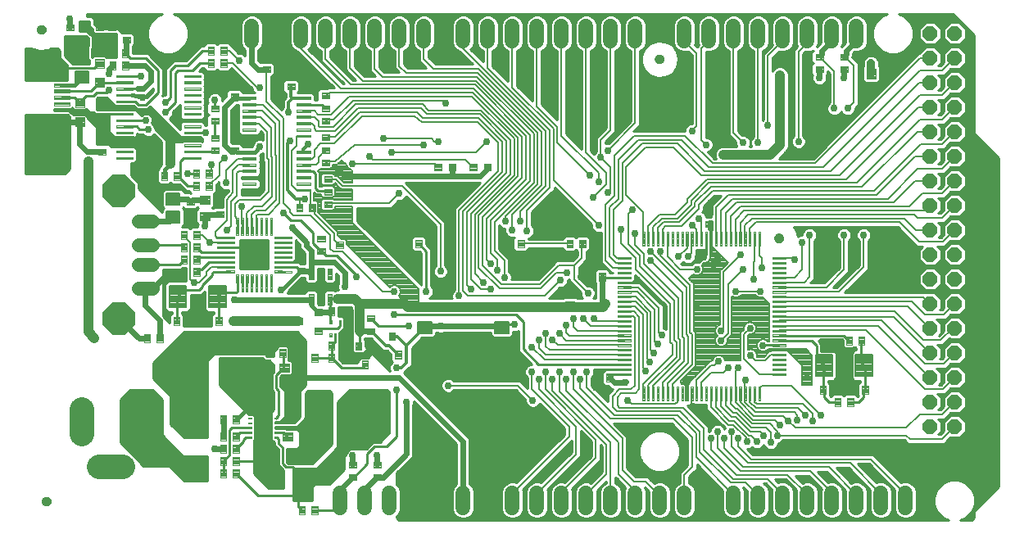
<source format=gbr>
G75*
G70*
%OFA0B0*%
%FSLAX24Y24*%
%IPPOS*%
%LPD*%
%AMOC8*
5,1,8,0,0,1.08239X$1,22.5*
%
%ADD10C,0.0600*%
%ADD11C,0.0041*%
%ADD12C,0.0094*%
%ADD13C,0.0041*%
%ADD14C,0.0040*%
%ADD15C,0.0040*%
%ADD16OC8,0.0600*%
%ADD17C,0.0039*%
%ADD18C,0.0039*%
%ADD19C,0.0197*%
%ADD20C,0.0075*%
%ADD21C,0.0984*%
%ADD22C,0.1181*%
%ADD23C,0.0051*%
%ADD24C,0.0041*%
%ADD25C,0.0058*%
%ADD26C,0.0574*%
%ADD27OC8,0.1306*%
%ADD28C,0.0040*%
%ADD29C,0.0065*%
%ADD30C,0.0040*%
%ADD31C,0.0063*%
%ADD32C,0.0043*%
%ADD33C,0.0055*%
%ADD34C,0.0040*%
%ADD35C,0.0040*%
%ADD36C,0.0098*%
%ADD37C,0.0124*%
%ADD38C,0.0100*%
%ADD39C,0.0240*%
%ADD40C,0.0160*%
%ADD41C,0.0300*%
%ADD42C,0.0400*%
%ADD43C,0.0080*%
%ADD44C,0.0120*%
%ADD45C,0.0320*%
D10*
X033510Y067210D02*
X033510Y067810D01*
X034510Y067810D02*
X034510Y067210D01*
X035510Y067210D02*
X035510Y067810D01*
X036510Y067810D02*
X036510Y067210D01*
X037510Y067210D02*
X037510Y067810D01*
X038510Y067810D02*
X038510Y067210D01*
X040510Y067210D02*
X040510Y067810D01*
X041510Y067810D02*
X041510Y067210D01*
X042510Y067210D02*
X042510Y067810D01*
X043510Y067810D02*
X043510Y067210D01*
X044510Y067210D02*
X044510Y067810D01*
X045510Y067810D02*
X045510Y067210D01*
X046510Y067210D02*
X046510Y067810D01*
X047510Y067810D02*
X047510Y067210D01*
X049510Y067210D02*
X049510Y067810D01*
X050510Y067810D02*
X050510Y067210D01*
X051510Y067210D02*
X051510Y067810D01*
X052510Y067810D02*
X052510Y067210D01*
X053510Y067210D02*
X053510Y067810D01*
X054510Y067810D02*
X054510Y067210D01*
X055510Y067210D02*
X055510Y067810D01*
X056510Y067810D02*
X056510Y067210D01*
X054510Y086210D02*
X054510Y086810D01*
X053510Y086810D02*
X053510Y086210D01*
X052510Y086210D02*
X052510Y086810D01*
X051510Y086810D02*
X051510Y086210D01*
X050510Y086210D02*
X050510Y086810D01*
X049510Y086810D02*
X049510Y086210D01*
X048510Y086210D02*
X048510Y086810D01*
X047510Y086810D02*
X047510Y086210D01*
X045510Y086210D02*
X045510Y086810D01*
X044510Y086810D02*
X044510Y086210D01*
X043510Y086210D02*
X043510Y086810D01*
X042510Y086810D02*
X042510Y086210D01*
X041510Y086210D02*
X041510Y086810D01*
X040510Y086810D02*
X040510Y086210D01*
X039510Y086210D02*
X039510Y086810D01*
X038510Y086810D02*
X038510Y086210D01*
X036910Y086210D02*
X036910Y086810D01*
X035910Y086810D02*
X035910Y086210D01*
X034910Y086210D02*
X034910Y086810D01*
X033910Y086810D02*
X033910Y086210D01*
X032910Y086210D02*
X032910Y086810D01*
X031910Y086810D02*
X031910Y086210D01*
X030910Y086210D02*
X030910Y086810D01*
X029910Y086810D02*
X029910Y086210D01*
D11*
X037622Y081217D02*
X037622Y080943D01*
X037348Y080943D01*
X037348Y081217D01*
X037622Y081217D01*
X037622Y080983D02*
X037348Y080983D01*
X037348Y081023D02*
X037622Y081023D01*
X037622Y081063D02*
X037348Y081063D01*
X037348Y081103D02*
X037622Y081103D01*
X037622Y081143D02*
X037348Y081143D01*
X037348Y081183D02*
X037622Y081183D01*
X038213Y081217D02*
X038213Y080943D01*
X037939Y080943D01*
X037939Y081217D01*
X038213Y081217D01*
X038213Y080983D02*
X037939Y080983D01*
X037939Y081023D02*
X038213Y081023D01*
X038213Y081063D02*
X037939Y081063D01*
X037939Y081103D02*
X038213Y081103D01*
X038213Y081143D02*
X037939Y081143D01*
X037939Y081183D02*
X038213Y081183D01*
X039052Y081217D02*
X039052Y080943D01*
X038778Y080943D01*
X038778Y081217D01*
X039052Y081217D01*
X039052Y080983D02*
X038778Y080983D01*
X038778Y081023D02*
X039052Y081023D01*
X039052Y081063D02*
X038778Y081063D01*
X038778Y081103D02*
X039052Y081103D01*
X039052Y081143D02*
X038778Y081143D01*
X038778Y081183D02*
X039052Y081183D01*
X039643Y081217D02*
X039643Y080943D01*
X039369Y080943D01*
X039369Y081217D01*
X039643Y081217D01*
X039643Y080983D02*
X039369Y080983D01*
X039369Y081023D02*
X039643Y081023D01*
X039643Y081063D02*
X039369Y081063D01*
X039369Y081103D02*
X039643Y081103D01*
X039643Y081143D02*
X039369Y081143D01*
X039369Y081183D02*
X039643Y081183D01*
X040402Y078097D02*
X040402Y077823D01*
X040128Y077823D01*
X040128Y078097D01*
X040402Y078097D01*
X040402Y077863D02*
X040128Y077863D01*
X040128Y077903D02*
X040402Y077903D01*
X040402Y077943D02*
X040128Y077943D01*
X040128Y077983D02*
X040402Y077983D01*
X040402Y078023D02*
X040128Y078023D01*
X040128Y078063D02*
X040402Y078063D01*
X040993Y078097D02*
X040993Y077823D01*
X040719Y077823D01*
X040719Y078097D01*
X040993Y078097D01*
X040993Y077863D02*
X040719Y077863D01*
X040719Y077903D02*
X040993Y077903D01*
X040993Y077943D02*
X040719Y077943D01*
X040719Y077983D02*
X040993Y077983D01*
X040993Y078023D02*
X040719Y078023D01*
X040719Y078063D02*
X040993Y078063D01*
X036843Y078097D02*
X036843Y077823D01*
X036569Y077823D01*
X036569Y078097D01*
X036843Y078097D01*
X036843Y077863D02*
X036569Y077863D01*
X036569Y077903D02*
X036843Y077903D01*
X036843Y077943D02*
X036569Y077943D01*
X036569Y077983D02*
X036843Y077983D01*
X036843Y078023D02*
X036569Y078023D01*
X036569Y078063D02*
X036843Y078063D01*
X036252Y078097D02*
X036252Y077823D01*
X035978Y077823D01*
X035978Y078097D01*
X036252Y078097D01*
X036252Y077863D02*
X035978Y077863D01*
X035978Y077903D02*
X036252Y077903D01*
X036252Y077943D02*
X035978Y077943D01*
X035978Y077983D02*
X036252Y077983D01*
X036252Y078023D02*
X035978Y078023D01*
X035978Y078063D02*
X036252Y078063D01*
D12*
X027185Y070951D02*
X027185Y070101D01*
X027185Y070951D02*
X028035Y070951D01*
X028035Y070101D01*
X027185Y070101D01*
X027185Y070194D02*
X028035Y070194D01*
X028035Y070287D02*
X027185Y070287D01*
X027185Y070380D02*
X028035Y070380D01*
X028035Y070473D02*
X027185Y070473D01*
X027185Y070566D02*
X028035Y070566D01*
X028035Y070659D02*
X027185Y070659D01*
X027185Y070752D02*
X028035Y070752D01*
X028035Y070845D02*
X027185Y070845D01*
X027185Y070938D02*
X028035Y070938D01*
X027185Y069218D02*
X027185Y068368D01*
X027185Y069218D02*
X028035Y069218D01*
X028035Y068368D01*
X027185Y068368D01*
X027185Y068461D02*
X028035Y068461D01*
X028035Y068554D02*
X027185Y068554D01*
X027185Y068647D02*
X028035Y068647D01*
X028035Y068740D02*
X027185Y068740D01*
X027185Y068833D02*
X028035Y068833D01*
X028035Y068926D02*
X027185Y068926D01*
X027185Y069019D02*
X028035Y069019D01*
X028035Y069112D02*
X027185Y069112D01*
X027185Y069205D02*
X028035Y069205D01*
D13*
X028636Y069267D02*
X028872Y069267D01*
X028872Y068953D01*
X028636Y068953D01*
X028636Y069267D01*
X028636Y068993D02*
X028872Y068993D01*
X028872Y069033D02*
X028636Y069033D01*
X028636Y069073D02*
X028872Y069073D01*
X028872Y069113D02*
X028636Y069113D01*
X028636Y069153D02*
X028872Y069153D01*
X028872Y069193D02*
X028636Y069193D01*
X028636Y069233D02*
X028872Y069233D01*
X028872Y069453D02*
X028636Y069453D01*
X028636Y069767D01*
X028872Y069767D01*
X028872Y069453D01*
X028872Y069493D02*
X028636Y069493D01*
X028636Y069533D02*
X028872Y069533D01*
X028872Y069573D02*
X028636Y069573D01*
X028636Y069613D02*
X028872Y069613D01*
X028872Y069653D02*
X028636Y069653D01*
X028636Y069693D02*
X028872Y069693D01*
X028872Y069733D02*
X028636Y069733D01*
X028636Y069953D02*
X028872Y069953D01*
X028636Y069953D02*
X028636Y070267D01*
X028872Y070267D01*
X028872Y069953D01*
X028872Y069993D02*
X028636Y069993D01*
X028636Y070033D02*
X028872Y070033D01*
X028872Y070073D02*
X028636Y070073D01*
X028636Y070113D02*
X028872Y070113D01*
X028872Y070153D02*
X028636Y070153D01*
X028636Y070193D02*
X028872Y070193D01*
X028872Y070233D02*
X028636Y070233D01*
X028636Y070653D02*
X028872Y070653D01*
X028636Y070653D02*
X028636Y070967D01*
X028872Y070967D01*
X028872Y070653D01*
X028872Y070693D02*
X028636Y070693D01*
X028636Y070733D02*
X028872Y070733D01*
X028872Y070773D02*
X028636Y070773D01*
X028636Y070813D02*
X028872Y070813D01*
X028872Y070853D02*
X028636Y070853D01*
X028636Y070893D02*
X028872Y070893D01*
X028872Y070933D02*
X028636Y070933D01*
X029148Y070653D02*
X029384Y070653D01*
X029148Y070653D02*
X029148Y070967D01*
X029384Y070967D01*
X029384Y070653D01*
X029384Y070693D02*
X029148Y070693D01*
X029148Y070733D02*
X029384Y070733D01*
X029384Y070773D02*
X029148Y070773D01*
X029148Y070813D02*
X029384Y070813D01*
X029384Y070853D02*
X029148Y070853D01*
X029148Y070893D02*
X029384Y070893D01*
X029384Y070933D02*
X029148Y070933D01*
X029148Y069953D02*
X029384Y069953D01*
X029148Y069953D02*
X029148Y070267D01*
X029384Y070267D01*
X029384Y069953D01*
X029384Y069993D02*
X029148Y069993D01*
X029148Y070033D02*
X029384Y070033D01*
X029384Y070073D02*
X029148Y070073D01*
X029148Y070113D02*
X029384Y070113D01*
X029384Y070153D02*
X029148Y070153D01*
X029148Y070193D02*
X029384Y070193D01*
X029384Y070233D02*
X029148Y070233D01*
X029148Y069453D02*
X029384Y069453D01*
X029148Y069453D02*
X029148Y069767D01*
X029384Y069767D01*
X029384Y069453D01*
X029384Y069493D02*
X029148Y069493D01*
X029148Y069533D02*
X029384Y069533D01*
X029384Y069573D02*
X029148Y069573D01*
X029148Y069613D02*
X029384Y069613D01*
X029384Y069653D02*
X029148Y069653D01*
X029148Y069693D02*
X029384Y069693D01*
X029384Y069733D02*
X029148Y069733D01*
X029148Y069267D02*
X029384Y069267D01*
X029384Y068953D01*
X029148Y068953D01*
X029148Y069267D01*
X029148Y068993D02*
X029384Y068993D01*
X029384Y069033D02*
X029148Y069033D01*
X029148Y069073D02*
X029384Y069073D01*
X029384Y069113D02*
X029148Y069113D01*
X029148Y069153D02*
X029384Y069153D01*
X029384Y069193D02*
X029148Y069193D01*
X029148Y069233D02*
X029384Y069233D01*
X029384Y068767D02*
X029148Y068767D01*
X029384Y068767D02*
X029384Y068453D01*
X029148Y068453D01*
X029148Y068767D01*
X029148Y068493D02*
X029384Y068493D01*
X029384Y068533D02*
X029148Y068533D01*
X029148Y068573D02*
X029384Y068573D01*
X029384Y068613D02*
X029148Y068613D01*
X029148Y068653D02*
X029384Y068653D01*
X029384Y068693D02*
X029148Y068693D01*
X029148Y068733D02*
X029384Y068733D01*
X028872Y068767D02*
X028636Y068767D01*
X028872Y068767D02*
X028872Y068453D01*
X028636Y068453D01*
X028636Y068767D01*
X028636Y068493D02*
X028872Y068493D01*
X028872Y068533D02*
X028636Y068533D01*
X028636Y068573D02*
X028872Y068573D01*
X028872Y068613D02*
X028636Y068613D01*
X028636Y068653D02*
X028872Y068653D01*
X028872Y068693D02*
X028636Y068693D01*
X028636Y068733D02*
X028872Y068733D01*
X031836Y067267D02*
X032072Y067267D01*
X032072Y066953D01*
X031836Y066953D01*
X031836Y067267D01*
X031836Y066993D02*
X032072Y066993D01*
X032072Y067033D02*
X031836Y067033D01*
X031836Y067073D02*
X032072Y067073D01*
X032072Y067113D02*
X031836Y067113D01*
X031836Y067153D02*
X032072Y067153D01*
X032072Y067193D02*
X031836Y067193D01*
X031836Y067233D02*
X032072Y067233D01*
X032348Y067267D02*
X032584Y067267D01*
X032584Y066953D01*
X032348Y066953D01*
X032348Y067267D01*
X032348Y066993D02*
X032584Y066993D01*
X032584Y067033D02*
X032348Y067033D01*
X032348Y067073D02*
X032584Y067073D01*
X032584Y067113D02*
X032348Y067113D01*
X032348Y067153D02*
X032584Y067153D01*
X032584Y067193D02*
X032348Y067193D01*
X032348Y067233D02*
X032584Y067233D01*
X034167Y068336D02*
X034167Y068572D01*
X034167Y068336D02*
X033853Y068336D01*
X033853Y068572D01*
X034167Y068572D01*
X034167Y068376D02*
X033853Y068376D01*
X033853Y068416D02*
X034167Y068416D01*
X034167Y068456D02*
X033853Y068456D01*
X033853Y068496D02*
X034167Y068496D01*
X034167Y068536D02*
X033853Y068536D01*
X034167Y068848D02*
X034167Y069084D01*
X034167Y068848D02*
X033853Y068848D01*
X033853Y069084D01*
X034167Y069084D01*
X034167Y068888D02*
X033853Y068888D01*
X033853Y068928D02*
X034167Y068928D01*
X034167Y068968D02*
X033853Y068968D01*
X033853Y069008D02*
X034167Y069008D01*
X034167Y069048D02*
X033853Y069048D01*
X034853Y069084D02*
X034853Y068848D01*
X034853Y069084D02*
X035167Y069084D01*
X035167Y068848D01*
X034853Y068848D01*
X034853Y068888D02*
X035167Y068888D01*
X035167Y068928D02*
X034853Y068928D01*
X034853Y068968D02*
X035167Y068968D01*
X035167Y069008D02*
X034853Y069008D01*
X034853Y069048D02*
X035167Y069048D01*
X034853Y068572D02*
X034853Y068336D01*
X034853Y068572D02*
X035167Y068572D01*
X035167Y068336D01*
X034853Y068336D01*
X034853Y068376D02*
X035167Y068376D01*
X035167Y068416D02*
X034853Y068416D01*
X034853Y068456D02*
X035167Y068456D01*
X035167Y068496D02*
X034853Y068496D01*
X034853Y068536D02*
X035167Y068536D01*
X034628Y073193D02*
X034392Y073193D01*
X034628Y073193D02*
X034628Y072879D01*
X034392Y072879D01*
X034392Y073193D01*
X034392Y072919D02*
X034628Y072919D01*
X034628Y072959D02*
X034392Y072959D01*
X034392Y072999D02*
X034628Y072999D01*
X034628Y073039D02*
X034392Y073039D01*
X034392Y073079D02*
X034628Y073079D01*
X034628Y073119D02*
X034392Y073119D01*
X034392Y073159D02*
X034628Y073159D01*
X034648Y073941D02*
X034884Y073941D01*
X034884Y073627D01*
X034648Y073627D01*
X034648Y073941D01*
X034648Y073667D02*
X034884Y073667D01*
X034884Y073707D02*
X034648Y073707D01*
X034648Y073747D02*
X034884Y073747D01*
X034884Y073787D02*
X034648Y073787D01*
X034648Y073827D02*
X034884Y073827D01*
X034884Y073867D02*
X034648Y073867D01*
X034648Y073907D02*
X034884Y073907D01*
X034917Y074286D02*
X034917Y074522D01*
X034917Y074286D02*
X034603Y074286D01*
X034603Y074522D01*
X034917Y074522D01*
X034917Y074326D02*
X034603Y074326D01*
X034603Y074366D02*
X034917Y074366D01*
X034917Y074406D02*
X034603Y074406D01*
X034603Y074446D02*
X034917Y074446D01*
X034917Y074486D02*
X034603Y074486D01*
X034917Y074798D02*
X034917Y075034D01*
X034917Y074798D02*
X034603Y074798D01*
X034603Y075034D01*
X034917Y075034D01*
X034917Y074838D02*
X034603Y074838D01*
X034603Y074878D02*
X034917Y074878D01*
X034917Y074918D02*
X034603Y074918D01*
X034603Y074958D02*
X034917Y074958D01*
X034917Y074998D02*
X034603Y074998D01*
X033784Y075367D02*
X033548Y075367D01*
X033784Y075367D02*
X033784Y075053D01*
X033548Y075053D01*
X033548Y075367D01*
X033548Y075093D02*
X033784Y075093D01*
X033784Y075133D02*
X033548Y075133D01*
X033548Y075173D02*
X033784Y075173D01*
X033784Y075213D02*
X033548Y075213D01*
X033548Y075253D02*
X033784Y075253D01*
X033784Y075293D02*
X033548Y075293D01*
X033548Y075333D02*
X033784Y075333D01*
X033272Y075367D02*
X033036Y075367D01*
X033272Y075367D02*
X033272Y075053D01*
X033036Y075053D01*
X033036Y075367D01*
X033036Y075093D02*
X033272Y075093D01*
X033272Y075133D02*
X033036Y075133D01*
X033036Y075173D02*
X033272Y075173D01*
X033272Y075213D02*
X033036Y075213D01*
X033036Y075253D02*
X033272Y075253D01*
X033272Y075293D02*
X033036Y075293D01*
X033036Y075333D02*
X033272Y075333D01*
X033272Y073967D02*
X033036Y073967D01*
X033272Y073967D02*
X033272Y073653D01*
X033036Y073653D01*
X033036Y073967D01*
X033036Y073693D02*
X033272Y073693D01*
X033272Y073733D02*
X033036Y073733D01*
X033036Y073773D02*
X033272Y073773D01*
X033272Y073813D02*
X033036Y073813D01*
X033036Y073853D02*
X033272Y073853D01*
X033272Y073893D02*
X033036Y073893D01*
X033036Y073933D02*
X033272Y073933D01*
X033548Y073967D02*
X033784Y073967D01*
X033784Y073653D01*
X033548Y073653D01*
X033548Y073967D01*
X033548Y073693D02*
X033784Y073693D01*
X033784Y073733D02*
X033548Y073733D01*
X033548Y073773D02*
X033784Y073773D01*
X033784Y073813D02*
X033548Y073813D01*
X033548Y073853D02*
X033784Y073853D01*
X033784Y073893D02*
X033548Y073893D01*
X033548Y073933D02*
X033784Y073933D01*
X034136Y073941D02*
X034372Y073941D01*
X034372Y073627D01*
X034136Y073627D01*
X034136Y073941D01*
X034136Y073667D02*
X034372Y073667D01*
X034372Y073707D02*
X034136Y073707D01*
X034136Y073747D02*
X034372Y073747D01*
X034372Y073787D02*
X034136Y073787D01*
X034136Y073827D02*
X034372Y073827D01*
X034372Y073867D02*
X034136Y073867D01*
X034136Y073907D02*
X034372Y073907D01*
X033784Y073467D02*
X033548Y073467D01*
X033784Y073467D02*
X033784Y073153D01*
X033548Y073153D01*
X033548Y073467D01*
X033548Y073193D02*
X033784Y073193D01*
X033784Y073233D02*
X033548Y073233D01*
X033548Y073273D02*
X033784Y073273D01*
X033784Y073313D02*
X033548Y073313D01*
X033548Y073353D02*
X033784Y073353D01*
X033784Y073393D02*
X033548Y073393D01*
X033548Y073433D02*
X033784Y073433D01*
X033272Y073467D02*
X033036Y073467D01*
X033272Y073467D02*
X033272Y073153D01*
X033036Y073153D01*
X033036Y073467D01*
X033036Y073193D02*
X033272Y073193D01*
X033272Y073233D02*
X033036Y073233D01*
X033036Y073273D02*
X033272Y073273D01*
X033272Y073313D02*
X033036Y073313D01*
X033036Y073353D02*
X033272Y073353D01*
X033272Y073393D02*
X033036Y073393D01*
X033036Y073433D02*
X033272Y073433D01*
X032584Y073467D02*
X032348Y073467D01*
X032584Y073467D02*
X032584Y073153D01*
X032348Y073153D01*
X032348Y073467D01*
X032348Y073193D02*
X032584Y073193D01*
X032584Y073233D02*
X032348Y073233D01*
X032348Y073273D02*
X032584Y073273D01*
X032584Y073313D02*
X032348Y073313D01*
X032348Y073353D02*
X032584Y073353D01*
X032584Y073393D02*
X032348Y073393D01*
X032348Y073433D02*
X032584Y073433D01*
X032072Y073467D02*
X031836Y073467D01*
X032072Y073467D02*
X032072Y073153D01*
X031836Y073153D01*
X031836Y073467D01*
X031836Y073193D02*
X032072Y073193D01*
X032072Y073233D02*
X031836Y073233D01*
X031836Y073273D02*
X032072Y073273D01*
X032072Y073313D02*
X031836Y073313D01*
X031836Y073353D02*
X032072Y073353D01*
X032072Y073393D02*
X031836Y073393D01*
X031836Y073433D02*
X032072Y073433D01*
X031284Y073667D02*
X031048Y073667D01*
X031284Y073667D02*
X031284Y073353D01*
X031048Y073353D01*
X031048Y073667D01*
X031048Y073393D02*
X031284Y073393D01*
X031284Y073433D02*
X031048Y073433D01*
X031048Y073473D02*
X031284Y073473D01*
X031284Y073513D02*
X031048Y073513D01*
X031048Y073553D02*
X031284Y073553D01*
X031284Y073593D02*
X031048Y073593D01*
X031048Y073633D02*
X031284Y073633D01*
X030772Y073667D02*
X030536Y073667D01*
X030772Y073667D02*
X030772Y073353D01*
X030536Y073353D01*
X030536Y073667D01*
X030536Y073393D02*
X030772Y073393D01*
X030772Y073433D02*
X030536Y073433D01*
X030536Y073473D02*
X030772Y073473D01*
X030772Y073513D02*
X030536Y073513D01*
X030536Y073553D02*
X030772Y073553D01*
X030772Y073593D02*
X030536Y073593D01*
X030536Y073633D02*
X030772Y073633D01*
X030772Y072153D02*
X030536Y072153D01*
X030536Y072467D01*
X030772Y072467D01*
X030772Y072153D01*
X030772Y072193D02*
X030536Y072193D01*
X030536Y072233D02*
X030772Y072233D01*
X030772Y072273D02*
X030536Y072273D01*
X030536Y072313D02*
X030772Y072313D01*
X030772Y072353D02*
X030536Y072353D01*
X030536Y072393D02*
X030772Y072393D01*
X030772Y072433D02*
X030536Y072433D01*
X031048Y072153D02*
X031284Y072153D01*
X031048Y072153D02*
X031048Y072467D01*
X031284Y072467D01*
X031284Y072153D01*
X031284Y072193D02*
X031048Y072193D01*
X031048Y072233D02*
X031284Y072233D01*
X031284Y072273D02*
X031048Y072273D01*
X031048Y072313D02*
X031284Y072313D01*
X031284Y072353D02*
X031048Y072353D01*
X031048Y072393D02*
X031284Y072393D01*
X031284Y072433D02*
X031048Y072433D01*
X028684Y074967D02*
X028448Y074967D01*
X028684Y074967D02*
X028684Y074653D01*
X028448Y074653D01*
X028448Y074967D01*
X028448Y074693D02*
X028684Y074693D01*
X028684Y074733D02*
X028448Y074733D01*
X028448Y074773D02*
X028684Y074773D01*
X028684Y074813D02*
X028448Y074813D01*
X028448Y074853D02*
X028684Y074853D01*
X028684Y074893D02*
X028448Y074893D01*
X028448Y074933D02*
X028684Y074933D01*
X028172Y074967D02*
X027936Y074967D01*
X028172Y074967D02*
X028172Y074653D01*
X027936Y074653D01*
X027936Y074967D01*
X027936Y074693D02*
X028172Y074693D01*
X028172Y074733D02*
X027936Y074733D01*
X027936Y074773D02*
X028172Y074773D01*
X028172Y074813D02*
X027936Y074813D01*
X027936Y074853D02*
X028172Y074853D01*
X028172Y074893D02*
X027936Y074893D01*
X027936Y074933D02*
X028172Y074933D01*
X027484Y074653D02*
X027248Y074653D01*
X027248Y074967D01*
X027484Y074967D01*
X027484Y074653D01*
X027484Y074693D02*
X027248Y074693D01*
X027248Y074733D02*
X027484Y074733D01*
X027484Y074773D02*
X027248Y074773D01*
X027248Y074813D02*
X027484Y074813D01*
X027484Y074853D02*
X027248Y074853D01*
X027248Y074893D02*
X027484Y074893D01*
X027484Y074933D02*
X027248Y074933D01*
X026972Y074653D02*
X026736Y074653D01*
X026736Y074967D01*
X026972Y074967D01*
X026972Y074653D01*
X026972Y074693D02*
X026736Y074693D01*
X026736Y074733D02*
X026972Y074733D01*
X026972Y074773D02*
X026736Y074773D01*
X026736Y074813D02*
X026972Y074813D01*
X026972Y074853D02*
X026736Y074853D01*
X026736Y074893D02*
X026972Y074893D01*
X026972Y074933D02*
X026736Y074933D01*
X026284Y074267D02*
X026048Y074267D01*
X026284Y074267D02*
X026284Y073953D01*
X026048Y073953D01*
X026048Y074267D01*
X026048Y073993D02*
X026284Y073993D01*
X026284Y074033D02*
X026048Y074033D01*
X026048Y074073D02*
X026284Y074073D01*
X026284Y074113D02*
X026048Y074113D01*
X026048Y074153D02*
X026284Y074153D01*
X026284Y074193D02*
X026048Y074193D01*
X026048Y074233D02*
X026284Y074233D01*
X025772Y074267D02*
X025536Y074267D01*
X025772Y074267D02*
X025772Y073953D01*
X025536Y073953D01*
X025536Y074267D01*
X025536Y073993D02*
X025772Y073993D01*
X025772Y074033D02*
X025536Y074033D01*
X025536Y074073D02*
X025772Y074073D01*
X025772Y074113D02*
X025536Y074113D01*
X025536Y074153D02*
X025772Y074153D01*
X025772Y074193D02*
X025536Y074193D01*
X025536Y074233D02*
X025772Y074233D01*
X027036Y076967D02*
X027272Y076967D01*
X027272Y076653D01*
X027036Y076653D01*
X027036Y076967D01*
X027036Y076693D02*
X027272Y076693D01*
X027272Y076733D02*
X027036Y076733D01*
X027036Y076773D02*
X027272Y076773D01*
X027272Y076813D02*
X027036Y076813D01*
X027036Y076853D02*
X027272Y076853D01*
X027272Y076893D02*
X027036Y076893D01*
X027036Y076933D02*
X027272Y076933D01*
X027272Y077153D02*
X027036Y077153D01*
X027036Y077467D01*
X027272Y077467D01*
X027272Y077153D01*
X027272Y077193D02*
X027036Y077193D01*
X027036Y077233D02*
X027272Y077233D01*
X027272Y077273D02*
X027036Y077273D01*
X027036Y077313D02*
X027272Y077313D01*
X027272Y077353D02*
X027036Y077353D01*
X027036Y077393D02*
X027272Y077393D01*
X027272Y077433D02*
X027036Y077433D01*
X027036Y077653D02*
X027272Y077653D01*
X027036Y077653D02*
X027036Y077967D01*
X027272Y077967D01*
X027272Y077653D01*
X027272Y077693D02*
X027036Y077693D01*
X027036Y077733D02*
X027272Y077733D01*
X027272Y077773D02*
X027036Y077773D01*
X027036Y077813D02*
X027272Y077813D01*
X027272Y077853D02*
X027036Y077853D01*
X027036Y077893D02*
X027272Y077893D01*
X027272Y077933D02*
X027036Y077933D01*
X027036Y078467D02*
X027272Y078467D01*
X027272Y078153D01*
X027036Y078153D01*
X027036Y078467D01*
X027036Y078193D02*
X027272Y078193D01*
X027272Y078233D02*
X027036Y078233D01*
X027036Y078273D02*
X027272Y078273D01*
X027272Y078313D02*
X027036Y078313D01*
X027036Y078353D02*
X027272Y078353D01*
X027272Y078393D02*
X027036Y078393D01*
X027036Y078433D02*
X027272Y078433D01*
X027548Y078467D02*
X027784Y078467D01*
X027784Y078153D01*
X027548Y078153D01*
X027548Y078467D01*
X027548Y078193D02*
X027784Y078193D01*
X027784Y078233D02*
X027548Y078233D01*
X027548Y078273D02*
X027784Y078273D01*
X027784Y078313D02*
X027548Y078313D01*
X027548Y078353D02*
X027784Y078353D01*
X027784Y078393D02*
X027548Y078393D01*
X027548Y078433D02*
X027784Y078433D01*
X027784Y077653D02*
X027548Y077653D01*
X027548Y077967D01*
X027784Y077967D01*
X027784Y077653D01*
X027784Y077693D02*
X027548Y077693D01*
X027548Y077733D02*
X027784Y077733D01*
X027784Y077773D02*
X027548Y077773D01*
X027548Y077813D02*
X027784Y077813D01*
X027784Y077853D02*
X027548Y077853D01*
X027548Y077893D02*
X027784Y077893D01*
X027784Y077933D02*
X027548Y077933D01*
X027548Y077153D02*
X027784Y077153D01*
X027548Y077153D02*
X027548Y077467D01*
X027784Y077467D01*
X027784Y077153D01*
X027784Y077193D02*
X027548Y077193D01*
X027548Y077233D02*
X027784Y077233D01*
X027784Y077273D02*
X027548Y077273D01*
X027548Y077313D02*
X027784Y077313D01*
X027784Y077353D02*
X027548Y077353D01*
X027548Y077393D02*
X027784Y077393D01*
X027784Y077433D02*
X027548Y077433D01*
X027548Y076967D02*
X027784Y076967D01*
X027784Y076653D01*
X027548Y076653D01*
X027548Y076967D01*
X027548Y076693D02*
X027784Y076693D01*
X027784Y076733D02*
X027548Y076733D01*
X027548Y076773D02*
X027784Y076773D01*
X027784Y076813D02*
X027548Y076813D01*
X027548Y076853D02*
X027784Y076853D01*
X027784Y076893D02*
X027548Y076893D01*
X027548Y076933D02*
X027784Y076933D01*
X027253Y079036D02*
X027253Y079272D01*
X027567Y079272D01*
X027567Y079036D01*
X027253Y079036D01*
X027253Y079076D02*
X027567Y079076D01*
X027567Y079116D02*
X027253Y079116D01*
X027253Y079156D02*
X027567Y079156D01*
X027567Y079196D02*
X027253Y079196D01*
X027253Y079236D02*
X027567Y079236D01*
X027253Y079548D02*
X027253Y079784D01*
X027567Y079784D01*
X027567Y079548D01*
X027253Y079548D01*
X027253Y079588D02*
X027567Y079588D01*
X027567Y079628D02*
X027253Y079628D01*
X027253Y079668D02*
X027567Y079668D01*
X027567Y079708D02*
X027253Y079708D01*
X027253Y079748D02*
X027567Y079748D01*
X027536Y080467D02*
X027772Y080467D01*
X027772Y080153D01*
X027536Y080153D01*
X027536Y080467D01*
X027536Y080193D02*
X027772Y080193D01*
X027772Y080233D02*
X027536Y080233D01*
X027536Y080273D02*
X027772Y080273D01*
X027772Y080313D02*
X027536Y080313D01*
X027536Y080353D02*
X027772Y080353D01*
X027772Y080393D02*
X027536Y080393D01*
X027536Y080433D02*
X027772Y080433D01*
X027772Y080967D02*
X027536Y080967D01*
X027772Y080967D02*
X027772Y080653D01*
X027536Y080653D01*
X027536Y080967D01*
X027536Y080693D02*
X027772Y080693D01*
X027772Y080733D02*
X027536Y080733D01*
X027536Y080773D02*
X027772Y080773D01*
X027772Y080813D02*
X027536Y080813D01*
X027536Y080853D02*
X027772Y080853D01*
X027772Y080893D02*
X027536Y080893D01*
X027536Y080933D02*
X027772Y080933D01*
X028048Y080967D02*
X028284Y080967D01*
X028284Y080653D01*
X028048Y080653D01*
X028048Y080967D01*
X028048Y080693D02*
X028284Y080693D01*
X028284Y080733D02*
X028048Y080733D01*
X028048Y080773D02*
X028284Y080773D01*
X028284Y080813D02*
X028048Y080813D01*
X028048Y080853D02*
X028284Y080853D01*
X028284Y080893D02*
X028048Y080893D01*
X028048Y080933D02*
X028284Y080933D01*
X028284Y080467D02*
X028048Y080467D01*
X028284Y080467D02*
X028284Y080153D01*
X028048Y080153D01*
X028048Y080467D01*
X028048Y080193D02*
X028284Y080193D01*
X028284Y080233D02*
X028048Y080233D01*
X028048Y080273D02*
X028284Y080273D01*
X028284Y080313D02*
X028048Y080313D01*
X028048Y080353D02*
X028284Y080353D01*
X028284Y080393D02*
X028048Y080393D01*
X028048Y080433D02*
X028284Y080433D01*
X028767Y079784D02*
X028767Y079548D01*
X028453Y079548D01*
X028453Y079784D01*
X028767Y079784D01*
X028767Y079588D02*
X028453Y079588D01*
X028453Y079628D02*
X028767Y079628D01*
X028767Y079668D02*
X028453Y079668D01*
X028453Y079708D02*
X028767Y079708D01*
X028767Y079748D02*
X028453Y079748D01*
X028767Y079272D02*
X028767Y079036D01*
X028453Y079036D01*
X028453Y079272D01*
X028767Y079272D01*
X028767Y079076D02*
X028453Y079076D01*
X028453Y079116D02*
X028767Y079116D01*
X028767Y079156D02*
X028453Y079156D01*
X028453Y079196D02*
X028767Y079196D01*
X028767Y079236D02*
X028453Y079236D01*
X026984Y080867D02*
X026748Y080867D01*
X026984Y080867D02*
X026984Y080553D01*
X026748Y080553D01*
X026748Y080867D01*
X026748Y080593D02*
X026984Y080593D01*
X026984Y080633D02*
X026748Y080633D01*
X026748Y080673D02*
X026984Y080673D01*
X026984Y080713D02*
X026748Y080713D01*
X026748Y080753D02*
X026984Y080753D01*
X026984Y080793D02*
X026748Y080793D01*
X026748Y080833D02*
X026984Y080833D01*
X026472Y080867D02*
X026236Y080867D01*
X026472Y080867D02*
X026472Y080553D01*
X026236Y080553D01*
X026236Y080867D01*
X026236Y080593D02*
X026472Y080593D01*
X026472Y080633D02*
X026236Y080633D01*
X026236Y080673D02*
X026472Y080673D01*
X026472Y080713D02*
X026236Y080713D01*
X026236Y080753D02*
X026472Y080753D01*
X026472Y080793D02*
X026236Y080793D01*
X026236Y080833D02*
X026472Y080833D01*
X028567Y081636D02*
X028567Y081872D01*
X028567Y081636D02*
X028253Y081636D01*
X028253Y081872D01*
X028567Y081872D01*
X028567Y081676D02*
X028253Y081676D01*
X028253Y081716D02*
X028567Y081716D01*
X028567Y081756D02*
X028253Y081756D01*
X028253Y081796D02*
X028567Y081796D01*
X028567Y081836D02*
X028253Y081836D01*
X028567Y082148D02*
X028567Y082384D01*
X028567Y082148D02*
X028253Y082148D01*
X028253Y082384D01*
X028567Y082384D01*
X028567Y082188D02*
X028253Y082188D01*
X028253Y082228D02*
X028567Y082228D01*
X028567Y082268D02*
X028253Y082268D01*
X028253Y082308D02*
X028567Y082308D01*
X028567Y082348D02*
X028253Y082348D01*
X028567Y082836D02*
X028567Y083072D01*
X028567Y082836D02*
X028253Y082836D01*
X028253Y083072D01*
X028567Y083072D01*
X028567Y082876D02*
X028253Y082876D01*
X028253Y082916D02*
X028567Y082916D01*
X028567Y082956D02*
X028253Y082956D01*
X028253Y082996D02*
X028567Y082996D01*
X028567Y083036D02*
X028253Y083036D01*
X028567Y083348D02*
X028567Y083584D01*
X028567Y083348D02*
X028253Y083348D01*
X028253Y083584D01*
X028567Y083584D01*
X028567Y083388D02*
X028253Y083388D01*
X028253Y083428D02*
X028567Y083428D01*
X028567Y083468D02*
X028253Y083468D01*
X028253Y083508D02*
X028567Y083508D01*
X028567Y083548D02*
X028253Y083548D01*
X029367Y083836D02*
X029367Y084072D01*
X029367Y083836D02*
X029053Y083836D01*
X029053Y084072D01*
X029367Y084072D01*
X029367Y083876D02*
X029053Y083876D01*
X029053Y083916D02*
X029367Y083916D01*
X029367Y083956D02*
X029053Y083956D01*
X029053Y083996D02*
X029367Y083996D01*
X029367Y084036D02*
X029053Y084036D01*
X029367Y084348D02*
X029367Y084584D01*
X029367Y084348D02*
X029053Y084348D01*
X029053Y084584D01*
X029367Y084584D01*
X029367Y084388D02*
X029053Y084388D01*
X029053Y084428D02*
X029367Y084428D01*
X029367Y084468D02*
X029053Y084468D01*
X029053Y084508D02*
X029367Y084508D01*
X029367Y084548D02*
X029053Y084548D01*
X028884Y085153D02*
X028648Y085153D01*
X028648Y085467D01*
X028884Y085467D01*
X028884Y085153D01*
X028884Y085193D02*
X028648Y085193D01*
X028648Y085233D02*
X028884Y085233D01*
X028884Y085273D02*
X028648Y085273D01*
X028648Y085313D02*
X028884Y085313D01*
X028884Y085353D02*
X028648Y085353D01*
X028648Y085393D02*
X028884Y085393D01*
X028884Y085433D02*
X028648Y085433D01*
X028648Y085653D02*
X028884Y085653D01*
X028648Y085653D02*
X028648Y085967D01*
X028884Y085967D01*
X028884Y085653D01*
X028884Y085693D02*
X028648Y085693D01*
X028648Y085733D02*
X028884Y085733D01*
X028884Y085773D02*
X028648Y085773D01*
X028648Y085813D02*
X028884Y085813D01*
X028884Y085853D02*
X028648Y085853D01*
X028648Y085893D02*
X028884Y085893D01*
X028884Y085933D02*
X028648Y085933D01*
X028372Y085653D02*
X028136Y085653D01*
X028136Y085967D01*
X028372Y085967D01*
X028372Y085653D01*
X028372Y085693D02*
X028136Y085693D01*
X028136Y085733D02*
X028372Y085733D01*
X028372Y085773D02*
X028136Y085773D01*
X028136Y085813D02*
X028372Y085813D01*
X028372Y085853D02*
X028136Y085853D01*
X028136Y085893D02*
X028372Y085893D01*
X028372Y085933D02*
X028136Y085933D01*
X028136Y085153D02*
X028372Y085153D01*
X028136Y085153D02*
X028136Y085467D01*
X028372Y085467D01*
X028372Y085153D01*
X028372Y085193D02*
X028136Y085193D01*
X028136Y085233D02*
X028372Y085233D01*
X028372Y085273D02*
X028136Y085273D01*
X028136Y085313D02*
X028372Y085313D01*
X028372Y085353D02*
X028136Y085353D01*
X028136Y085393D02*
X028372Y085393D01*
X028372Y085433D02*
X028136Y085433D01*
X030667Y085448D02*
X030667Y085684D01*
X030667Y085448D02*
X030353Y085448D01*
X030353Y085684D01*
X030667Y085684D01*
X030667Y085488D02*
X030353Y085488D01*
X030353Y085528D02*
X030667Y085528D01*
X030667Y085568D02*
X030353Y085568D01*
X030353Y085608D02*
X030667Y085608D01*
X030667Y085648D02*
X030353Y085648D01*
X030667Y085172D02*
X030667Y084936D01*
X030353Y084936D01*
X030353Y085172D01*
X030667Y085172D01*
X030667Y084976D02*
X030353Y084976D01*
X030353Y085016D02*
X030667Y085016D01*
X030667Y085056D02*
X030353Y085056D01*
X030353Y085096D02*
X030667Y085096D01*
X030667Y085136D02*
X030353Y085136D01*
X031667Y084984D02*
X031667Y084748D01*
X031353Y084748D01*
X031353Y084984D01*
X031667Y084984D01*
X031667Y084788D02*
X031353Y084788D01*
X031353Y084828D02*
X031667Y084828D01*
X031667Y084868D02*
X031353Y084868D01*
X031353Y084908D02*
X031667Y084908D01*
X031667Y084948D02*
X031353Y084948D01*
X031667Y084472D02*
X031667Y084236D01*
X031353Y084236D01*
X031353Y084472D01*
X031667Y084472D01*
X031667Y084276D02*
X031353Y084276D01*
X031353Y084316D02*
X031667Y084316D01*
X031667Y084356D02*
X031353Y084356D01*
X031353Y084396D02*
X031667Y084396D01*
X031667Y084436D02*
X031353Y084436D01*
X033067Y084095D02*
X033067Y083859D01*
X032753Y083859D01*
X032753Y084095D01*
X033067Y084095D01*
X033067Y083899D02*
X032753Y083899D01*
X032753Y083939D02*
X033067Y083939D01*
X033067Y083979D02*
X032753Y083979D01*
X032753Y084019D02*
X033067Y084019D01*
X033067Y084059D02*
X032753Y084059D01*
X033067Y083584D02*
X033067Y083348D01*
X032753Y083348D01*
X032753Y083584D01*
X033067Y083584D01*
X033067Y083388D02*
X032753Y083388D01*
X032753Y083428D02*
X033067Y083428D01*
X033067Y083468D02*
X032753Y083468D01*
X032753Y083508D02*
X033067Y083508D01*
X033067Y083548D02*
X032753Y083548D01*
X033067Y083072D02*
X033067Y082836D01*
X032753Y082836D01*
X032753Y083072D01*
X033067Y083072D01*
X033067Y082876D02*
X032753Y082876D01*
X032753Y082916D02*
X033067Y082916D01*
X033067Y082956D02*
X032753Y082956D01*
X032753Y082996D02*
X033067Y082996D01*
X033067Y083036D02*
X032753Y083036D01*
X033067Y082395D02*
X033067Y082159D01*
X032753Y082159D01*
X032753Y082395D01*
X033067Y082395D01*
X033067Y082199D02*
X032753Y082199D01*
X032753Y082239D02*
X033067Y082239D01*
X033067Y082279D02*
X032753Y082279D01*
X032753Y082319D02*
X033067Y082319D01*
X033067Y082359D02*
X032753Y082359D01*
X033067Y081884D02*
X033067Y081648D01*
X032753Y081648D01*
X032753Y081884D01*
X033067Y081884D01*
X033067Y081688D02*
X032753Y081688D01*
X032753Y081728D02*
X033067Y081728D01*
X033067Y081768D02*
X032753Y081768D01*
X032753Y081808D02*
X033067Y081808D01*
X033067Y081848D02*
X032753Y081848D01*
X033067Y081372D02*
X033067Y081136D01*
X032753Y081136D01*
X032753Y081372D01*
X033067Y081372D01*
X033067Y081176D02*
X032753Y081176D01*
X032753Y081216D02*
X033067Y081216D01*
X033067Y081256D02*
X032753Y081256D01*
X032753Y081296D02*
X033067Y081296D01*
X033067Y081336D02*
X032753Y081336D01*
X033167Y080695D02*
X033167Y080459D01*
X032853Y080459D01*
X032853Y080695D01*
X033167Y080695D01*
X033167Y080499D02*
X032853Y080499D01*
X032853Y080539D02*
X033167Y080539D01*
X033167Y080579D02*
X032853Y080579D01*
X032853Y080619D02*
X033167Y080619D01*
X033167Y080659D02*
X032853Y080659D01*
X033167Y080184D02*
X033167Y079948D01*
X032853Y079948D01*
X032853Y080184D01*
X033167Y080184D01*
X033167Y079988D02*
X032853Y079988D01*
X032853Y080028D02*
X033167Y080028D01*
X033167Y080068D02*
X032853Y080068D01*
X032853Y080108D02*
X033167Y080108D01*
X033167Y080148D02*
X032853Y080148D01*
X033167Y079672D02*
X033167Y079436D01*
X032853Y079436D01*
X032853Y079672D01*
X033167Y079672D01*
X033167Y079476D02*
X032853Y079476D01*
X032853Y079516D02*
X033167Y079516D01*
X033167Y079556D02*
X032853Y079556D01*
X032853Y079596D02*
X033167Y079596D01*
X033167Y079636D02*
X032853Y079636D01*
X032484Y079273D02*
X032248Y079273D01*
X032248Y079587D01*
X032484Y079587D01*
X032484Y079273D01*
X032484Y079313D02*
X032248Y079313D01*
X032248Y079353D02*
X032484Y079353D01*
X032484Y079393D02*
X032248Y079393D01*
X032248Y079433D02*
X032484Y079433D01*
X032484Y079473D02*
X032248Y079473D01*
X032248Y079513D02*
X032484Y079513D01*
X032484Y079553D02*
X032248Y079553D01*
X031972Y079273D02*
X031736Y079273D01*
X031736Y079587D01*
X031972Y079587D01*
X031972Y079273D01*
X031972Y079313D02*
X031736Y079313D01*
X031736Y079353D02*
X031972Y079353D01*
X031972Y079393D02*
X031736Y079393D01*
X031736Y079433D02*
X031972Y079433D01*
X031972Y079473D02*
X031736Y079473D01*
X031736Y079513D02*
X031972Y079513D01*
X031972Y079553D02*
X031736Y079553D01*
X032579Y078284D02*
X032579Y078048D01*
X032579Y078284D02*
X032893Y078284D01*
X032893Y078048D01*
X032579Y078048D01*
X032579Y078088D02*
X032893Y078088D01*
X032893Y078128D02*
X032579Y078128D01*
X032579Y078168D02*
X032893Y078168D01*
X032893Y078208D02*
X032579Y078208D01*
X032579Y078248D02*
X032893Y078248D01*
X032579Y077772D02*
X032579Y077536D01*
X032579Y077772D02*
X032893Y077772D01*
X032893Y077536D01*
X032579Y077536D01*
X032579Y077576D02*
X032893Y077576D01*
X032893Y077616D02*
X032579Y077616D01*
X032579Y077656D02*
X032893Y077656D01*
X032893Y077696D02*
X032579Y077696D01*
X032579Y077736D02*
X032893Y077736D01*
X033327Y077792D02*
X033327Y078028D01*
X033641Y078028D01*
X033641Y077792D01*
X033327Y077792D01*
X033327Y077832D02*
X033641Y077832D01*
X033641Y077872D02*
X033327Y077872D01*
X033327Y077912D02*
X033641Y077912D01*
X033641Y077952D02*
X033327Y077952D01*
X033327Y077992D02*
X033641Y077992D01*
X032067Y077484D02*
X032067Y077248D01*
X031753Y077248D01*
X031753Y077484D01*
X032067Y077484D01*
X032067Y077288D02*
X031753Y077288D01*
X031753Y077328D02*
X032067Y077328D01*
X032067Y077368D02*
X031753Y077368D01*
X031753Y077408D02*
X032067Y077408D01*
X032067Y077448D02*
X031753Y077448D01*
X032067Y076972D02*
X032067Y076736D01*
X031753Y076736D01*
X031753Y076972D01*
X032067Y076972D01*
X032067Y076776D02*
X031753Y076776D01*
X031753Y076816D02*
X032067Y076816D01*
X032067Y076856D02*
X031753Y076856D01*
X031753Y076896D02*
X032067Y076896D01*
X032067Y076936D02*
X031753Y076936D01*
X035492Y074027D02*
X035728Y074027D01*
X035492Y074027D02*
X035492Y074341D01*
X035728Y074341D01*
X035728Y074027D01*
X035728Y074067D02*
X035492Y074067D01*
X035492Y074107D02*
X035728Y074107D01*
X035728Y074147D02*
X035492Y074147D01*
X035492Y074187D02*
X035728Y074187D01*
X035728Y074227D02*
X035492Y074227D01*
X035492Y074267D02*
X035728Y074267D01*
X035728Y074307D02*
X035492Y074307D01*
X035472Y073279D02*
X035236Y073279D01*
X035236Y073593D01*
X035472Y073593D01*
X035472Y073279D01*
X035472Y073319D02*
X035236Y073319D01*
X035236Y073359D02*
X035472Y073359D01*
X035472Y073399D02*
X035236Y073399D01*
X035236Y073439D02*
X035472Y073439D01*
X035472Y073479D02*
X035236Y073479D01*
X035236Y073519D02*
X035472Y073519D01*
X035472Y073559D02*
X035236Y073559D01*
X035748Y073279D02*
X035984Y073279D01*
X035748Y073279D02*
X035748Y073593D01*
X035984Y073593D01*
X035984Y073279D01*
X035984Y073319D02*
X035748Y073319D01*
X035748Y073359D02*
X035984Y073359D01*
X035984Y073399D02*
X035748Y073399D01*
X035748Y073439D02*
X035984Y073439D01*
X035984Y073479D02*
X035748Y073479D01*
X035748Y073519D02*
X035984Y073519D01*
X035984Y073559D02*
X035748Y073559D01*
X042736Y078117D02*
X042972Y078117D01*
X042972Y077803D01*
X042736Y077803D01*
X042736Y078117D01*
X042736Y077843D02*
X042972Y077843D01*
X042972Y077883D02*
X042736Y077883D01*
X042736Y077923D02*
X042972Y077923D01*
X042972Y077963D02*
X042736Y077963D01*
X042736Y078003D02*
X042972Y078003D01*
X042972Y078043D02*
X042736Y078043D01*
X042736Y078083D02*
X042972Y078083D01*
X043248Y078117D02*
X043484Y078117D01*
X043484Y077803D01*
X043248Y077803D01*
X043248Y078117D01*
X043248Y077843D02*
X043484Y077843D01*
X043484Y077883D02*
X043248Y077883D01*
X043248Y077923D02*
X043484Y077923D01*
X043484Y077963D02*
X043248Y077963D01*
X043248Y078003D02*
X043484Y078003D01*
X043484Y078043D02*
X043248Y078043D01*
X043248Y078083D02*
X043484Y078083D01*
X043536Y076767D02*
X043772Y076767D01*
X043772Y076453D01*
X043536Y076453D01*
X043536Y076767D01*
X043536Y076493D02*
X043772Y076493D01*
X043772Y076533D02*
X043536Y076533D01*
X043536Y076573D02*
X043772Y076573D01*
X043772Y076613D02*
X043536Y076613D01*
X043536Y076653D02*
X043772Y076653D01*
X043772Y076693D02*
X043536Y076693D01*
X043536Y076733D02*
X043772Y076733D01*
X044048Y076767D02*
X044284Y076767D01*
X044284Y076453D01*
X044048Y076453D01*
X044048Y076767D01*
X044048Y076493D02*
X044284Y076493D01*
X044284Y076533D02*
X044048Y076533D01*
X044048Y076573D02*
X044284Y076573D01*
X044284Y076613D02*
X044048Y076613D01*
X044048Y076653D02*
X044284Y076653D01*
X044284Y076693D02*
X044048Y076693D01*
X044048Y076733D02*
X044284Y076733D01*
X048667Y078636D02*
X048667Y078872D01*
X048667Y078636D02*
X048353Y078636D01*
X048353Y078872D01*
X048667Y078872D01*
X048667Y078676D02*
X048353Y078676D01*
X048353Y078716D02*
X048667Y078716D01*
X048667Y078756D02*
X048353Y078756D01*
X048353Y078796D02*
X048667Y078796D01*
X048667Y078836D02*
X048353Y078836D01*
X048667Y079148D02*
X048667Y079384D01*
X048667Y079148D02*
X048353Y079148D01*
X048353Y079384D01*
X048667Y079384D01*
X048667Y079188D02*
X048353Y079188D01*
X048353Y079228D02*
X048667Y079228D01*
X048667Y079268D02*
X048353Y079268D01*
X048353Y079308D02*
X048667Y079308D01*
X048667Y079348D02*
X048353Y079348D01*
X054086Y073853D02*
X054322Y073853D01*
X054086Y073853D02*
X054086Y074167D01*
X054322Y074167D01*
X054322Y073853D01*
X054322Y073893D02*
X054086Y073893D01*
X054086Y073933D02*
X054322Y073933D01*
X054322Y073973D02*
X054086Y073973D01*
X054086Y074013D02*
X054322Y074013D01*
X054322Y074053D02*
X054086Y074053D01*
X054086Y074093D02*
X054322Y074093D01*
X054322Y074133D02*
X054086Y074133D01*
X054598Y073853D02*
X054834Y073853D01*
X054598Y073853D02*
X054598Y074167D01*
X054834Y074167D01*
X054834Y073853D01*
X054834Y073893D02*
X054598Y073893D01*
X054598Y073933D02*
X054834Y073933D01*
X054834Y073973D02*
X054598Y073973D01*
X054598Y074013D02*
X054834Y074013D01*
X054834Y074053D02*
X054598Y074053D01*
X054598Y074093D02*
X054834Y074093D01*
X054834Y074133D02*
X054598Y074133D01*
X054472Y072167D02*
X054236Y072167D01*
X054472Y072167D02*
X054472Y071853D01*
X054236Y071853D01*
X054236Y072167D01*
X054236Y071893D02*
X054472Y071893D01*
X054472Y071933D02*
X054236Y071933D01*
X054236Y071973D02*
X054472Y071973D01*
X054472Y072013D02*
X054236Y072013D01*
X054236Y072053D02*
X054472Y072053D01*
X054472Y072093D02*
X054236Y072093D01*
X054236Y072133D02*
X054472Y072133D01*
X054748Y072167D02*
X054984Y072167D01*
X054984Y071853D01*
X054748Y071853D01*
X054748Y072167D01*
X054748Y071893D02*
X054984Y071893D01*
X054984Y071933D02*
X054748Y071933D01*
X054748Y071973D02*
X054984Y071973D01*
X054984Y072013D02*
X054748Y072013D01*
X054748Y072053D02*
X054984Y072053D01*
X054984Y072093D02*
X054748Y072093D01*
X054748Y072133D02*
X054984Y072133D01*
X054384Y071667D02*
X054148Y071667D01*
X054384Y071667D02*
X054384Y071353D01*
X054148Y071353D01*
X054148Y071667D01*
X054148Y071393D02*
X054384Y071393D01*
X054384Y071433D02*
X054148Y071433D01*
X054148Y071473D02*
X054384Y071473D01*
X054384Y071513D02*
X054148Y071513D01*
X054148Y071553D02*
X054384Y071553D01*
X054384Y071593D02*
X054148Y071593D01*
X054148Y071633D02*
X054384Y071633D01*
X053872Y071667D02*
X053636Y071667D01*
X053872Y071667D02*
X053872Y071353D01*
X053636Y071353D01*
X053636Y071667D01*
X053636Y071393D02*
X053872Y071393D01*
X053872Y071433D02*
X053636Y071433D01*
X053636Y071473D02*
X053872Y071473D01*
X053872Y071513D02*
X053636Y071513D01*
X053636Y071553D02*
X053872Y071553D01*
X053872Y071593D02*
X053636Y071593D01*
X053636Y071633D02*
X053872Y071633D01*
X053784Y071853D02*
X053548Y071853D01*
X053548Y072167D01*
X053784Y072167D01*
X053784Y071853D01*
X053784Y071893D02*
X053548Y071893D01*
X053548Y071933D02*
X053784Y071933D01*
X053784Y071973D02*
X053548Y071973D01*
X053548Y072013D02*
X053784Y072013D01*
X053784Y072053D02*
X053548Y072053D01*
X053548Y072093D02*
X053784Y072093D01*
X053784Y072133D02*
X053548Y072133D01*
X053272Y071853D02*
X053036Y071853D01*
X053036Y072167D01*
X053272Y072167D01*
X053272Y071853D01*
X053272Y071893D02*
X053036Y071893D01*
X053036Y071933D02*
X053272Y071933D01*
X053272Y071973D02*
X053036Y071973D01*
X053036Y072013D02*
X053272Y072013D01*
X053272Y072053D02*
X053036Y072053D01*
X053036Y072093D02*
X053272Y072093D01*
X053272Y072133D02*
X053036Y072133D01*
X044584Y072667D02*
X044348Y072667D01*
X044584Y072667D02*
X044584Y072353D01*
X044348Y072353D01*
X044348Y072667D01*
X044348Y072393D02*
X044584Y072393D01*
X044584Y072433D02*
X044348Y072433D01*
X044348Y072473D02*
X044584Y072473D01*
X044584Y072513D02*
X044348Y072513D01*
X044348Y072553D02*
X044584Y072553D01*
X044584Y072593D02*
X044348Y072593D01*
X044348Y072633D02*
X044584Y072633D01*
X044072Y072667D02*
X043836Y072667D01*
X044072Y072667D02*
X044072Y072353D01*
X043836Y072353D01*
X043836Y072667D01*
X043836Y072393D02*
X044072Y072393D01*
X044072Y072433D02*
X043836Y072433D01*
X043836Y072473D02*
X044072Y072473D01*
X044072Y072513D02*
X043836Y072513D01*
X043836Y072553D02*
X044072Y072553D01*
X044072Y072593D02*
X043836Y072593D01*
X043836Y072633D02*
X044072Y072633D01*
X029367Y081636D02*
X029367Y081872D01*
X029367Y081636D02*
X029053Y081636D01*
X029053Y081872D01*
X029367Y081872D01*
X029367Y081676D02*
X029053Y081676D01*
X029053Y081716D02*
X029367Y081716D01*
X029367Y081756D02*
X029053Y081756D01*
X029053Y081796D02*
X029367Y081796D01*
X029367Y081836D02*
X029053Y081836D01*
X029367Y082148D02*
X029367Y082384D01*
X029367Y082148D02*
X029053Y082148D01*
X029053Y082384D01*
X029367Y082384D01*
X029367Y082188D02*
X029053Y082188D01*
X029053Y082228D02*
X029367Y082228D01*
X029367Y082268D02*
X029053Y082268D01*
X029053Y082308D02*
X029367Y082308D01*
X029367Y082348D02*
X029053Y082348D01*
X024884Y085367D02*
X024648Y085367D01*
X024884Y085367D02*
X024884Y085053D01*
X024648Y085053D01*
X024648Y085367D01*
X024648Y085093D02*
X024884Y085093D01*
X024884Y085133D02*
X024648Y085133D01*
X024648Y085173D02*
X024884Y085173D01*
X024884Y085213D02*
X024648Y085213D01*
X024648Y085253D02*
X024884Y085253D01*
X024884Y085293D02*
X024648Y085293D01*
X024648Y085333D02*
X024884Y085333D01*
X024884Y085553D02*
X024648Y085553D01*
X024648Y085867D01*
X024884Y085867D01*
X024884Y085553D01*
X024884Y085593D02*
X024648Y085593D01*
X024648Y085633D02*
X024884Y085633D01*
X024884Y085673D02*
X024648Y085673D01*
X024648Y085713D02*
X024884Y085713D01*
X024884Y085753D02*
X024648Y085753D01*
X024648Y085793D02*
X024884Y085793D01*
X024884Y085833D02*
X024648Y085833D01*
X024372Y085553D02*
X024136Y085553D01*
X024136Y085867D01*
X024372Y085867D01*
X024372Y085553D01*
X024372Y085593D02*
X024136Y085593D01*
X024136Y085633D02*
X024372Y085633D01*
X024372Y085673D02*
X024136Y085673D01*
X024136Y085713D02*
X024372Y085713D01*
X024372Y085753D02*
X024136Y085753D01*
X024136Y085793D02*
X024372Y085793D01*
X024372Y085833D02*
X024136Y085833D01*
X024053Y086136D02*
X024053Y086372D01*
X024367Y086372D01*
X024367Y086136D01*
X024053Y086136D01*
X024053Y086176D02*
X024367Y086176D01*
X024367Y086216D02*
X024053Y086216D01*
X024053Y086256D02*
X024367Y086256D01*
X024367Y086296D02*
X024053Y086296D01*
X024053Y086336D02*
X024367Y086336D01*
X024967Y086372D02*
X024967Y086136D01*
X024653Y086136D01*
X024653Y086372D01*
X024967Y086372D01*
X024967Y086176D02*
X024653Y086176D01*
X024653Y086216D02*
X024967Y086216D01*
X024967Y086256D02*
X024653Y086256D01*
X024653Y086296D02*
X024967Y086296D01*
X024967Y086336D02*
X024653Y086336D01*
X024967Y086648D02*
X024967Y086884D01*
X024967Y086648D02*
X024653Y086648D01*
X024653Y086884D01*
X024967Y086884D01*
X024967Y086688D02*
X024653Y086688D01*
X024653Y086728D02*
X024967Y086728D01*
X024967Y086768D02*
X024653Y086768D01*
X024653Y086808D02*
X024967Y086808D01*
X024967Y086848D02*
X024653Y086848D01*
X024053Y086884D02*
X024053Y086648D01*
X024053Y086884D02*
X024367Y086884D01*
X024367Y086648D01*
X024053Y086648D01*
X024053Y086688D02*
X024367Y086688D01*
X024367Y086728D02*
X024053Y086728D01*
X024053Y086768D02*
X024367Y086768D01*
X024367Y086808D02*
X024053Y086808D01*
X024053Y086848D02*
X024367Y086848D01*
X023867Y086884D02*
X023867Y086648D01*
X023553Y086648D01*
X023553Y086884D01*
X023867Y086884D01*
X023867Y086688D02*
X023553Y086688D01*
X023553Y086728D02*
X023867Y086728D01*
X023867Y086768D02*
X023553Y086768D01*
X023553Y086808D02*
X023867Y086808D01*
X023867Y086848D02*
X023553Y086848D01*
X023867Y086372D02*
X023867Y086136D01*
X023553Y086136D01*
X023553Y086372D01*
X023867Y086372D01*
X023867Y086176D02*
X023553Y086176D01*
X023553Y086216D02*
X023867Y086216D01*
X023867Y086256D02*
X023553Y086256D01*
X023553Y086296D02*
X023867Y086296D01*
X023867Y086336D02*
X023553Y086336D01*
X022667Y086372D02*
X022667Y086136D01*
X022353Y086136D01*
X022353Y086372D01*
X022667Y086372D01*
X022667Y086176D02*
X022353Y086176D01*
X022353Y086216D02*
X022667Y086216D01*
X022667Y086256D02*
X022353Y086256D01*
X022353Y086296D02*
X022667Y086296D01*
X022667Y086336D02*
X022353Y086336D01*
X022667Y086648D02*
X022667Y086884D01*
X022667Y086648D02*
X022353Y086648D01*
X022353Y086884D01*
X022667Y086884D01*
X022667Y086688D02*
X022353Y086688D01*
X022353Y086728D02*
X022667Y086728D01*
X022667Y086768D02*
X022353Y086768D01*
X022353Y086808D02*
X022667Y086808D01*
X022667Y086848D02*
X022353Y086848D01*
X024136Y085367D02*
X024372Y085367D01*
X024372Y085053D01*
X024136Y085053D01*
X024136Y085367D01*
X024136Y085093D02*
X024372Y085093D01*
X024372Y085133D02*
X024136Y085133D01*
X024136Y085173D02*
X024372Y085173D01*
X024372Y085213D02*
X024136Y085213D01*
X024136Y085253D02*
X024372Y085253D01*
X024372Y085293D02*
X024136Y085293D01*
X024136Y085333D02*
X024372Y085333D01*
X023967Y082334D02*
X023967Y082098D01*
X023653Y082098D01*
X023653Y082334D01*
X023967Y082334D01*
X023967Y082138D02*
X023653Y082138D01*
X023653Y082178D02*
X023967Y082178D01*
X023967Y082218D02*
X023653Y082218D01*
X023653Y082258D02*
X023967Y082258D01*
X023967Y082298D02*
X023653Y082298D01*
X023967Y081822D02*
X023967Y081586D01*
X023653Y081586D01*
X023653Y081822D01*
X023967Y081822D01*
X023967Y081626D02*
X023653Y081626D01*
X023653Y081666D02*
X023967Y081666D01*
X023967Y081706D02*
X023653Y081706D01*
X023653Y081746D02*
X023967Y081746D01*
X023967Y081786D02*
X023653Y081786D01*
X052853Y084936D02*
X052853Y085172D01*
X053167Y085172D01*
X053167Y084936D01*
X052853Y084936D01*
X052853Y084976D02*
X053167Y084976D01*
X053167Y085016D02*
X052853Y085016D01*
X052853Y085056D02*
X053167Y085056D01*
X053167Y085096D02*
X052853Y085096D01*
X052853Y085136D02*
X053167Y085136D01*
X052853Y085448D02*
X052853Y085684D01*
X053167Y085684D01*
X053167Y085448D01*
X052853Y085448D01*
X052853Y085488D02*
X053167Y085488D01*
X053167Y085528D02*
X052853Y085528D01*
X052853Y085568D02*
X053167Y085568D01*
X053167Y085608D02*
X052853Y085608D01*
X052853Y085648D02*
X053167Y085648D01*
X053853Y085684D02*
X053853Y085448D01*
X053853Y085684D02*
X054167Y085684D01*
X054167Y085448D01*
X053853Y085448D01*
X053853Y085488D02*
X054167Y085488D01*
X054167Y085528D02*
X053853Y085528D01*
X053853Y085568D02*
X054167Y085568D01*
X054167Y085608D02*
X053853Y085608D01*
X053853Y085648D02*
X054167Y085648D01*
X053853Y085172D02*
X053853Y084936D01*
X053853Y085172D02*
X054167Y085172D01*
X054167Y084936D01*
X053853Y084936D01*
X053853Y084976D02*
X054167Y084976D01*
X054167Y085016D02*
X053853Y085016D01*
X053853Y085056D02*
X054167Y085056D01*
X054167Y085096D02*
X053853Y085096D01*
X053853Y085136D02*
X054167Y085136D01*
D14*
X050609Y078434D02*
X050609Y077884D01*
X050535Y077884D01*
X050535Y078434D01*
X050609Y078434D01*
X050609Y077923D02*
X050535Y077923D01*
X050535Y077962D02*
X050609Y077962D01*
X050609Y078001D02*
X050535Y078001D01*
X050535Y078040D02*
X050609Y078040D01*
X050609Y078079D02*
X050535Y078079D01*
X050535Y078118D02*
X050609Y078118D01*
X050609Y078157D02*
X050535Y078157D01*
X050535Y078196D02*
X050609Y078196D01*
X050609Y078235D02*
X050535Y078235D01*
X050535Y078274D02*
X050609Y078274D01*
X050609Y078313D02*
X050535Y078313D01*
X050535Y078352D02*
X050609Y078352D01*
X050609Y078391D02*
X050535Y078391D01*
X050535Y078430D02*
X050609Y078430D01*
X050413Y078434D02*
X050413Y077884D01*
X050339Y077884D01*
X050339Y078434D01*
X050413Y078434D01*
X050413Y077923D02*
X050339Y077923D01*
X050339Y077962D02*
X050413Y077962D01*
X050413Y078001D02*
X050339Y078001D01*
X050339Y078040D02*
X050413Y078040D01*
X050413Y078079D02*
X050339Y078079D01*
X050339Y078118D02*
X050413Y078118D01*
X050413Y078157D02*
X050339Y078157D01*
X050339Y078196D02*
X050413Y078196D01*
X050413Y078235D02*
X050339Y078235D01*
X050339Y078274D02*
X050413Y078274D01*
X050413Y078313D02*
X050339Y078313D01*
X050339Y078352D02*
X050413Y078352D01*
X050413Y078391D02*
X050339Y078391D01*
X050339Y078430D02*
X050413Y078430D01*
X050216Y078434D02*
X050216Y077884D01*
X050142Y077884D01*
X050142Y078434D01*
X050216Y078434D01*
X050216Y077923D02*
X050142Y077923D01*
X050142Y077962D02*
X050216Y077962D01*
X050216Y078001D02*
X050142Y078001D01*
X050142Y078040D02*
X050216Y078040D01*
X050216Y078079D02*
X050142Y078079D01*
X050142Y078118D02*
X050216Y078118D01*
X050216Y078157D02*
X050142Y078157D01*
X050142Y078196D02*
X050216Y078196D01*
X050216Y078235D02*
X050142Y078235D01*
X050142Y078274D02*
X050216Y078274D01*
X050216Y078313D02*
X050142Y078313D01*
X050142Y078352D02*
X050216Y078352D01*
X050216Y078391D02*
X050142Y078391D01*
X050142Y078430D02*
X050216Y078430D01*
X050019Y078434D02*
X050019Y077884D01*
X049945Y077884D01*
X049945Y078434D01*
X050019Y078434D01*
X050019Y077923D02*
X049945Y077923D01*
X049945Y077962D02*
X050019Y077962D01*
X050019Y078001D02*
X049945Y078001D01*
X049945Y078040D02*
X050019Y078040D01*
X050019Y078079D02*
X049945Y078079D01*
X049945Y078118D02*
X050019Y078118D01*
X050019Y078157D02*
X049945Y078157D01*
X049945Y078196D02*
X050019Y078196D01*
X050019Y078235D02*
X049945Y078235D01*
X049945Y078274D02*
X050019Y078274D01*
X050019Y078313D02*
X049945Y078313D01*
X049945Y078352D02*
X050019Y078352D01*
X050019Y078391D02*
X049945Y078391D01*
X049945Y078430D02*
X050019Y078430D01*
X049822Y078434D02*
X049822Y077884D01*
X049748Y077884D01*
X049748Y078434D01*
X049822Y078434D01*
X049822Y077923D02*
X049748Y077923D01*
X049748Y077962D02*
X049822Y077962D01*
X049822Y078001D02*
X049748Y078001D01*
X049748Y078040D02*
X049822Y078040D01*
X049822Y078079D02*
X049748Y078079D01*
X049748Y078118D02*
X049822Y078118D01*
X049822Y078157D02*
X049748Y078157D01*
X049748Y078196D02*
X049822Y078196D01*
X049822Y078235D02*
X049748Y078235D01*
X049748Y078274D02*
X049822Y078274D01*
X049822Y078313D02*
X049748Y078313D01*
X049748Y078352D02*
X049822Y078352D01*
X049822Y078391D02*
X049748Y078391D01*
X049748Y078430D02*
X049822Y078430D01*
X049625Y078434D02*
X049625Y077884D01*
X049551Y077884D01*
X049551Y078434D01*
X049625Y078434D01*
X049625Y077923D02*
X049551Y077923D01*
X049551Y077962D02*
X049625Y077962D01*
X049625Y078001D02*
X049551Y078001D01*
X049551Y078040D02*
X049625Y078040D01*
X049625Y078079D02*
X049551Y078079D01*
X049551Y078118D02*
X049625Y078118D01*
X049625Y078157D02*
X049551Y078157D01*
X049551Y078196D02*
X049625Y078196D01*
X049625Y078235D02*
X049551Y078235D01*
X049551Y078274D02*
X049625Y078274D01*
X049625Y078313D02*
X049551Y078313D01*
X049551Y078352D02*
X049625Y078352D01*
X049625Y078391D02*
X049551Y078391D01*
X049551Y078430D02*
X049625Y078430D01*
X049428Y078434D02*
X049428Y077884D01*
X049354Y077884D01*
X049354Y078434D01*
X049428Y078434D01*
X049428Y077923D02*
X049354Y077923D01*
X049354Y077962D02*
X049428Y077962D01*
X049428Y078001D02*
X049354Y078001D01*
X049354Y078040D02*
X049428Y078040D01*
X049428Y078079D02*
X049354Y078079D01*
X049354Y078118D02*
X049428Y078118D01*
X049428Y078157D02*
X049354Y078157D01*
X049354Y078196D02*
X049428Y078196D01*
X049428Y078235D02*
X049354Y078235D01*
X049354Y078274D02*
X049428Y078274D01*
X049428Y078313D02*
X049354Y078313D01*
X049354Y078352D02*
X049428Y078352D01*
X049428Y078391D02*
X049354Y078391D01*
X049354Y078430D02*
X049428Y078430D01*
X049231Y078434D02*
X049231Y077884D01*
X049157Y077884D01*
X049157Y078434D01*
X049231Y078434D01*
X049231Y077923D02*
X049157Y077923D01*
X049157Y077962D02*
X049231Y077962D01*
X049231Y078001D02*
X049157Y078001D01*
X049157Y078040D02*
X049231Y078040D01*
X049231Y078079D02*
X049157Y078079D01*
X049157Y078118D02*
X049231Y078118D01*
X049231Y078157D02*
X049157Y078157D01*
X049157Y078196D02*
X049231Y078196D01*
X049231Y078235D02*
X049157Y078235D01*
X049157Y078274D02*
X049231Y078274D01*
X049231Y078313D02*
X049157Y078313D01*
X049157Y078352D02*
X049231Y078352D01*
X049231Y078391D02*
X049157Y078391D01*
X049157Y078430D02*
X049231Y078430D01*
X049035Y078434D02*
X049035Y077884D01*
X048961Y077884D01*
X048961Y078434D01*
X049035Y078434D01*
X049035Y077923D02*
X048961Y077923D01*
X048961Y077962D02*
X049035Y077962D01*
X049035Y078001D02*
X048961Y078001D01*
X048961Y078040D02*
X049035Y078040D01*
X049035Y078079D02*
X048961Y078079D01*
X048961Y078118D02*
X049035Y078118D01*
X049035Y078157D02*
X048961Y078157D01*
X048961Y078196D02*
X049035Y078196D01*
X049035Y078235D02*
X048961Y078235D01*
X048961Y078274D02*
X049035Y078274D01*
X049035Y078313D02*
X048961Y078313D01*
X048961Y078352D02*
X049035Y078352D01*
X049035Y078391D02*
X048961Y078391D01*
X048961Y078430D02*
X049035Y078430D01*
X048838Y078434D02*
X048838Y077884D01*
X048764Y077884D01*
X048764Y078434D01*
X048838Y078434D01*
X048838Y077923D02*
X048764Y077923D01*
X048764Y077962D02*
X048838Y077962D01*
X048838Y078001D02*
X048764Y078001D01*
X048764Y078040D02*
X048838Y078040D01*
X048838Y078079D02*
X048764Y078079D01*
X048764Y078118D02*
X048838Y078118D01*
X048838Y078157D02*
X048764Y078157D01*
X048764Y078196D02*
X048838Y078196D01*
X048838Y078235D02*
X048764Y078235D01*
X048764Y078274D02*
X048838Y078274D01*
X048838Y078313D02*
X048764Y078313D01*
X048764Y078352D02*
X048838Y078352D01*
X048838Y078391D02*
X048764Y078391D01*
X048764Y078430D02*
X048838Y078430D01*
X048641Y078434D02*
X048641Y077884D01*
X048567Y077884D01*
X048567Y078434D01*
X048641Y078434D01*
X048641Y077923D02*
X048567Y077923D01*
X048567Y077962D02*
X048641Y077962D01*
X048641Y078001D02*
X048567Y078001D01*
X048567Y078040D02*
X048641Y078040D01*
X048641Y078079D02*
X048567Y078079D01*
X048567Y078118D02*
X048641Y078118D01*
X048641Y078157D02*
X048567Y078157D01*
X048567Y078196D02*
X048641Y078196D01*
X048641Y078235D02*
X048567Y078235D01*
X048567Y078274D02*
X048641Y078274D01*
X048641Y078313D02*
X048567Y078313D01*
X048567Y078352D02*
X048641Y078352D01*
X048641Y078391D02*
X048567Y078391D01*
X048567Y078430D02*
X048641Y078430D01*
X048444Y078434D02*
X048444Y077884D01*
X048370Y077884D01*
X048370Y078434D01*
X048444Y078434D01*
X048444Y077923D02*
X048370Y077923D01*
X048370Y077962D02*
X048444Y077962D01*
X048444Y078001D02*
X048370Y078001D01*
X048370Y078040D02*
X048444Y078040D01*
X048444Y078079D02*
X048370Y078079D01*
X048370Y078118D02*
X048444Y078118D01*
X048444Y078157D02*
X048370Y078157D01*
X048370Y078196D02*
X048444Y078196D01*
X048444Y078235D02*
X048370Y078235D01*
X048370Y078274D02*
X048444Y078274D01*
X048444Y078313D02*
X048370Y078313D01*
X048370Y078352D02*
X048444Y078352D01*
X048444Y078391D02*
X048370Y078391D01*
X048370Y078430D02*
X048444Y078430D01*
X048247Y078434D02*
X048247Y077884D01*
X048173Y077884D01*
X048173Y078434D01*
X048247Y078434D01*
X048247Y077923D02*
X048173Y077923D01*
X048173Y077962D02*
X048247Y077962D01*
X048247Y078001D02*
X048173Y078001D01*
X048173Y078040D02*
X048247Y078040D01*
X048247Y078079D02*
X048173Y078079D01*
X048173Y078118D02*
X048247Y078118D01*
X048247Y078157D02*
X048173Y078157D01*
X048173Y078196D02*
X048247Y078196D01*
X048247Y078235D02*
X048173Y078235D01*
X048173Y078274D02*
X048247Y078274D01*
X048247Y078313D02*
X048173Y078313D01*
X048173Y078352D02*
X048247Y078352D01*
X048247Y078391D02*
X048173Y078391D01*
X048173Y078430D02*
X048247Y078430D01*
X048050Y078434D02*
X048050Y077884D01*
X047976Y077884D01*
X047976Y078434D01*
X048050Y078434D01*
X048050Y077923D02*
X047976Y077923D01*
X047976Y077962D02*
X048050Y077962D01*
X048050Y078001D02*
X047976Y078001D01*
X047976Y078040D02*
X048050Y078040D01*
X048050Y078079D02*
X047976Y078079D01*
X047976Y078118D02*
X048050Y078118D01*
X048050Y078157D02*
X047976Y078157D01*
X047976Y078196D02*
X048050Y078196D01*
X048050Y078235D02*
X047976Y078235D01*
X047976Y078274D02*
X048050Y078274D01*
X048050Y078313D02*
X047976Y078313D01*
X047976Y078352D02*
X048050Y078352D01*
X048050Y078391D02*
X047976Y078391D01*
X047976Y078430D02*
X048050Y078430D01*
X047854Y078434D02*
X047854Y077884D01*
X047780Y077884D01*
X047780Y078434D01*
X047854Y078434D01*
X047854Y077923D02*
X047780Y077923D01*
X047780Y077962D02*
X047854Y077962D01*
X047854Y078001D02*
X047780Y078001D01*
X047780Y078040D02*
X047854Y078040D01*
X047854Y078079D02*
X047780Y078079D01*
X047780Y078118D02*
X047854Y078118D01*
X047854Y078157D02*
X047780Y078157D01*
X047780Y078196D02*
X047854Y078196D01*
X047854Y078235D02*
X047780Y078235D01*
X047780Y078274D02*
X047854Y078274D01*
X047854Y078313D02*
X047780Y078313D01*
X047780Y078352D02*
X047854Y078352D01*
X047854Y078391D02*
X047780Y078391D01*
X047780Y078430D02*
X047854Y078430D01*
X047657Y078434D02*
X047657Y077884D01*
X047583Y077884D01*
X047583Y078434D01*
X047657Y078434D01*
X047657Y077923D02*
X047583Y077923D01*
X047583Y077962D02*
X047657Y077962D01*
X047657Y078001D02*
X047583Y078001D01*
X047583Y078040D02*
X047657Y078040D01*
X047657Y078079D02*
X047583Y078079D01*
X047583Y078118D02*
X047657Y078118D01*
X047657Y078157D02*
X047583Y078157D01*
X047583Y078196D02*
X047657Y078196D01*
X047657Y078235D02*
X047583Y078235D01*
X047583Y078274D02*
X047657Y078274D01*
X047657Y078313D02*
X047583Y078313D01*
X047583Y078352D02*
X047657Y078352D01*
X047657Y078391D02*
X047583Y078391D01*
X047583Y078430D02*
X047657Y078430D01*
X047460Y078434D02*
X047460Y077884D01*
X047386Y077884D01*
X047386Y078434D01*
X047460Y078434D01*
X047460Y077923D02*
X047386Y077923D01*
X047386Y077962D02*
X047460Y077962D01*
X047460Y078001D02*
X047386Y078001D01*
X047386Y078040D02*
X047460Y078040D01*
X047460Y078079D02*
X047386Y078079D01*
X047386Y078118D02*
X047460Y078118D01*
X047460Y078157D02*
X047386Y078157D01*
X047386Y078196D02*
X047460Y078196D01*
X047460Y078235D02*
X047386Y078235D01*
X047386Y078274D02*
X047460Y078274D01*
X047460Y078313D02*
X047386Y078313D01*
X047386Y078352D02*
X047460Y078352D01*
X047460Y078391D02*
X047386Y078391D01*
X047386Y078430D02*
X047460Y078430D01*
X047263Y078434D02*
X047263Y077884D01*
X047189Y077884D01*
X047189Y078434D01*
X047263Y078434D01*
X047263Y077923D02*
X047189Y077923D01*
X047189Y077962D02*
X047263Y077962D01*
X047263Y078001D02*
X047189Y078001D01*
X047189Y078040D02*
X047263Y078040D01*
X047263Y078079D02*
X047189Y078079D01*
X047189Y078118D02*
X047263Y078118D01*
X047263Y078157D02*
X047189Y078157D01*
X047189Y078196D02*
X047263Y078196D01*
X047263Y078235D02*
X047189Y078235D01*
X047189Y078274D02*
X047263Y078274D01*
X047263Y078313D02*
X047189Y078313D01*
X047189Y078352D02*
X047263Y078352D01*
X047263Y078391D02*
X047189Y078391D01*
X047189Y078430D02*
X047263Y078430D01*
X047066Y078434D02*
X047066Y077884D01*
X046992Y077884D01*
X046992Y078434D01*
X047066Y078434D01*
X047066Y077923D02*
X046992Y077923D01*
X046992Y077962D02*
X047066Y077962D01*
X047066Y078001D02*
X046992Y078001D01*
X046992Y078040D02*
X047066Y078040D01*
X047066Y078079D02*
X046992Y078079D01*
X046992Y078118D02*
X047066Y078118D01*
X047066Y078157D02*
X046992Y078157D01*
X046992Y078196D02*
X047066Y078196D01*
X047066Y078235D02*
X046992Y078235D01*
X046992Y078274D02*
X047066Y078274D01*
X047066Y078313D02*
X046992Y078313D01*
X046992Y078352D02*
X047066Y078352D01*
X047066Y078391D02*
X046992Y078391D01*
X046992Y078430D02*
X047066Y078430D01*
X046869Y078434D02*
X046869Y077884D01*
X046795Y077884D01*
X046795Y078434D01*
X046869Y078434D01*
X046869Y077923D02*
X046795Y077923D01*
X046795Y077962D02*
X046869Y077962D01*
X046869Y078001D02*
X046795Y078001D01*
X046795Y078040D02*
X046869Y078040D01*
X046869Y078079D02*
X046795Y078079D01*
X046795Y078118D02*
X046869Y078118D01*
X046869Y078157D02*
X046795Y078157D01*
X046795Y078196D02*
X046869Y078196D01*
X046869Y078235D02*
X046795Y078235D01*
X046795Y078274D02*
X046869Y078274D01*
X046869Y078313D02*
X046795Y078313D01*
X046795Y078352D02*
X046869Y078352D01*
X046869Y078391D02*
X046795Y078391D01*
X046795Y078430D02*
X046869Y078430D01*
X046672Y078434D02*
X046672Y077884D01*
X046598Y077884D01*
X046598Y078434D01*
X046672Y078434D01*
X046672Y077923D02*
X046598Y077923D01*
X046598Y077962D02*
X046672Y077962D01*
X046672Y078001D02*
X046598Y078001D01*
X046598Y078040D02*
X046672Y078040D01*
X046672Y078079D02*
X046598Y078079D01*
X046598Y078118D02*
X046672Y078118D01*
X046672Y078157D02*
X046598Y078157D01*
X046598Y078196D02*
X046672Y078196D01*
X046672Y078235D02*
X046598Y078235D01*
X046598Y078274D02*
X046672Y078274D01*
X046672Y078313D02*
X046598Y078313D01*
X046598Y078352D02*
X046672Y078352D01*
X046672Y078391D02*
X046598Y078391D01*
X046598Y078430D02*
X046672Y078430D01*
X046476Y078434D02*
X046476Y077884D01*
X046402Y077884D01*
X046402Y078434D01*
X046476Y078434D01*
X046476Y077923D02*
X046402Y077923D01*
X046402Y077962D02*
X046476Y077962D01*
X046476Y078001D02*
X046402Y078001D01*
X046402Y078040D02*
X046476Y078040D01*
X046476Y078079D02*
X046402Y078079D01*
X046402Y078118D02*
X046476Y078118D01*
X046476Y078157D02*
X046402Y078157D01*
X046402Y078196D02*
X046476Y078196D01*
X046476Y078235D02*
X046402Y078235D01*
X046402Y078274D02*
X046476Y078274D01*
X046476Y078313D02*
X046402Y078313D01*
X046402Y078352D02*
X046476Y078352D01*
X046476Y078391D02*
X046402Y078391D01*
X046402Y078430D02*
X046476Y078430D01*
X046279Y078434D02*
X046279Y077884D01*
X046205Y077884D01*
X046205Y078434D01*
X046279Y078434D01*
X046279Y077923D02*
X046205Y077923D01*
X046205Y077962D02*
X046279Y077962D01*
X046279Y078001D02*
X046205Y078001D01*
X046205Y078040D02*
X046279Y078040D01*
X046279Y078079D02*
X046205Y078079D01*
X046205Y078118D02*
X046279Y078118D01*
X046279Y078157D02*
X046205Y078157D01*
X046205Y078196D02*
X046279Y078196D01*
X046279Y078235D02*
X046205Y078235D01*
X046205Y078274D02*
X046279Y078274D01*
X046279Y078313D02*
X046205Y078313D01*
X046205Y078352D02*
X046279Y078352D01*
X046279Y078391D02*
X046205Y078391D01*
X046205Y078430D02*
X046279Y078430D01*
X046082Y078434D02*
X046082Y077884D01*
X046008Y077884D01*
X046008Y078434D01*
X046082Y078434D01*
X046082Y077923D02*
X046008Y077923D01*
X046008Y077962D02*
X046082Y077962D01*
X046082Y078001D02*
X046008Y078001D01*
X046008Y078040D02*
X046082Y078040D01*
X046082Y078079D02*
X046008Y078079D01*
X046008Y078118D02*
X046082Y078118D01*
X046082Y078157D02*
X046008Y078157D01*
X046008Y078196D02*
X046082Y078196D01*
X046082Y078235D02*
X046008Y078235D01*
X046008Y078274D02*
X046082Y078274D01*
X046082Y078313D02*
X046008Y078313D01*
X046008Y078352D02*
X046082Y078352D01*
X046082Y078391D02*
X046008Y078391D01*
X046008Y078430D02*
X046082Y078430D01*
X045885Y078434D02*
X045885Y077884D01*
X045811Y077884D01*
X045811Y078434D01*
X045885Y078434D01*
X045885Y077923D02*
X045811Y077923D01*
X045811Y077962D02*
X045885Y077962D01*
X045885Y078001D02*
X045811Y078001D01*
X045811Y078040D02*
X045885Y078040D01*
X045885Y078079D02*
X045811Y078079D01*
X045811Y078118D02*
X045885Y078118D01*
X045885Y078157D02*
X045811Y078157D01*
X045811Y078196D02*
X045885Y078196D01*
X045885Y078235D02*
X045811Y078235D01*
X045811Y078274D02*
X045885Y078274D01*
X045885Y078313D02*
X045811Y078313D01*
X045811Y078352D02*
X045885Y078352D01*
X045885Y078391D02*
X045811Y078391D01*
X045811Y078430D02*
X045885Y078430D01*
X045336Y077409D02*
X045336Y077335D01*
X044786Y077335D01*
X044786Y077409D01*
X045336Y077409D01*
X045336Y077374D02*
X044786Y077374D01*
X045336Y077212D02*
X045336Y077138D01*
X044786Y077138D01*
X044786Y077212D01*
X045336Y077212D01*
X045336Y077177D02*
X044786Y077177D01*
X045336Y077015D02*
X045336Y076941D01*
X044786Y076941D01*
X044786Y077015D01*
X045336Y077015D01*
X045336Y076980D02*
X044786Y076980D01*
X045336Y076818D02*
X045336Y076744D01*
X044786Y076744D01*
X044786Y076818D01*
X045336Y076818D01*
X045336Y076783D02*
X044786Y076783D01*
X045336Y076621D02*
X045336Y076547D01*
X044786Y076547D01*
X044786Y076621D01*
X045336Y076621D01*
X045336Y076586D02*
X044786Y076586D01*
X045336Y076425D02*
X045336Y076351D01*
X044786Y076351D01*
X044786Y076425D01*
X045336Y076425D01*
X045336Y076390D02*
X044786Y076390D01*
X045336Y076228D02*
X045336Y076154D01*
X044786Y076154D01*
X044786Y076228D01*
X045336Y076228D01*
X045336Y076193D02*
X044786Y076193D01*
X045336Y076031D02*
X045336Y075957D01*
X044786Y075957D01*
X044786Y076031D01*
X045336Y076031D01*
X045336Y075996D02*
X044786Y075996D01*
X045336Y075834D02*
X045336Y075760D01*
X044786Y075760D01*
X044786Y075834D01*
X045336Y075834D01*
X045336Y075799D02*
X044786Y075799D01*
X045336Y075637D02*
X045336Y075563D01*
X044786Y075563D01*
X044786Y075637D01*
X045336Y075637D01*
X045336Y075602D02*
X044786Y075602D01*
X045336Y075440D02*
X045336Y075366D01*
X044786Y075366D01*
X044786Y075440D01*
X045336Y075440D01*
X045336Y075405D02*
X044786Y075405D01*
X045336Y075243D02*
X045336Y075169D01*
X044786Y075169D01*
X044786Y075243D01*
X045336Y075243D01*
X045336Y075208D02*
X044786Y075208D01*
X045336Y075047D02*
X045336Y074973D01*
X044786Y074973D01*
X044786Y075047D01*
X045336Y075047D01*
X045336Y075012D02*
X044786Y075012D01*
X045336Y074850D02*
X045336Y074776D01*
X044786Y074776D01*
X044786Y074850D01*
X045336Y074850D01*
X045336Y074815D02*
X044786Y074815D01*
X045336Y074653D02*
X045336Y074579D01*
X044786Y074579D01*
X044786Y074653D01*
X045336Y074653D01*
X045336Y074618D02*
X044786Y074618D01*
X045336Y074456D02*
X045336Y074382D01*
X044786Y074382D01*
X044786Y074456D01*
X045336Y074456D01*
X045336Y074421D02*
X044786Y074421D01*
X045336Y074259D02*
X045336Y074185D01*
X044786Y074185D01*
X044786Y074259D01*
X045336Y074259D01*
X045336Y074224D02*
X044786Y074224D01*
X045336Y074062D02*
X045336Y073988D01*
X044786Y073988D01*
X044786Y074062D01*
X045336Y074062D01*
X045336Y074027D02*
X044786Y074027D01*
X045336Y073866D02*
X045336Y073792D01*
X044786Y073792D01*
X044786Y073866D01*
X045336Y073866D01*
X045336Y073831D02*
X044786Y073831D01*
X045336Y073669D02*
X045336Y073595D01*
X044786Y073595D01*
X044786Y073669D01*
X045336Y073669D01*
X045336Y073634D02*
X044786Y073634D01*
X045336Y073472D02*
X045336Y073398D01*
X044786Y073398D01*
X044786Y073472D01*
X045336Y073472D01*
X045336Y073437D02*
X044786Y073437D01*
X045336Y073275D02*
X045336Y073201D01*
X044786Y073201D01*
X044786Y073275D01*
X045336Y073275D01*
X045336Y073240D02*
X044786Y073240D01*
X045336Y073078D02*
X045336Y073004D01*
X044786Y073004D01*
X044786Y073078D01*
X045336Y073078D01*
X045336Y073043D02*
X044786Y073043D01*
X045336Y072881D02*
X045336Y072807D01*
X044786Y072807D01*
X044786Y072881D01*
X045336Y072881D01*
X045336Y072846D02*
X044786Y072846D01*
X045336Y072684D02*
X045336Y072610D01*
X044786Y072610D01*
X044786Y072684D01*
X045336Y072684D01*
X045336Y072649D02*
X044786Y072649D01*
X045885Y072135D02*
X045885Y071585D01*
X045811Y071585D01*
X045811Y072135D01*
X045885Y072135D01*
X045885Y071624D02*
X045811Y071624D01*
X045811Y071663D02*
X045885Y071663D01*
X045885Y071702D02*
X045811Y071702D01*
X045811Y071741D02*
X045885Y071741D01*
X045885Y071780D02*
X045811Y071780D01*
X045811Y071819D02*
X045885Y071819D01*
X045885Y071858D02*
X045811Y071858D01*
X045811Y071897D02*
X045885Y071897D01*
X045885Y071936D02*
X045811Y071936D01*
X045811Y071975D02*
X045885Y071975D01*
X045885Y072014D02*
X045811Y072014D01*
X045811Y072053D02*
X045885Y072053D01*
X045885Y072092D02*
X045811Y072092D01*
X045811Y072131D02*
X045885Y072131D01*
X046082Y072135D02*
X046082Y071585D01*
X046008Y071585D01*
X046008Y072135D01*
X046082Y072135D01*
X046082Y071624D02*
X046008Y071624D01*
X046008Y071663D02*
X046082Y071663D01*
X046082Y071702D02*
X046008Y071702D01*
X046008Y071741D02*
X046082Y071741D01*
X046082Y071780D02*
X046008Y071780D01*
X046008Y071819D02*
X046082Y071819D01*
X046082Y071858D02*
X046008Y071858D01*
X046008Y071897D02*
X046082Y071897D01*
X046082Y071936D02*
X046008Y071936D01*
X046008Y071975D02*
X046082Y071975D01*
X046082Y072014D02*
X046008Y072014D01*
X046008Y072053D02*
X046082Y072053D01*
X046082Y072092D02*
X046008Y072092D01*
X046008Y072131D02*
X046082Y072131D01*
X046279Y072135D02*
X046279Y071585D01*
X046205Y071585D01*
X046205Y072135D01*
X046279Y072135D01*
X046279Y071624D02*
X046205Y071624D01*
X046205Y071663D02*
X046279Y071663D01*
X046279Y071702D02*
X046205Y071702D01*
X046205Y071741D02*
X046279Y071741D01*
X046279Y071780D02*
X046205Y071780D01*
X046205Y071819D02*
X046279Y071819D01*
X046279Y071858D02*
X046205Y071858D01*
X046205Y071897D02*
X046279Y071897D01*
X046279Y071936D02*
X046205Y071936D01*
X046205Y071975D02*
X046279Y071975D01*
X046279Y072014D02*
X046205Y072014D01*
X046205Y072053D02*
X046279Y072053D01*
X046279Y072092D02*
X046205Y072092D01*
X046205Y072131D02*
X046279Y072131D01*
X046476Y072135D02*
X046476Y071585D01*
X046402Y071585D01*
X046402Y072135D01*
X046476Y072135D01*
X046476Y071624D02*
X046402Y071624D01*
X046402Y071663D02*
X046476Y071663D01*
X046476Y071702D02*
X046402Y071702D01*
X046402Y071741D02*
X046476Y071741D01*
X046476Y071780D02*
X046402Y071780D01*
X046402Y071819D02*
X046476Y071819D01*
X046476Y071858D02*
X046402Y071858D01*
X046402Y071897D02*
X046476Y071897D01*
X046476Y071936D02*
X046402Y071936D01*
X046402Y071975D02*
X046476Y071975D01*
X046476Y072014D02*
X046402Y072014D01*
X046402Y072053D02*
X046476Y072053D01*
X046476Y072092D02*
X046402Y072092D01*
X046402Y072131D02*
X046476Y072131D01*
X046672Y072135D02*
X046672Y071585D01*
X046598Y071585D01*
X046598Y072135D01*
X046672Y072135D01*
X046672Y071624D02*
X046598Y071624D01*
X046598Y071663D02*
X046672Y071663D01*
X046672Y071702D02*
X046598Y071702D01*
X046598Y071741D02*
X046672Y071741D01*
X046672Y071780D02*
X046598Y071780D01*
X046598Y071819D02*
X046672Y071819D01*
X046672Y071858D02*
X046598Y071858D01*
X046598Y071897D02*
X046672Y071897D01*
X046672Y071936D02*
X046598Y071936D01*
X046598Y071975D02*
X046672Y071975D01*
X046672Y072014D02*
X046598Y072014D01*
X046598Y072053D02*
X046672Y072053D01*
X046672Y072092D02*
X046598Y072092D01*
X046598Y072131D02*
X046672Y072131D01*
X046869Y072135D02*
X046869Y071585D01*
X046795Y071585D01*
X046795Y072135D01*
X046869Y072135D01*
X046869Y071624D02*
X046795Y071624D01*
X046795Y071663D02*
X046869Y071663D01*
X046869Y071702D02*
X046795Y071702D01*
X046795Y071741D02*
X046869Y071741D01*
X046869Y071780D02*
X046795Y071780D01*
X046795Y071819D02*
X046869Y071819D01*
X046869Y071858D02*
X046795Y071858D01*
X046795Y071897D02*
X046869Y071897D01*
X046869Y071936D02*
X046795Y071936D01*
X046795Y071975D02*
X046869Y071975D01*
X046869Y072014D02*
X046795Y072014D01*
X046795Y072053D02*
X046869Y072053D01*
X046869Y072092D02*
X046795Y072092D01*
X046795Y072131D02*
X046869Y072131D01*
X047066Y072135D02*
X047066Y071585D01*
X046992Y071585D01*
X046992Y072135D01*
X047066Y072135D01*
X047066Y071624D02*
X046992Y071624D01*
X046992Y071663D02*
X047066Y071663D01*
X047066Y071702D02*
X046992Y071702D01*
X046992Y071741D02*
X047066Y071741D01*
X047066Y071780D02*
X046992Y071780D01*
X046992Y071819D02*
X047066Y071819D01*
X047066Y071858D02*
X046992Y071858D01*
X046992Y071897D02*
X047066Y071897D01*
X047066Y071936D02*
X046992Y071936D01*
X046992Y071975D02*
X047066Y071975D01*
X047066Y072014D02*
X046992Y072014D01*
X046992Y072053D02*
X047066Y072053D01*
X047066Y072092D02*
X046992Y072092D01*
X046992Y072131D02*
X047066Y072131D01*
X047263Y072135D02*
X047263Y071585D01*
X047189Y071585D01*
X047189Y072135D01*
X047263Y072135D01*
X047263Y071624D02*
X047189Y071624D01*
X047189Y071663D02*
X047263Y071663D01*
X047263Y071702D02*
X047189Y071702D01*
X047189Y071741D02*
X047263Y071741D01*
X047263Y071780D02*
X047189Y071780D01*
X047189Y071819D02*
X047263Y071819D01*
X047263Y071858D02*
X047189Y071858D01*
X047189Y071897D02*
X047263Y071897D01*
X047263Y071936D02*
X047189Y071936D01*
X047189Y071975D02*
X047263Y071975D01*
X047263Y072014D02*
X047189Y072014D01*
X047189Y072053D02*
X047263Y072053D01*
X047263Y072092D02*
X047189Y072092D01*
X047189Y072131D02*
X047263Y072131D01*
X047460Y072135D02*
X047460Y071585D01*
X047386Y071585D01*
X047386Y072135D01*
X047460Y072135D01*
X047460Y071624D02*
X047386Y071624D01*
X047386Y071663D02*
X047460Y071663D01*
X047460Y071702D02*
X047386Y071702D01*
X047386Y071741D02*
X047460Y071741D01*
X047460Y071780D02*
X047386Y071780D01*
X047386Y071819D02*
X047460Y071819D01*
X047460Y071858D02*
X047386Y071858D01*
X047386Y071897D02*
X047460Y071897D01*
X047460Y071936D02*
X047386Y071936D01*
X047386Y071975D02*
X047460Y071975D01*
X047460Y072014D02*
X047386Y072014D01*
X047386Y072053D02*
X047460Y072053D01*
X047460Y072092D02*
X047386Y072092D01*
X047386Y072131D02*
X047460Y072131D01*
X047657Y072135D02*
X047657Y071585D01*
X047583Y071585D01*
X047583Y072135D01*
X047657Y072135D01*
X047657Y071624D02*
X047583Y071624D01*
X047583Y071663D02*
X047657Y071663D01*
X047657Y071702D02*
X047583Y071702D01*
X047583Y071741D02*
X047657Y071741D01*
X047657Y071780D02*
X047583Y071780D01*
X047583Y071819D02*
X047657Y071819D01*
X047657Y071858D02*
X047583Y071858D01*
X047583Y071897D02*
X047657Y071897D01*
X047657Y071936D02*
X047583Y071936D01*
X047583Y071975D02*
X047657Y071975D01*
X047657Y072014D02*
X047583Y072014D01*
X047583Y072053D02*
X047657Y072053D01*
X047657Y072092D02*
X047583Y072092D01*
X047583Y072131D02*
X047657Y072131D01*
X047854Y072135D02*
X047854Y071585D01*
X047780Y071585D01*
X047780Y072135D01*
X047854Y072135D01*
X047854Y071624D02*
X047780Y071624D01*
X047780Y071663D02*
X047854Y071663D01*
X047854Y071702D02*
X047780Y071702D01*
X047780Y071741D02*
X047854Y071741D01*
X047854Y071780D02*
X047780Y071780D01*
X047780Y071819D02*
X047854Y071819D01*
X047854Y071858D02*
X047780Y071858D01*
X047780Y071897D02*
X047854Y071897D01*
X047854Y071936D02*
X047780Y071936D01*
X047780Y071975D02*
X047854Y071975D01*
X047854Y072014D02*
X047780Y072014D01*
X047780Y072053D02*
X047854Y072053D01*
X047854Y072092D02*
X047780Y072092D01*
X047780Y072131D02*
X047854Y072131D01*
X048050Y072135D02*
X048050Y071585D01*
X047976Y071585D01*
X047976Y072135D01*
X048050Y072135D01*
X048050Y071624D02*
X047976Y071624D01*
X047976Y071663D02*
X048050Y071663D01*
X048050Y071702D02*
X047976Y071702D01*
X047976Y071741D02*
X048050Y071741D01*
X048050Y071780D02*
X047976Y071780D01*
X047976Y071819D02*
X048050Y071819D01*
X048050Y071858D02*
X047976Y071858D01*
X047976Y071897D02*
X048050Y071897D01*
X048050Y071936D02*
X047976Y071936D01*
X047976Y071975D02*
X048050Y071975D01*
X048050Y072014D02*
X047976Y072014D01*
X047976Y072053D02*
X048050Y072053D01*
X048050Y072092D02*
X047976Y072092D01*
X047976Y072131D02*
X048050Y072131D01*
X048247Y072135D02*
X048247Y071585D01*
X048173Y071585D01*
X048173Y072135D01*
X048247Y072135D01*
X048247Y071624D02*
X048173Y071624D01*
X048173Y071663D02*
X048247Y071663D01*
X048247Y071702D02*
X048173Y071702D01*
X048173Y071741D02*
X048247Y071741D01*
X048247Y071780D02*
X048173Y071780D01*
X048173Y071819D02*
X048247Y071819D01*
X048247Y071858D02*
X048173Y071858D01*
X048173Y071897D02*
X048247Y071897D01*
X048247Y071936D02*
X048173Y071936D01*
X048173Y071975D02*
X048247Y071975D01*
X048247Y072014D02*
X048173Y072014D01*
X048173Y072053D02*
X048247Y072053D01*
X048247Y072092D02*
X048173Y072092D01*
X048173Y072131D02*
X048247Y072131D01*
X048444Y072135D02*
X048444Y071585D01*
X048370Y071585D01*
X048370Y072135D01*
X048444Y072135D01*
X048444Y071624D02*
X048370Y071624D01*
X048370Y071663D02*
X048444Y071663D01*
X048444Y071702D02*
X048370Y071702D01*
X048370Y071741D02*
X048444Y071741D01*
X048444Y071780D02*
X048370Y071780D01*
X048370Y071819D02*
X048444Y071819D01*
X048444Y071858D02*
X048370Y071858D01*
X048370Y071897D02*
X048444Y071897D01*
X048444Y071936D02*
X048370Y071936D01*
X048370Y071975D02*
X048444Y071975D01*
X048444Y072014D02*
X048370Y072014D01*
X048370Y072053D02*
X048444Y072053D01*
X048444Y072092D02*
X048370Y072092D01*
X048370Y072131D02*
X048444Y072131D01*
X048641Y072135D02*
X048641Y071585D01*
X048567Y071585D01*
X048567Y072135D01*
X048641Y072135D01*
X048641Y071624D02*
X048567Y071624D01*
X048567Y071663D02*
X048641Y071663D01*
X048641Y071702D02*
X048567Y071702D01*
X048567Y071741D02*
X048641Y071741D01*
X048641Y071780D02*
X048567Y071780D01*
X048567Y071819D02*
X048641Y071819D01*
X048641Y071858D02*
X048567Y071858D01*
X048567Y071897D02*
X048641Y071897D01*
X048641Y071936D02*
X048567Y071936D01*
X048567Y071975D02*
X048641Y071975D01*
X048641Y072014D02*
X048567Y072014D01*
X048567Y072053D02*
X048641Y072053D01*
X048641Y072092D02*
X048567Y072092D01*
X048567Y072131D02*
X048641Y072131D01*
X048838Y072135D02*
X048838Y071585D01*
X048764Y071585D01*
X048764Y072135D01*
X048838Y072135D01*
X048838Y071624D02*
X048764Y071624D01*
X048764Y071663D02*
X048838Y071663D01*
X048838Y071702D02*
X048764Y071702D01*
X048764Y071741D02*
X048838Y071741D01*
X048838Y071780D02*
X048764Y071780D01*
X048764Y071819D02*
X048838Y071819D01*
X048838Y071858D02*
X048764Y071858D01*
X048764Y071897D02*
X048838Y071897D01*
X048838Y071936D02*
X048764Y071936D01*
X048764Y071975D02*
X048838Y071975D01*
X048838Y072014D02*
X048764Y072014D01*
X048764Y072053D02*
X048838Y072053D01*
X048838Y072092D02*
X048764Y072092D01*
X048764Y072131D02*
X048838Y072131D01*
X049035Y072135D02*
X049035Y071585D01*
X048961Y071585D01*
X048961Y072135D01*
X049035Y072135D01*
X049035Y071624D02*
X048961Y071624D01*
X048961Y071663D02*
X049035Y071663D01*
X049035Y071702D02*
X048961Y071702D01*
X048961Y071741D02*
X049035Y071741D01*
X049035Y071780D02*
X048961Y071780D01*
X048961Y071819D02*
X049035Y071819D01*
X049035Y071858D02*
X048961Y071858D01*
X048961Y071897D02*
X049035Y071897D01*
X049035Y071936D02*
X048961Y071936D01*
X048961Y071975D02*
X049035Y071975D01*
X049035Y072014D02*
X048961Y072014D01*
X048961Y072053D02*
X049035Y072053D01*
X049035Y072092D02*
X048961Y072092D01*
X048961Y072131D02*
X049035Y072131D01*
X049231Y072135D02*
X049231Y071585D01*
X049157Y071585D01*
X049157Y072135D01*
X049231Y072135D01*
X049231Y071624D02*
X049157Y071624D01*
X049157Y071663D02*
X049231Y071663D01*
X049231Y071702D02*
X049157Y071702D01*
X049157Y071741D02*
X049231Y071741D01*
X049231Y071780D02*
X049157Y071780D01*
X049157Y071819D02*
X049231Y071819D01*
X049231Y071858D02*
X049157Y071858D01*
X049157Y071897D02*
X049231Y071897D01*
X049231Y071936D02*
X049157Y071936D01*
X049157Y071975D02*
X049231Y071975D01*
X049231Y072014D02*
X049157Y072014D01*
X049157Y072053D02*
X049231Y072053D01*
X049231Y072092D02*
X049157Y072092D01*
X049157Y072131D02*
X049231Y072131D01*
X049428Y072135D02*
X049428Y071585D01*
X049354Y071585D01*
X049354Y072135D01*
X049428Y072135D01*
X049428Y071624D02*
X049354Y071624D01*
X049354Y071663D02*
X049428Y071663D01*
X049428Y071702D02*
X049354Y071702D01*
X049354Y071741D02*
X049428Y071741D01*
X049428Y071780D02*
X049354Y071780D01*
X049354Y071819D02*
X049428Y071819D01*
X049428Y071858D02*
X049354Y071858D01*
X049354Y071897D02*
X049428Y071897D01*
X049428Y071936D02*
X049354Y071936D01*
X049354Y071975D02*
X049428Y071975D01*
X049428Y072014D02*
X049354Y072014D01*
X049354Y072053D02*
X049428Y072053D01*
X049428Y072092D02*
X049354Y072092D01*
X049354Y072131D02*
X049428Y072131D01*
X049625Y072135D02*
X049625Y071585D01*
X049551Y071585D01*
X049551Y072135D01*
X049625Y072135D01*
X049625Y071624D02*
X049551Y071624D01*
X049551Y071663D02*
X049625Y071663D01*
X049625Y071702D02*
X049551Y071702D01*
X049551Y071741D02*
X049625Y071741D01*
X049625Y071780D02*
X049551Y071780D01*
X049551Y071819D02*
X049625Y071819D01*
X049625Y071858D02*
X049551Y071858D01*
X049551Y071897D02*
X049625Y071897D01*
X049625Y071936D02*
X049551Y071936D01*
X049551Y071975D02*
X049625Y071975D01*
X049625Y072014D02*
X049551Y072014D01*
X049551Y072053D02*
X049625Y072053D01*
X049625Y072092D02*
X049551Y072092D01*
X049551Y072131D02*
X049625Y072131D01*
X049822Y072135D02*
X049822Y071585D01*
X049748Y071585D01*
X049748Y072135D01*
X049822Y072135D01*
X049822Y071624D02*
X049748Y071624D01*
X049748Y071663D02*
X049822Y071663D01*
X049822Y071702D02*
X049748Y071702D01*
X049748Y071741D02*
X049822Y071741D01*
X049822Y071780D02*
X049748Y071780D01*
X049748Y071819D02*
X049822Y071819D01*
X049822Y071858D02*
X049748Y071858D01*
X049748Y071897D02*
X049822Y071897D01*
X049822Y071936D02*
X049748Y071936D01*
X049748Y071975D02*
X049822Y071975D01*
X049822Y072014D02*
X049748Y072014D01*
X049748Y072053D02*
X049822Y072053D01*
X049822Y072092D02*
X049748Y072092D01*
X049748Y072131D02*
X049822Y072131D01*
X050019Y072135D02*
X050019Y071585D01*
X049945Y071585D01*
X049945Y072135D01*
X050019Y072135D01*
X050019Y071624D02*
X049945Y071624D01*
X049945Y071663D02*
X050019Y071663D01*
X050019Y071702D02*
X049945Y071702D01*
X049945Y071741D02*
X050019Y071741D01*
X050019Y071780D02*
X049945Y071780D01*
X049945Y071819D02*
X050019Y071819D01*
X050019Y071858D02*
X049945Y071858D01*
X049945Y071897D02*
X050019Y071897D01*
X050019Y071936D02*
X049945Y071936D01*
X049945Y071975D02*
X050019Y071975D01*
X050019Y072014D02*
X049945Y072014D01*
X049945Y072053D02*
X050019Y072053D01*
X050019Y072092D02*
X049945Y072092D01*
X049945Y072131D02*
X050019Y072131D01*
X050216Y072135D02*
X050216Y071585D01*
X050142Y071585D01*
X050142Y072135D01*
X050216Y072135D01*
X050216Y071624D02*
X050142Y071624D01*
X050142Y071663D02*
X050216Y071663D01*
X050216Y071702D02*
X050142Y071702D01*
X050142Y071741D02*
X050216Y071741D01*
X050216Y071780D02*
X050142Y071780D01*
X050142Y071819D02*
X050216Y071819D01*
X050216Y071858D02*
X050142Y071858D01*
X050142Y071897D02*
X050216Y071897D01*
X050216Y071936D02*
X050142Y071936D01*
X050142Y071975D02*
X050216Y071975D01*
X050216Y072014D02*
X050142Y072014D01*
X050142Y072053D02*
X050216Y072053D01*
X050216Y072092D02*
X050142Y072092D01*
X050142Y072131D02*
X050216Y072131D01*
X050413Y072135D02*
X050413Y071585D01*
X050339Y071585D01*
X050339Y072135D01*
X050413Y072135D01*
X050413Y071624D02*
X050339Y071624D01*
X050339Y071663D02*
X050413Y071663D01*
X050413Y071702D02*
X050339Y071702D01*
X050339Y071741D02*
X050413Y071741D01*
X050413Y071780D02*
X050339Y071780D01*
X050339Y071819D02*
X050413Y071819D01*
X050413Y071858D02*
X050339Y071858D01*
X050339Y071897D02*
X050413Y071897D01*
X050413Y071936D02*
X050339Y071936D01*
X050339Y071975D02*
X050413Y071975D01*
X050413Y072014D02*
X050339Y072014D01*
X050339Y072053D02*
X050413Y072053D01*
X050413Y072092D02*
X050339Y072092D01*
X050339Y072131D02*
X050413Y072131D01*
X050609Y072135D02*
X050609Y071585D01*
X050535Y071585D01*
X050535Y072135D01*
X050609Y072135D01*
X050609Y071624D02*
X050535Y071624D01*
X050535Y071663D02*
X050609Y071663D01*
X050609Y071702D02*
X050535Y071702D01*
X050535Y071741D02*
X050609Y071741D01*
X050609Y071780D02*
X050535Y071780D01*
X050535Y071819D02*
X050609Y071819D01*
X050609Y071858D02*
X050535Y071858D01*
X050535Y071897D02*
X050609Y071897D01*
X050609Y071936D02*
X050535Y071936D01*
X050535Y071975D02*
X050609Y071975D01*
X050609Y072014D02*
X050535Y072014D01*
X050535Y072053D02*
X050609Y072053D01*
X050609Y072092D02*
X050535Y072092D01*
X050535Y072131D02*
X050609Y072131D01*
X051635Y072610D02*
X051635Y072684D01*
X051635Y072610D02*
X051085Y072610D01*
X051085Y072684D01*
X051635Y072684D01*
X051635Y072649D02*
X051085Y072649D01*
X051635Y072807D02*
X051635Y072881D01*
X051635Y072807D02*
X051085Y072807D01*
X051085Y072881D01*
X051635Y072881D01*
X051635Y072846D02*
X051085Y072846D01*
X051635Y073004D02*
X051635Y073078D01*
X051635Y073004D02*
X051085Y073004D01*
X051085Y073078D01*
X051635Y073078D01*
X051635Y073043D02*
X051085Y073043D01*
X051635Y073201D02*
X051635Y073275D01*
X051635Y073201D02*
X051085Y073201D01*
X051085Y073275D01*
X051635Y073275D01*
X051635Y073240D02*
X051085Y073240D01*
X051635Y073398D02*
X051635Y073472D01*
X051635Y073398D02*
X051085Y073398D01*
X051085Y073472D01*
X051635Y073472D01*
X051635Y073437D02*
X051085Y073437D01*
X051635Y073595D02*
X051635Y073669D01*
X051635Y073595D02*
X051085Y073595D01*
X051085Y073669D01*
X051635Y073669D01*
X051635Y073634D02*
X051085Y073634D01*
X051635Y073792D02*
X051635Y073866D01*
X051635Y073792D02*
X051085Y073792D01*
X051085Y073866D01*
X051635Y073866D01*
X051635Y073831D02*
X051085Y073831D01*
X051635Y073988D02*
X051635Y074062D01*
X051635Y073988D02*
X051085Y073988D01*
X051085Y074062D01*
X051635Y074062D01*
X051635Y074027D02*
X051085Y074027D01*
X051635Y074185D02*
X051635Y074259D01*
X051635Y074185D02*
X051085Y074185D01*
X051085Y074259D01*
X051635Y074259D01*
X051635Y074224D02*
X051085Y074224D01*
X051635Y074382D02*
X051635Y074456D01*
X051635Y074382D02*
X051085Y074382D01*
X051085Y074456D01*
X051635Y074456D01*
X051635Y074421D02*
X051085Y074421D01*
X051635Y074579D02*
X051635Y074653D01*
X051635Y074579D02*
X051085Y074579D01*
X051085Y074653D01*
X051635Y074653D01*
X051635Y074618D02*
X051085Y074618D01*
X051635Y074776D02*
X051635Y074850D01*
X051635Y074776D02*
X051085Y074776D01*
X051085Y074850D01*
X051635Y074850D01*
X051635Y074815D02*
X051085Y074815D01*
X051635Y074973D02*
X051635Y075047D01*
X051635Y074973D02*
X051085Y074973D01*
X051085Y075047D01*
X051635Y075047D01*
X051635Y075012D02*
X051085Y075012D01*
X051635Y075169D02*
X051635Y075243D01*
X051635Y075169D02*
X051085Y075169D01*
X051085Y075243D01*
X051635Y075243D01*
X051635Y075208D02*
X051085Y075208D01*
X051635Y075366D02*
X051635Y075440D01*
X051635Y075366D02*
X051085Y075366D01*
X051085Y075440D01*
X051635Y075440D01*
X051635Y075405D02*
X051085Y075405D01*
X051635Y075563D02*
X051635Y075637D01*
X051635Y075563D02*
X051085Y075563D01*
X051085Y075637D01*
X051635Y075637D01*
X051635Y075602D02*
X051085Y075602D01*
X051635Y075760D02*
X051635Y075834D01*
X051635Y075760D02*
X051085Y075760D01*
X051085Y075834D01*
X051635Y075834D01*
X051635Y075799D02*
X051085Y075799D01*
X051635Y075957D02*
X051635Y076031D01*
X051635Y075957D02*
X051085Y075957D01*
X051085Y076031D01*
X051635Y076031D01*
X051635Y075996D02*
X051085Y075996D01*
X051635Y076154D02*
X051635Y076228D01*
X051635Y076154D02*
X051085Y076154D01*
X051085Y076228D01*
X051635Y076228D01*
X051635Y076193D02*
X051085Y076193D01*
X051635Y076351D02*
X051635Y076425D01*
X051635Y076351D02*
X051085Y076351D01*
X051085Y076425D01*
X051635Y076425D01*
X051635Y076390D02*
X051085Y076390D01*
X051635Y076547D02*
X051635Y076621D01*
X051635Y076547D02*
X051085Y076547D01*
X051085Y076621D01*
X051635Y076621D01*
X051635Y076586D02*
X051085Y076586D01*
X051635Y076744D02*
X051635Y076818D01*
X051635Y076744D02*
X051085Y076744D01*
X051085Y076818D01*
X051635Y076818D01*
X051635Y076783D02*
X051085Y076783D01*
X051635Y076941D02*
X051635Y077015D01*
X051635Y076941D02*
X051085Y076941D01*
X051085Y077015D01*
X051635Y077015D01*
X051635Y076980D02*
X051085Y076980D01*
X051635Y077138D02*
X051635Y077212D01*
X051635Y077138D02*
X051085Y077138D01*
X051085Y077212D01*
X051635Y077212D01*
X051635Y077177D02*
X051085Y077177D01*
X051635Y077335D02*
X051635Y077409D01*
X051635Y077335D02*
X051085Y077335D01*
X051085Y077409D01*
X051635Y077409D01*
X051635Y077374D02*
X051085Y077374D01*
X031738Y080093D02*
X031738Y080191D01*
X032288Y080191D01*
X032288Y080093D01*
X031738Y080093D01*
X031738Y080132D02*
X032288Y080132D01*
X032288Y080171D02*
X031738Y080171D01*
X031738Y080349D02*
X031738Y080447D01*
X032288Y080447D01*
X032288Y080349D01*
X031738Y080349D01*
X031738Y080388D02*
X032288Y080388D01*
X032288Y080427D02*
X031738Y080427D01*
X031738Y080605D02*
X031738Y080703D01*
X032288Y080703D01*
X032288Y080605D01*
X031738Y080605D01*
X031738Y080644D02*
X032288Y080644D01*
X032288Y080683D02*
X031738Y080683D01*
X031738Y080861D02*
X031738Y080959D01*
X032288Y080959D01*
X032288Y080861D01*
X031738Y080861D01*
X031738Y080900D02*
X032288Y080900D01*
X032288Y080939D02*
X031738Y080939D01*
X031738Y081117D02*
X031738Y081215D01*
X032288Y081215D01*
X032288Y081117D01*
X031738Y081117D01*
X031738Y081156D02*
X032288Y081156D01*
X032288Y081195D02*
X031738Y081195D01*
X031738Y081372D02*
X031738Y081470D01*
X032288Y081470D01*
X032288Y081372D01*
X031738Y081372D01*
X031738Y081411D02*
X032288Y081411D01*
X032288Y081450D02*
X031738Y081450D01*
X031738Y081628D02*
X031738Y081726D01*
X032288Y081726D01*
X032288Y081628D01*
X031738Y081628D01*
X031738Y081667D02*
X032288Y081667D01*
X032288Y081706D02*
X031738Y081706D01*
X031738Y082293D02*
X031738Y082391D01*
X032288Y082391D01*
X032288Y082293D01*
X031738Y082293D01*
X031738Y082332D02*
X032288Y082332D01*
X032288Y082371D02*
X031738Y082371D01*
X031738Y082549D02*
X031738Y082647D01*
X032288Y082647D01*
X032288Y082549D01*
X031738Y082549D01*
X031738Y082588D02*
X032288Y082588D01*
X032288Y082627D02*
X031738Y082627D01*
X031738Y082805D02*
X031738Y082903D01*
X032288Y082903D01*
X032288Y082805D01*
X031738Y082805D01*
X031738Y082844D02*
X032288Y082844D01*
X032288Y082883D02*
X031738Y082883D01*
X031738Y083061D02*
X031738Y083159D01*
X032288Y083159D01*
X032288Y083061D01*
X031738Y083061D01*
X031738Y083100D02*
X032288Y083100D01*
X032288Y083139D02*
X031738Y083139D01*
X031738Y083317D02*
X031738Y083415D01*
X032288Y083415D01*
X032288Y083317D01*
X031738Y083317D01*
X031738Y083356D02*
X032288Y083356D01*
X032288Y083395D02*
X031738Y083395D01*
X031738Y083572D02*
X031738Y083670D01*
X032288Y083670D01*
X032288Y083572D01*
X031738Y083572D01*
X031738Y083611D02*
X032288Y083611D01*
X032288Y083650D02*
X031738Y083650D01*
X031738Y083828D02*
X031738Y083926D01*
X032288Y083926D01*
X032288Y083828D01*
X031738Y083828D01*
X031738Y083867D02*
X032288Y083867D01*
X032288Y083906D02*
X031738Y083906D01*
X029533Y083926D02*
X029533Y083828D01*
X029533Y083926D02*
X030083Y083926D01*
X030083Y083828D01*
X029533Y083828D01*
X029533Y083867D02*
X030083Y083867D01*
X030083Y083906D02*
X029533Y083906D01*
X029533Y083670D02*
X029533Y083572D01*
X029533Y083670D02*
X030083Y083670D01*
X030083Y083572D01*
X029533Y083572D01*
X029533Y083611D02*
X030083Y083611D01*
X030083Y083650D02*
X029533Y083650D01*
X029533Y083415D02*
X029533Y083317D01*
X029533Y083415D02*
X030083Y083415D01*
X030083Y083317D01*
X029533Y083317D01*
X029533Y083356D02*
X030083Y083356D01*
X030083Y083395D02*
X029533Y083395D01*
X029533Y083159D02*
X029533Y083061D01*
X029533Y083159D02*
X030083Y083159D01*
X030083Y083061D01*
X029533Y083061D01*
X029533Y083100D02*
X030083Y083100D01*
X030083Y083139D02*
X029533Y083139D01*
X029533Y082903D02*
X029533Y082805D01*
X029533Y082903D02*
X030083Y082903D01*
X030083Y082805D01*
X029533Y082805D01*
X029533Y082844D02*
X030083Y082844D01*
X030083Y082883D02*
X029533Y082883D01*
X029533Y082647D02*
X029533Y082549D01*
X029533Y082647D02*
X030083Y082647D01*
X030083Y082549D01*
X029533Y082549D01*
X029533Y082588D02*
X030083Y082588D01*
X030083Y082627D02*
X029533Y082627D01*
X029533Y082391D02*
X029533Y082293D01*
X029533Y082391D02*
X030083Y082391D01*
X030083Y082293D01*
X029533Y082293D01*
X029533Y082332D02*
X030083Y082332D01*
X030083Y082371D02*
X029533Y082371D01*
X029533Y081726D02*
X029533Y081628D01*
X029533Y081726D02*
X030083Y081726D01*
X030083Y081628D01*
X029533Y081628D01*
X029533Y081667D02*
X030083Y081667D01*
X030083Y081706D02*
X029533Y081706D01*
X029533Y081470D02*
X029533Y081372D01*
X029533Y081470D02*
X030083Y081470D01*
X030083Y081372D01*
X029533Y081372D01*
X029533Y081411D02*
X030083Y081411D01*
X030083Y081450D02*
X029533Y081450D01*
X029533Y081215D02*
X029533Y081117D01*
X029533Y081215D02*
X030083Y081215D01*
X030083Y081117D01*
X029533Y081117D01*
X029533Y081156D02*
X030083Y081156D01*
X030083Y081195D02*
X029533Y081195D01*
X029533Y080959D02*
X029533Y080861D01*
X029533Y080959D02*
X030083Y080959D01*
X030083Y080861D01*
X029533Y080861D01*
X029533Y080900D02*
X030083Y080900D01*
X030083Y080939D02*
X029533Y080939D01*
X029533Y080703D02*
X029533Y080605D01*
X029533Y080703D02*
X030083Y080703D01*
X030083Y080605D01*
X029533Y080605D01*
X029533Y080644D02*
X030083Y080644D01*
X030083Y080683D02*
X029533Y080683D01*
X029533Y080447D02*
X029533Y080349D01*
X029533Y080447D02*
X030083Y080447D01*
X030083Y080349D01*
X029533Y080349D01*
X029533Y080388D02*
X030083Y080388D01*
X030083Y080427D02*
X029533Y080427D01*
X029533Y080191D02*
X029533Y080093D01*
X029533Y080191D02*
X030083Y080191D01*
X030083Y080093D01*
X029533Y080093D01*
X029533Y080132D02*
X030083Y080132D01*
X030083Y080171D02*
X029533Y080171D01*
D15*
X031655Y074935D02*
X031655Y074665D01*
X031655Y074935D02*
X031965Y074935D01*
X031965Y074665D01*
X031655Y074665D01*
X031655Y074704D02*
X031965Y074704D01*
X031965Y074743D02*
X031655Y074743D01*
X031655Y074782D02*
X031965Y074782D01*
X031965Y074821D02*
X031655Y074821D01*
X031655Y074860D02*
X031965Y074860D01*
X031965Y074899D02*
X031655Y074899D01*
X032455Y075045D02*
X032455Y075315D01*
X032765Y075315D01*
X032765Y075045D01*
X032455Y075045D01*
X032455Y075084D02*
X032765Y075084D01*
X032765Y075123D02*
X032455Y075123D01*
X032455Y075162D02*
X032765Y075162D01*
X032765Y075201D02*
X032455Y075201D01*
X032455Y075240D02*
X032765Y075240D01*
X032765Y075279D02*
X032455Y075279D01*
X032455Y074555D02*
X032455Y074285D01*
X032455Y074555D02*
X032765Y074555D01*
X032765Y074285D01*
X032455Y074285D01*
X032455Y074324D02*
X032765Y074324D01*
X032765Y074363D02*
X032455Y074363D01*
X032455Y074402D02*
X032765Y074402D01*
X032765Y074441D02*
X032455Y074441D01*
X032455Y074480D02*
X032765Y074480D01*
X032765Y074519D02*
X032455Y074519D01*
D16*
X057510Y074510D03*
X057510Y075510D03*
X057510Y076510D03*
X057510Y077510D03*
X057510Y078510D03*
X057510Y079510D03*
X057510Y080510D03*
X057510Y081510D03*
X057510Y082510D03*
X057510Y083510D03*
X057510Y084510D03*
X057510Y085510D03*
X057510Y086510D03*
X058510Y086510D03*
X058510Y085510D03*
X058510Y084510D03*
X058510Y083510D03*
X058510Y082510D03*
X058510Y081510D03*
X058510Y080510D03*
X058510Y079510D03*
X058510Y078510D03*
X058510Y077510D03*
X058510Y076510D03*
X058510Y075510D03*
X058510Y074510D03*
X058510Y073510D03*
X057510Y073510D03*
X057510Y072510D03*
X058510Y072510D03*
X058510Y071510D03*
X057510Y071510D03*
X057510Y070510D03*
X058510Y070510D03*
X058510Y069510D03*
X057510Y069510D03*
D17*
X043038Y075228D02*
X043038Y075622D01*
X043038Y075228D02*
X042682Y075228D01*
X042682Y075622D01*
X043038Y075622D01*
X043038Y075266D02*
X042682Y075266D01*
X042682Y075304D02*
X043038Y075304D01*
X043038Y075342D02*
X042682Y075342D01*
X042682Y075380D02*
X043038Y075380D01*
X043038Y075418D02*
X042682Y075418D01*
X042682Y075456D02*
X043038Y075456D01*
X043038Y075494D02*
X042682Y075494D01*
X042682Y075532D02*
X043038Y075532D01*
X043038Y075570D02*
X042682Y075570D01*
X042682Y075608D02*
X043038Y075608D01*
X043038Y075897D02*
X043038Y076291D01*
X043038Y075897D02*
X042682Y075897D01*
X042682Y076291D01*
X043038Y076291D01*
X043038Y075935D02*
X042682Y075935D01*
X042682Y075973D02*
X043038Y075973D01*
X043038Y076011D02*
X042682Y076011D01*
X042682Y076049D02*
X043038Y076049D01*
X043038Y076087D02*
X042682Y076087D01*
X042682Y076125D02*
X043038Y076125D01*
X043038Y076163D02*
X042682Y076163D01*
X042682Y076201D02*
X043038Y076201D01*
X043038Y076239D02*
X042682Y076239D01*
X042682Y076277D02*
X043038Y076277D01*
X031442Y073088D02*
X031048Y073088D01*
X031442Y073088D02*
X031442Y072732D01*
X031048Y072732D01*
X031048Y073088D01*
X031048Y072770D02*
X031442Y072770D01*
X031442Y072808D02*
X031048Y072808D01*
X031048Y072846D02*
X031442Y072846D01*
X031442Y072884D02*
X031048Y072884D01*
X031048Y072922D02*
X031442Y072922D01*
X031442Y072960D02*
X031048Y072960D01*
X031048Y072998D02*
X031442Y072998D01*
X031442Y073036D02*
X031048Y073036D01*
X031048Y073074D02*
X031442Y073074D01*
X030773Y073088D02*
X030379Y073088D01*
X030773Y073088D02*
X030773Y072732D01*
X030379Y072732D01*
X030379Y073088D01*
X030379Y072770D02*
X030773Y072770D01*
X030773Y072808D02*
X030379Y072808D01*
X030379Y072846D02*
X030773Y072846D01*
X030773Y072884D02*
X030379Y072884D01*
X030379Y072922D02*
X030773Y072922D01*
X030773Y072960D02*
X030379Y072960D01*
X030379Y072998D02*
X030773Y072998D01*
X030773Y073036D02*
X030379Y073036D01*
X030379Y073074D02*
X030773Y073074D01*
X031179Y069932D02*
X031573Y069932D01*
X031179Y069932D02*
X031179Y070288D01*
X031573Y070288D01*
X031573Y069932D01*
X031573Y069970D02*
X031179Y069970D01*
X031179Y070008D02*
X031573Y070008D01*
X031573Y070046D02*
X031179Y070046D01*
X031179Y070084D02*
X031573Y070084D01*
X031573Y070122D02*
X031179Y070122D01*
X031179Y070160D02*
X031573Y070160D01*
X031573Y070198D02*
X031179Y070198D01*
X031179Y070236D02*
X031573Y070236D01*
X031573Y070274D02*
X031179Y070274D01*
X031848Y069932D02*
X032242Y069932D01*
X031848Y069932D02*
X031848Y070288D01*
X032242Y070288D01*
X032242Y069932D01*
X032242Y069970D02*
X031848Y069970D01*
X031848Y070008D02*
X032242Y070008D01*
X032242Y070046D02*
X031848Y070046D01*
X031848Y070084D02*
X032242Y070084D01*
X032242Y070122D02*
X031848Y070122D01*
X031848Y070160D02*
X032242Y070160D01*
X032242Y070198D02*
X031848Y070198D01*
X031848Y070236D02*
X032242Y070236D01*
X032242Y070274D02*
X031848Y070274D01*
X027813Y078897D02*
X027813Y079253D01*
X028207Y079253D01*
X028207Y078897D01*
X027813Y078897D01*
X027813Y078935D02*
X028207Y078935D01*
X028207Y078973D02*
X027813Y078973D01*
X027813Y079011D02*
X028207Y079011D01*
X028207Y079049D02*
X027813Y079049D01*
X027813Y079087D02*
X028207Y079087D01*
X028207Y079125D02*
X027813Y079125D01*
X027813Y079163D02*
X028207Y079163D01*
X028207Y079201D02*
X027813Y079201D01*
X027813Y079239D02*
X028207Y079239D01*
X027813Y079566D02*
X027813Y079922D01*
X028207Y079922D01*
X028207Y079566D01*
X027813Y079566D01*
X027813Y079604D02*
X028207Y079604D01*
X028207Y079642D02*
X027813Y079642D01*
X027813Y079680D02*
X028207Y079680D01*
X028207Y079718D02*
X027813Y079718D01*
X027813Y079756D02*
X028207Y079756D01*
X028207Y079794D02*
X027813Y079794D01*
X027813Y079832D02*
X028207Y079832D01*
X028207Y079870D02*
X027813Y079870D01*
X027813Y079908D02*
X028207Y079908D01*
X023632Y082778D02*
X023632Y083172D01*
X023988Y083172D01*
X023988Y082778D01*
X023632Y082778D01*
X023632Y082816D02*
X023988Y082816D01*
X023988Y082854D02*
X023632Y082854D01*
X023632Y082892D02*
X023988Y082892D01*
X023988Y082930D02*
X023632Y082930D01*
X023632Y082968D02*
X023988Y082968D01*
X023988Y083006D02*
X023632Y083006D01*
X023632Y083044D02*
X023988Y083044D01*
X023988Y083082D02*
X023632Y083082D01*
X023632Y083120D02*
X023988Y083120D01*
X023988Y083158D02*
X023632Y083158D01*
X023632Y083447D02*
X023632Y083841D01*
X023988Y083841D01*
X023988Y083447D01*
X023632Y083447D01*
X023632Y083485D02*
X023988Y083485D01*
X023988Y083523D02*
X023632Y083523D01*
X023632Y083561D02*
X023988Y083561D01*
X023988Y083599D02*
X023632Y083599D01*
X023632Y083637D02*
X023988Y083637D01*
X023988Y083675D02*
X023632Y083675D01*
X023632Y083713D02*
X023988Y083713D01*
X023988Y083751D02*
X023632Y083751D01*
X023632Y083789D02*
X023988Y083789D01*
X023988Y083827D02*
X023632Y083827D01*
X023532Y084338D02*
X023532Y084694D01*
X023888Y084694D01*
X023888Y084338D01*
X023532Y084338D01*
X023532Y084376D02*
X023888Y084376D01*
X023888Y084414D02*
X023532Y084414D01*
X023532Y084452D02*
X023888Y084452D01*
X023888Y084490D02*
X023532Y084490D01*
X023532Y084528D02*
X023888Y084528D01*
X023888Y084566D02*
X023532Y084566D01*
X023532Y084604D02*
X023888Y084604D01*
X023888Y084642D02*
X023532Y084642D01*
X023532Y084680D02*
X023888Y084680D01*
X023532Y085125D02*
X023532Y085481D01*
X023888Y085481D01*
X023888Y085125D01*
X023532Y085125D01*
X023532Y085163D02*
X023888Y085163D01*
X023888Y085201D02*
X023532Y085201D01*
X023532Y085239D02*
X023888Y085239D01*
X023888Y085277D02*
X023532Y085277D01*
X023532Y085315D02*
X023888Y085315D01*
X023888Y085353D02*
X023532Y085353D01*
X023532Y085391D02*
X023888Y085391D01*
X023888Y085429D02*
X023532Y085429D01*
X023532Y085467D02*
X023888Y085467D01*
X023307Y085997D02*
X023307Y086353D01*
X023307Y085997D02*
X022913Y085997D01*
X022913Y086353D01*
X023307Y086353D01*
X023307Y086035D02*
X022913Y086035D01*
X022913Y086073D02*
X023307Y086073D01*
X023307Y086111D02*
X022913Y086111D01*
X022913Y086149D02*
X023307Y086149D01*
X023307Y086187D02*
X022913Y086187D01*
X022913Y086225D02*
X023307Y086225D01*
X023307Y086263D02*
X022913Y086263D01*
X022913Y086301D02*
X023307Y086301D01*
X023307Y086339D02*
X022913Y086339D01*
X023307Y086666D02*
X023307Y087022D01*
X023307Y086666D02*
X022913Y086666D01*
X022913Y087022D01*
X023307Y087022D01*
X023307Y086704D02*
X022913Y086704D01*
X022913Y086742D02*
X023307Y086742D01*
X023307Y086780D02*
X022913Y086780D01*
X022913Y086818D02*
X023307Y086818D01*
X023307Y086856D02*
X022913Y086856D01*
X022913Y086894D02*
X023307Y086894D01*
X023307Y086932D02*
X022913Y086932D01*
X022913Y086970D02*
X023307Y086970D01*
X023307Y087008D02*
X022913Y087008D01*
X023088Y083881D02*
X023088Y083525D01*
X022732Y083525D01*
X022732Y083881D01*
X023088Y083881D01*
X023088Y083563D02*
X022732Y083563D01*
X022732Y083601D02*
X023088Y083601D01*
X023088Y083639D02*
X022732Y083639D01*
X022732Y083677D02*
X023088Y083677D01*
X023088Y083715D02*
X022732Y083715D01*
X022732Y083753D02*
X023088Y083753D01*
X023088Y083791D02*
X022732Y083791D01*
X022732Y083829D02*
X023088Y083829D01*
X023088Y083867D02*
X022732Y083867D01*
X023088Y083094D02*
X023088Y082738D01*
X022732Y082738D01*
X022732Y083094D01*
X023088Y083094D01*
X023088Y082776D02*
X022732Y082776D01*
X022732Y082814D02*
X023088Y082814D01*
X023088Y082852D02*
X022732Y082852D01*
X022732Y082890D02*
X023088Y082890D01*
X023088Y082928D02*
X022732Y082928D01*
X022732Y082966D02*
X023088Y082966D01*
X023088Y083004D02*
X022732Y083004D01*
X022732Y083042D02*
X023088Y083042D01*
X023088Y083080D02*
X022732Y083080D01*
X054932Y084008D02*
X054932Y084402D01*
X055288Y084402D01*
X055288Y084008D01*
X054932Y084008D01*
X054932Y084046D02*
X055288Y084046D01*
X055288Y084084D02*
X054932Y084084D01*
X054932Y084122D02*
X055288Y084122D01*
X055288Y084160D02*
X054932Y084160D01*
X054932Y084198D02*
X055288Y084198D01*
X055288Y084236D02*
X054932Y084236D01*
X054932Y084274D02*
X055288Y084274D01*
X055288Y084312D02*
X054932Y084312D01*
X054932Y084350D02*
X055288Y084350D01*
X055288Y084388D02*
X054932Y084388D01*
X054932Y084677D02*
X054932Y085071D01*
X055288Y085071D01*
X055288Y084677D01*
X054932Y084677D01*
X054932Y084715D02*
X055288Y084715D01*
X055288Y084753D02*
X054932Y084753D01*
X054932Y084791D02*
X055288Y084791D01*
X055288Y084829D02*
X054932Y084829D01*
X054932Y084867D02*
X055288Y084867D01*
X055288Y084905D02*
X054932Y084905D01*
X054932Y084943D02*
X055288Y084943D01*
X055288Y084981D02*
X054932Y084981D01*
X054932Y085019D02*
X055288Y085019D01*
X055288Y085057D02*
X054932Y085057D01*
D18*
X033173Y076504D02*
X032995Y076504D01*
X032995Y076938D01*
X033173Y076938D01*
X033173Y076504D01*
X033173Y076542D02*
X032995Y076542D01*
X032995Y076580D02*
X033173Y076580D01*
X033173Y076618D02*
X032995Y076618D01*
X032995Y076656D02*
X033173Y076656D01*
X033173Y076694D02*
X032995Y076694D01*
X032995Y076732D02*
X033173Y076732D01*
X033173Y076770D02*
X032995Y076770D01*
X032995Y076808D02*
X033173Y076808D01*
X033173Y076846D02*
X032995Y076846D01*
X032995Y076884D02*
X033173Y076884D01*
X033173Y076922D02*
X032995Y076922D01*
X032425Y076504D02*
X032247Y076504D01*
X032247Y076938D01*
X032425Y076938D01*
X032425Y076504D01*
X032425Y076542D02*
X032247Y076542D01*
X032247Y076580D02*
X032425Y076580D01*
X032425Y076618D02*
X032247Y076618D01*
X032247Y076656D02*
X032425Y076656D01*
X032425Y076694D02*
X032247Y076694D01*
X032247Y076732D02*
X032425Y076732D01*
X032425Y076770D02*
X032247Y076770D01*
X032247Y076808D02*
X032425Y076808D01*
X032425Y076846D02*
X032247Y076846D01*
X032247Y076884D02*
X032425Y076884D01*
X032425Y076922D02*
X032247Y076922D01*
X032247Y075481D02*
X032425Y075481D01*
X032247Y075481D02*
X032247Y075915D01*
X032425Y075915D01*
X032425Y075481D01*
X032425Y075519D02*
X032247Y075519D01*
X032247Y075557D02*
X032425Y075557D01*
X032425Y075595D02*
X032247Y075595D01*
X032247Y075633D02*
X032425Y075633D01*
X032425Y075671D02*
X032247Y075671D01*
X032247Y075709D02*
X032425Y075709D01*
X032425Y075747D02*
X032247Y075747D01*
X032247Y075785D02*
X032425Y075785D01*
X032425Y075823D02*
X032247Y075823D01*
X032247Y075861D02*
X032425Y075861D01*
X032425Y075899D02*
X032247Y075899D01*
X032621Y075481D02*
X032799Y075481D01*
X032621Y075481D02*
X032621Y075915D01*
X032799Y075915D01*
X032799Y075481D01*
X032799Y075519D02*
X032621Y075519D01*
X032621Y075557D02*
X032799Y075557D01*
X032799Y075595D02*
X032621Y075595D01*
X032621Y075633D02*
X032799Y075633D01*
X032799Y075671D02*
X032621Y075671D01*
X032621Y075709D02*
X032799Y075709D01*
X032799Y075747D02*
X032621Y075747D01*
X032621Y075785D02*
X032799Y075785D01*
X032799Y075823D02*
X032621Y075823D01*
X032621Y075861D02*
X032799Y075861D01*
X032799Y075899D02*
X032621Y075899D01*
X032995Y075481D02*
X033173Y075481D01*
X032995Y075481D02*
X032995Y075915D01*
X033173Y075915D01*
X033173Y075481D01*
X033173Y075519D02*
X032995Y075519D01*
X032995Y075557D02*
X033173Y075557D01*
X033173Y075595D02*
X032995Y075595D01*
X032995Y075633D02*
X033173Y075633D01*
X033173Y075671D02*
X032995Y075671D01*
X032995Y075709D02*
X033173Y075709D01*
X033173Y075747D02*
X032995Y075747D01*
X032995Y075785D02*
X033173Y075785D01*
X033173Y075823D02*
X032995Y075823D01*
X032995Y075861D02*
X033173Y075861D01*
X033173Y075899D02*
X032995Y075899D01*
D19*
X021462Y067460D02*
X021464Y067479D01*
X021469Y067498D01*
X021479Y067514D01*
X021491Y067529D01*
X021506Y067541D01*
X021522Y067551D01*
X021541Y067556D01*
X021560Y067558D01*
X021579Y067556D01*
X021598Y067551D01*
X021614Y067541D01*
X021629Y067529D01*
X021641Y067514D01*
X021651Y067498D01*
X021656Y067479D01*
X021658Y067460D01*
X021656Y067441D01*
X021651Y067422D01*
X021641Y067406D01*
X021629Y067391D01*
X021614Y067379D01*
X021598Y067369D01*
X021579Y067364D01*
X021560Y067362D01*
X021541Y067364D01*
X021522Y067369D01*
X021506Y067379D01*
X021491Y067391D01*
X021479Y067406D01*
X021469Y067422D01*
X021464Y067441D01*
X021462Y067460D01*
X046412Y085460D02*
X046414Y085479D01*
X046419Y085498D01*
X046429Y085514D01*
X046441Y085529D01*
X046456Y085541D01*
X046472Y085551D01*
X046491Y085556D01*
X046510Y085558D01*
X046529Y085556D01*
X046548Y085551D01*
X046564Y085541D01*
X046579Y085529D01*
X046591Y085514D01*
X046601Y085498D01*
X046606Y085479D01*
X046608Y085460D01*
X046606Y085441D01*
X046601Y085422D01*
X046591Y085406D01*
X046579Y085391D01*
X046564Y085379D01*
X046548Y085369D01*
X046529Y085364D01*
X046510Y085362D01*
X046491Y085364D01*
X046472Y085369D01*
X046456Y085379D01*
X046441Y085391D01*
X046429Y085406D01*
X046419Y085422D01*
X046414Y085441D01*
X046412Y085460D01*
X051272Y078170D02*
X051274Y078189D01*
X051279Y078208D01*
X051289Y078224D01*
X051301Y078239D01*
X051316Y078251D01*
X051332Y078261D01*
X051351Y078266D01*
X051370Y078268D01*
X051389Y078266D01*
X051408Y078261D01*
X051424Y078251D01*
X051439Y078239D01*
X051451Y078224D01*
X051461Y078208D01*
X051466Y078189D01*
X051468Y078170D01*
X051466Y078151D01*
X051461Y078132D01*
X051451Y078116D01*
X051439Y078101D01*
X051424Y078089D01*
X051408Y078079D01*
X051389Y078074D01*
X051370Y078072D01*
X051351Y078074D01*
X051332Y078079D01*
X051316Y078089D01*
X051301Y078101D01*
X051289Y078116D01*
X051279Y078132D01*
X051274Y078151D01*
X051272Y078170D01*
X021262Y086660D02*
X021264Y086679D01*
X021269Y086698D01*
X021279Y086714D01*
X021291Y086729D01*
X021306Y086741D01*
X021322Y086751D01*
X021341Y086756D01*
X021360Y086758D01*
X021379Y086756D01*
X021398Y086751D01*
X021414Y086741D01*
X021429Y086729D01*
X021441Y086714D01*
X021451Y086698D01*
X021456Y086679D01*
X021458Y086660D01*
X021456Y086641D01*
X021451Y086622D01*
X021441Y086606D01*
X021429Y086591D01*
X021414Y086579D01*
X021398Y086569D01*
X021379Y086564D01*
X021360Y086562D01*
X021341Y086564D01*
X021322Y086569D01*
X021306Y086579D01*
X021291Y086591D01*
X021279Y086606D01*
X021269Y086622D01*
X021264Y086641D01*
X021262Y086660D01*
D20*
X021418Y085501D02*
X021418Y084641D01*
X020744Y084641D01*
X020744Y085501D01*
X021418Y085501D01*
X021418Y084715D02*
X020744Y084715D01*
X020744Y084789D02*
X021418Y084789D01*
X021418Y084863D02*
X020744Y084863D01*
X020744Y084937D02*
X021418Y084937D01*
X021418Y085011D02*
X020744Y085011D01*
X020744Y085085D02*
X021418Y085085D01*
X021418Y085159D02*
X020744Y085159D01*
X020744Y085233D02*
X021418Y085233D01*
X021418Y085307D02*
X020744Y085307D01*
X020744Y085381D02*
X021418Y085381D01*
X021418Y085455D02*
X020744Y085455D01*
X021418Y083178D02*
X021418Y082318D01*
X020744Y082318D01*
X020744Y083178D01*
X021418Y083178D01*
X021418Y082392D02*
X020744Y082392D01*
X020744Y082466D02*
X021418Y082466D01*
X021418Y082540D02*
X020744Y082540D01*
X020744Y082614D02*
X021418Y082614D01*
X021418Y082688D02*
X020744Y082688D01*
X020744Y082762D02*
X021418Y082762D01*
X021418Y082836D02*
X020744Y082836D01*
X020744Y082910D02*
X021418Y082910D01*
X021418Y082984D02*
X020744Y082984D01*
X020744Y083058D02*
X021418Y083058D01*
X021418Y083132D02*
X020744Y083132D01*
X026566Y075375D02*
X027240Y075375D01*
X026566Y075375D02*
X026566Y076245D01*
X027240Y076245D01*
X027240Y075375D01*
X027240Y075449D02*
X026566Y075449D01*
X026566Y075523D02*
X027240Y075523D01*
X027240Y075597D02*
X026566Y075597D01*
X026566Y075671D02*
X027240Y075671D01*
X027240Y075745D02*
X026566Y075745D01*
X026566Y075819D02*
X027240Y075819D01*
X027240Y075893D02*
X026566Y075893D01*
X026566Y075967D02*
X027240Y075967D01*
X027240Y076041D02*
X026566Y076041D01*
X026566Y076115D02*
X027240Y076115D01*
X027240Y076189D02*
X026566Y076189D01*
X028180Y075375D02*
X028854Y075375D01*
X028180Y075375D02*
X028180Y076245D01*
X028854Y076245D01*
X028854Y075375D01*
X028854Y075449D02*
X028180Y075449D01*
X028180Y075523D02*
X028854Y075523D01*
X028854Y075597D02*
X028180Y075597D01*
X028180Y075671D02*
X028854Y075671D01*
X028854Y075745D02*
X028180Y075745D01*
X028180Y075819D02*
X028854Y075819D01*
X028854Y075893D02*
X028180Y075893D01*
X028180Y075967D02*
X028854Y075967D01*
X028854Y076041D02*
X028180Y076041D01*
X028180Y076115D02*
X028854Y076115D01*
X028854Y076189D02*
X028180Y076189D01*
X052866Y073445D02*
X053540Y073445D01*
X053540Y072575D01*
X052866Y072575D01*
X052866Y073445D01*
X052866Y072649D02*
X053540Y072649D01*
X053540Y072723D02*
X052866Y072723D01*
X052866Y072797D02*
X053540Y072797D01*
X053540Y072871D02*
X052866Y072871D01*
X052866Y072945D02*
X053540Y072945D01*
X053540Y073019D02*
X052866Y073019D01*
X052866Y073093D02*
X053540Y073093D01*
X053540Y073167D02*
X052866Y073167D01*
X052866Y073241D02*
X053540Y073241D01*
X053540Y073315D02*
X052866Y073315D01*
X052866Y073389D02*
X053540Y073389D01*
X054480Y073445D02*
X055154Y073445D01*
X055154Y072575D01*
X054480Y072575D01*
X054480Y073445D01*
X054480Y072649D02*
X055154Y072649D01*
X055154Y072723D02*
X054480Y072723D01*
X054480Y072797D02*
X055154Y072797D01*
X055154Y072871D02*
X054480Y072871D01*
X054480Y072945D02*
X055154Y072945D01*
X055154Y073019D02*
X054480Y073019D01*
X054480Y073093D02*
X055154Y073093D01*
X055154Y073167D02*
X054480Y073167D01*
X054480Y073241D02*
X055154Y073241D01*
X055154Y073315D02*
X054480Y073315D01*
X054480Y073389D02*
X055154Y073389D01*
D21*
X024683Y068859D02*
X023699Y068859D01*
X023010Y070217D02*
X023010Y071202D01*
D22*
X025372Y071300D02*
X025372Y070119D01*
D23*
X036665Y072543D02*
X037225Y072543D01*
X036665Y072543D02*
X036665Y073005D01*
X037225Y073005D01*
X037225Y072543D01*
X037225Y072593D02*
X036665Y072593D01*
X036665Y072643D02*
X037225Y072643D01*
X037225Y072693D02*
X036665Y072693D01*
X036665Y072743D02*
X037225Y072743D01*
X037225Y072793D02*
X036665Y072793D01*
X036665Y072843D02*
X037225Y072843D01*
X037225Y072893D02*
X036665Y072893D01*
X036665Y072943D02*
X037225Y072943D01*
X037225Y072993D02*
X036665Y072993D01*
X036665Y074314D02*
X037225Y074314D01*
X036665Y074314D02*
X036665Y074776D01*
X037225Y074776D01*
X037225Y074314D01*
X037225Y074364D02*
X036665Y074364D01*
X036665Y074414D02*
X037225Y074414D01*
X037225Y074464D02*
X036665Y074464D01*
X036665Y074514D02*
X037225Y074514D01*
X037225Y074564D02*
X036665Y074564D01*
X036665Y074614D02*
X037225Y074614D01*
X037225Y074664D02*
X036665Y074664D01*
X036665Y074714D02*
X037225Y074714D01*
X037225Y074764D02*
X036665Y074764D01*
X039795Y074314D02*
X040355Y074314D01*
X039795Y074314D02*
X039795Y074776D01*
X040355Y074776D01*
X040355Y074314D01*
X040355Y074364D02*
X039795Y074364D01*
X039795Y074414D02*
X040355Y074414D01*
X040355Y074464D02*
X039795Y074464D01*
X039795Y074514D02*
X040355Y074514D01*
X040355Y074564D02*
X039795Y074564D01*
X039795Y074614D02*
X040355Y074614D01*
X040355Y074664D02*
X039795Y074664D01*
X039795Y074714D02*
X040355Y074714D01*
X040355Y074764D02*
X039795Y074764D01*
X039795Y072543D02*
X040355Y072543D01*
X039795Y072543D02*
X039795Y073005D01*
X040355Y073005D01*
X040355Y072543D01*
X040355Y072593D02*
X039795Y072593D01*
X039795Y072643D02*
X040355Y072643D01*
X040355Y072693D02*
X039795Y072693D01*
X039795Y072743D02*
X040355Y072743D01*
X040355Y072793D02*
X039795Y072793D01*
X039795Y072843D02*
X040355Y072843D01*
X040355Y072893D02*
X039795Y072893D01*
X039795Y072943D02*
X040355Y072943D01*
X040355Y072993D02*
X039795Y072993D01*
X026980Y078805D02*
X026980Y079267D01*
X026980Y078805D02*
X026440Y078805D01*
X026440Y079267D01*
X026980Y079267D01*
X026980Y078855D02*
X026440Y078855D01*
X026440Y078905D02*
X026980Y078905D01*
X026980Y078955D02*
X026440Y078955D01*
X026440Y079005D02*
X026980Y079005D01*
X026980Y079055D02*
X026440Y079055D01*
X026440Y079105D02*
X026980Y079105D01*
X026980Y079155D02*
X026440Y079155D01*
X026440Y079205D02*
X026980Y079205D01*
X026980Y079255D02*
X026440Y079255D01*
X026980Y079553D02*
X026980Y080015D01*
X026980Y079553D02*
X026440Y079553D01*
X026440Y080015D01*
X026980Y080015D01*
X026980Y079603D02*
X026440Y079603D01*
X026440Y079653D02*
X026980Y079653D01*
X026980Y079703D02*
X026440Y079703D01*
X026440Y079753D02*
X026980Y079753D01*
X026980Y079803D02*
X026440Y079803D01*
X026440Y079853D02*
X026980Y079853D01*
X026980Y079903D02*
X026440Y079903D01*
X026440Y079953D02*
X026980Y079953D01*
X026980Y080003D02*
X026440Y080003D01*
X023280Y084505D02*
X023280Y084967D01*
X023280Y084505D02*
X022740Y084505D01*
X022740Y084967D01*
X023280Y084967D01*
X023280Y084555D02*
X022740Y084555D01*
X022740Y084605D02*
X023280Y084605D01*
X023280Y084655D02*
X022740Y084655D01*
X022740Y084705D02*
X023280Y084705D01*
X023280Y084755D02*
X022740Y084755D01*
X022740Y084805D02*
X023280Y084805D01*
X023280Y084855D02*
X022740Y084855D01*
X022740Y084905D02*
X023280Y084905D01*
X023280Y084955D02*
X022740Y084955D01*
X023280Y085253D02*
X023280Y085715D01*
X023280Y085253D02*
X022740Y085253D01*
X022740Y085715D01*
X023280Y085715D01*
X023280Y085303D02*
X022740Y085303D01*
X022740Y085353D02*
X023280Y085353D01*
X023280Y085403D02*
X022740Y085403D01*
X022740Y085453D02*
X023280Y085453D01*
X023280Y085503D02*
X022740Y085503D01*
X022740Y085553D02*
X023280Y085553D01*
X023280Y085603D02*
X022740Y085603D01*
X022740Y085653D02*
X023280Y085653D01*
X023280Y085703D02*
X022740Y085703D01*
D24*
X022497Y084489D02*
X022497Y084353D01*
X021869Y084353D01*
X021869Y084489D01*
X022497Y084489D01*
X022497Y084393D02*
X021869Y084393D01*
X021869Y084433D02*
X022497Y084433D01*
X022497Y084473D02*
X021869Y084473D01*
X022497Y084234D02*
X022497Y084098D01*
X021869Y084098D01*
X021869Y084234D01*
X022497Y084234D01*
X022497Y084138D02*
X021869Y084138D01*
X021869Y084178D02*
X022497Y084178D01*
X022497Y084218D02*
X021869Y084218D01*
X022497Y083978D02*
X022497Y083842D01*
X021869Y083842D01*
X021869Y083978D01*
X022497Y083978D01*
X022497Y083882D02*
X021869Y083882D01*
X021869Y083922D02*
X022497Y083922D01*
X022497Y083962D02*
X021869Y083962D01*
X022497Y083722D02*
X022497Y083586D01*
X021869Y083586D01*
X021869Y083722D01*
X022497Y083722D01*
X022497Y083626D02*
X021869Y083626D01*
X021869Y083666D02*
X022497Y083666D01*
X022497Y083706D02*
X021869Y083706D01*
X022497Y083466D02*
X022497Y083330D01*
X021869Y083330D01*
X021869Y083466D01*
X022497Y083466D01*
X022497Y083370D02*
X021869Y083370D01*
X021869Y083410D02*
X022497Y083410D01*
X022497Y083450D02*
X021869Y083450D01*
D25*
X021603Y082664D02*
X022371Y082664D01*
X021603Y082664D02*
X021603Y083186D01*
X022371Y083186D01*
X022371Y082664D01*
X022371Y082721D02*
X021603Y082721D01*
X021603Y082778D02*
X022371Y082778D01*
X022371Y082835D02*
X021603Y082835D01*
X021603Y082892D02*
X022371Y082892D01*
X022371Y082949D02*
X021603Y082949D01*
X021603Y083006D02*
X022371Y083006D01*
X022371Y083063D02*
X021603Y083063D01*
X021603Y083120D02*
X022371Y083120D01*
X022371Y083177D02*
X021603Y083177D01*
X021603Y084633D02*
X022371Y084633D01*
X021603Y084633D02*
X021603Y085155D01*
X022371Y085155D01*
X022371Y084633D01*
X022371Y084690D02*
X021603Y084690D01*
X021603Y084747D02*
X022371Y084747D01*
X022371Y084804D02*
X021603Y084804D01*
X021603Y084861D02*
X022371Y084861D01*
X022371Y084918D02*
X021603Y084918D01*
X021603Y084975D02*
X022371Y084975D01*
X022371Y085032D02*
X021603Y085032D01*
X021603Y085089D02*
X022371Y085089D01*
X022371Y085146D02*
X021603Y085146D01*
D26*
X025290Y078888D02*
X025864Y078888D01*
X025864Y077903D02*
X025290Y077903D01*
X025290Y077116D02*
X025864Y077116D01*
X025864Y076132D02*
X025290Y076132D01*
D27*
X024510Y074923D03*
X024510Y080096D03*
D28*
X029197Y078238D02*
X029197Y078160D01*
X028883Y078160D01*
X028883Y078238D01*
X029197Y078238D01*
X029197Y078199D02*
X028883Y078199D01*
X028883Y078238D02*
X029197Y078238D01*
X029282Y078637D02*
X029360Y078637D01*
X029360Y078323D01*
X029282Y078323D01*
X029282Y078637D01*
X029282Y078362D02*
X029360Y078362D01*
X029360Y078401D02*
X029282Y078401D01*
X029282Y078440D02*
X029360Y078440D01*
X029360Y078479D02*
X029282Y078479D01*
X029282Y078518D02*
X029360Y078518D01*
X029360Y078557D02*
X029282Y078557D01*
X029282Y078596D02*
X029360Y078596D01*
X029360Y078635D02*
X029282Y078635D01*
X029479Y078637D02*
X029557Y078637D01*
X029557Y078323D01*
X029479Y078323D01*
X029479Y078637D01*
X029479Y078362D02*
X029557Y078362D01*
X029557Y078401D02*
X029479Y078401D01*
X029479Y078440D02*
X029557Y078440D01*
X029557Y078479D02*
X029479Y078479D01*
X029479Y078518D02*
X029557Y078518D01*
X029557Y078557D02*
X029479Y078557D01*
X029479Y078596D02*
X029557Y078596D01*
X029557Y078635D02*
X029479Y078635D01*
X029676Y078637D02*
X029754Y078637D01*
X029754Y078323D01*
X029676Y078323D01*
X029676Y078637D01*
X029676Y078362D02*
X029754Y078362D01*
X029754Y078401D02*
X029676Y078401D01*
X029676Y078440D02*
X029754Y078440D01*
X029754Y078479D02*
X029676Y078479D01*
X029676Y078518D02*
X029754Y078518D01*
X029754Y078557D02*
X029676Y078557D01*
X029676Y078596D02*
X029754Y078596D01*
X029754Y078635D02*
X029676Y078635D01*
X029873Y078637D02*
X029951Y078637D01*
X029951Y078323D01*
X029873Y078323D01*
X029873Y078637D01*
X029873Y078362D02*
X029951Y078362D01*
X029951Y078401D02*
X029873Y078401D01*
X029873Y078440D02*
X029951Y078440D01*
X029951Y078479D02*
X029873Y078479D01*
X029873Y078518D02*
X029951Y078518D01*
X029951Y078557D02*
X029873Y078557D01*
X029873Y078596D02*
X029951Y078596D01*
X029951Y078635D02*
X029873Y078635D01*
X030070Y078637D02*
X030148Y078637D01*
X030148Y078323D01*
X030070Y078323D01*
X030070Y078637D01*
X030070Y078362D02*
X030148Y078362D01*
X030148Y078401D02*
X030070Y078401D01*
X030070Y078440D02*
X030148Y078440D01*
X030148Y078479D02*
X030070Y078479D01*
X030070Y078518D02*
X030148Y078518D01*
X030148Y078557D02*
X030070Y078557D01*
X030070Y078596D02*
X030148Y078596D01*
X030148Y078635D02*
X030070Y078635D01*
X030267Y078637D02*
X030345Y078637D01*
X030345Y078323D01*
X030267Y078323D01*
X030267Y078637D01*
X030267Y078362D02*
X030345Y078362D01*
X030345Y078401D02*
X030267Y078401D01*
X030267Y078440D02*
X030345Y078440D01*
X030345Y078479D02*
X030267Y078479D01*
X030267Y078518D02*
X030345Y078518D01*
X030345Y078557D02*
X030267Y078557D01*
X030267Y078596D02*
X030345Y078596D01*
X030345Y078635D02*
X030267Y078635D01*
X030463Y078637D02*
X030541Y078637D01*
X030541Y078323D01*
X030463Y078323D01*
X030463Y078637D01*
X030463Y078362D02*
X030541Y078362D01*
X030541Y078401D02*
X030463Y078401D01*
X030463Y078440D02*
X030541Y078440D01*
X030541Y078479D02*
X030463Y078479D01*
X030463Y078518D02*
X030541Y078518D01*
X030541Y078557D02*
X030463Y078557D01*
X030463Y078596D02*
X030541Y078596D01*
X030541Y078635D02*
X030463Y078635D01*
X030660Y078637D02*
X030738Y078637D01*
X030738Y078323D01*
X030660Y078323D01*
X030660Y078637D01*
X030660Y078362D02*
X030738Y078362D01*
X030738Y078401D02*
X030660Y078401D01*
X030660Y078440D02*
X030738Y078440D01*
X030738Y078479D02*
X030660Y078479D01*
X030660Y078518D02*
X030738Y078518D01*
X030738Y078557D02*
X030660Y078557D01*
X030660Y078596D02*
X030738Y078596D01*
X030738Y078635D02*
X030660Y078635D01*
X031138Y078238D02*
X031138Y078160D01*
X030824Y078160D01*
X030824Y078238D01*
X031138Y078238D01*
X031138Y078199D02*
X030824Y078199D01*
X030824Y078238D02*
X031138Y078238D01*
X031138Y078041D02*
X031138Y077963D01*
X030824Y077963D01*
X030824Y078041D01*
X031138Y078041D01*
X031138Y078002D02*
X030824Y078002D01*
X030824Y078041D02*
X031138Y078041D01*
X031138Y077844D02*
X031138Y077766D01*
X030824Y077766D01*
X030824Y077844D01*
X031138Y077844D01*
X031138Y077805D02*
X030824Y077805D01*
X030824Y077844D02*
X031138Y077844D01*
X031138Y077647D02*
X031138Y077569D01*
X030824Y077569D01*
X030824Y077647D01*
X031138Y077647D01*
X031138Y077608D02*
X030824Y077608D01*
X030824Y077647D02*
X031138Y077647D01*
X031138Y077450D02*
X031138Y077372D01*
X030824Y077372D01*
X030824Y077450D01*
X031138Y077450D01*
X031138Y077411D02*
X030824Y077411D01*
X030824Y077450D02*
X031138Y077450D01*
X031138Y077253D02*
X031138Y077175D01*
X030824Y077175D01*
X030824Y077253D01*
X031138Y077253D01*
X031138Y077214D02*
X030824Y077214D01*
X030824Y077253D02*
X031138Y077253D01*
X031138Y077056D02*
X031138Y076978D01*
X030824Y076978D01*
X030824Y077056D01*
X031138Y077056D01*
X031138Y077017D02*
X030824Y077017D01*
X030824Y077056D02*
X031138Y077056D01*
X031138Y076860D02*
X031138Y076782D01*
X030824Y076782D01*
X030824Y076860D01*
X031138Y076860D01*
X031138Y076821D02*
X030824Y076821D01*
X030824Y076860D02*
X031138Y076860D01*
X030738Y076696D02*
X030660Y076696D01*
X030738Y076696D02*
X030738Y076382D01*
X030660Y076382D01*
X030660Y076696D01*
X030660Y076421D02*
X030738Y076421D01*
X030738Y076460D02*
X030660Y076460D01*
X030660Y076499D02*
X030738Y076499D01*
X030738Y076538D02*
X030660Y076538D01*
X030660Y076577D02*
X030738Y076577D01*
X030738Y076616D02*
X030660Y076616D01*
X030660Y076655D02*
X030738Y076655D01*
X030738Y076694D02*
X030660Y076694D01*
X030541Y076696D02*
X030463Y076696D01*
X030541Y076696D02*
X030541Y076382D01*
X030463Y076382D01*
X030463Y076696D01*
X030463Y076421D02*
X030541Y076421D01*
X030541Y076460D02*
X030463Y076460D01*
X030463Y076499D02*
X030541Y076499D01*
X030541Y076538D02*
X030463Y076538D01*
X030463Y076577D02*
X030541Y076577D01*
X030541Y076616D02*
X030463Y076616D01*
X030463Y076655D02*
X030541Y076655D01*
X030541Y076694D02*
X030463Y076694D01*
X030345Y076696D02*
X030267Y076696D01*
X030345Y076696D02*
X030345Y076382D01*
X030267Y076382D01*
X030267Y076696D01*
X030267Y076421D02*
X030345Y076421D01*
X030345Y076460D02*
X030267Y076460D01*
X030267Y076499D02*
X030345Y076499D01*
X030345Y076538D02*
X030267Y076538D01*
X030267Y076577D02*
X030345Y076577D01*
X030345Y076616D02*
X030267Y076616D01*
X030267Y076655D02*
X030345Y076655D01*
X030345Y076694D02*
X030267Y076694D01*
X030148Y076696D02*
X030070Y076696D01*
X030148Y076696D02*
X030148Y076382D01*
X030070Y076382D01*
X030070Y076696D01*
X030070Y076421D02*
X030148Y076421D01*
X030148Y076460D02*
X030070Y076460D01*
X030070Y076499D02*
X030148Y076499D01*
X030148Y076538D02*
X030070Y076538D01*
X030070Y076577D02*
X030148Y076577D01*
X030148Y076616D02*
X030070Y076616D01*
X030070Y076655D02*
X030148Y076655D01*
X030148Y076694D02*
X030070Y076694D01*
X029951Y076696D02*
X029873Y076696D01*
X029951Y076696D02*
X029951Y076382D01*
X029873Y076382D01*
X029873Y076696D01*
X029873Y076421D02*
X029951Y076421D01*
X029951Y076460D02*
X029873Y076460D01*
X029873Y076499D02*
X029951Y076499D01*
X029951Y076538D02*
X029873Y076538D01*
X029873Y076577D02*
X029951Y076577D01*
X029951Y076616D02*
X029873Y076616D01*
X029873Y076655D02*
X029951Y076655D01*
X029951Y076694D02*
X029873Y076694D01*
X029754Y076696D02*
X029676Y076696D01*
X029754Y076696D02*
X029754Y076382D01*
X029676Y076382D01*
X029676Y076696D01*
X029676Y076421D02*
X029754Y076421D01*
X029754Y076460D02*
X029676Y076460D01*
X029676Y076499D02*
X029754Y076499D01*
X029754Y076538D02*
X029676Y076538D01*
X029676Y076577D02*
X029754Y076577D01*
X029754Y076616D02*
X029676Y076616D01*
X029676Y076655D02*
X029754Y076655D01*
X029754Y076694D02*
X029676Y076694D01*
X029557Y076696D02*
X029479Y076696D01*
X029557Y076696D02*
X029557Y076382D01*
X029479Y076382D01*
X029479Y076696D01*
X029479Y076421D02*
X029557Y076421D01*
X029557Y076460D02*
X029479Y076460D01*
X029479Y076499D02*
X029557Y076499D01*
X029557Y076538D02*
X029479Y076538D01*
X029479Y076577D02*
X029557Y076577D01*
X029557Y076616D02*
X029479Y076616D01*
X029479Y076655D02*
X029557Y076655D01*
X029557Y076694D02*
X029479Y076694D01*
X029360Y076696D02*
X029282Y076696D01*
X029360Y076696D02*
X029360Y076382D01*
X029282Y076382D01*
X029282Y076696D01*
X029282Y076421D02*
X029360Y076421D01*
X029360Y076460D02*
X029282Y076460D01*
X029282Y076499D02*
X029360Y076499D01*
X029360Y076538D02*
X029282Y076538D01*
X029282Y076577D02*
X029360Y076577D01*
X029360Y076616D02*
X029282Y076616D01*
X029282Y076655D02*
X029360Y076655D01*
X029360Y076694D02*
X029282Y076694D01*
X029197Y076782D02*
X029197Y076860D01*
X029197Y076782D02*
X028883Y076782D01*
X028883Y076860D01*
X029197Y076860D01*
X029197Y076821D02*
X028883Y076821D01*
X028883Y076860D02*
X029197Y076860D01*
X029197Y076978D02*
X029197Y077056D01*
X029197Y076978D02*
X028883Y076978D01*
X028883Y077056D01*
X029197Y077056D01*
X029197Y077017D02*
X028883Y077017D01*
X028883Y077056D02*
X029197Y077056D01*
X029197Y077175D02*
X029197Y077253D01*
X029197Y077175D02*
X028883Y077175D01*
X028883Y077253D01*
X029197Y077253D01*
X029197Y077214D02*
X028883Y077214D01*
X028883Y077253D02*
X029197Y077253D01*
X029197Y077372D02*
X029197Y077450D01*
X029197Y077372D02*
X028883Y077372D01*
X028883Y077450D01*
X029197Y077450D01*
X029197Y077411D02*
X028883Y077411D01*
X028883Y077450D02*
X029197Y077450D01*
X029197Y077569D02*
X029197Y077647D01*
X029197Y077569D02*
X028883Y077569D01*
X028883Y077647D01*
X029197Y077647D01*
X029197Y077608D02*
X028883Y077608D01*
X028883Y077647D02*
X029197Y077647D01*
X029197Y077766D02*
X029197Y077844D01*
X029197Y077766D02*
X028883Y077766D01*
X028883Y077844D01*
X029197Y077844D01*
X029197Y077805D02*
X028883Y077805D01*
X028883Y077844D02*
X029197Y077844D01*
X029197Y077963D02*
X029197Y078041D01*
X029197Y077963D02*
X028883Y077963D01*
X028883Y078041D01*
X029197Y078041D01*
X029197Y078002D02*
X028883Y078002D01*
X028883Y078041D02*
X029197Y078041D01*
X033074Y074707D02*
X033152Y074707D01*
X033074Y074707D02*
X033074Y074843D01*
X033152Y074843D01*
X033152Y074707D01*
X033152Y074746D02*
X033074Y074746D01*
X033074Y074785D02*
X033152Y074785D01*
X033152Y074824D02*
X033074Y074824D01*
X033468Y074707D02*
X033546Y074707D01*
X033468Y074707D02*
X033468Y074843D01*
X033546Y074843D01*
X033546Y074707D01*
X033546Y074746D02*
X033468Y074746D01*
X033468Y074785D02*
X033546Y074785D01*
X033546Y074824D02*
X033468Y074824D01*
X033468Y074176D02*
X033546Y074176D01*
X033468Y074176D02*
X033468Y074312D01*
X033546Y074312D01*
X033546Y074176D01*
X033546Y074215D02*
X033468Y074215D01*
X033468Y074254D02*
X033546Y074254D01*
X033546Y074293D02*
X033468Y074293D01*
X033349Y074176D02*
X033271Y074176D01*
X033271Y074312D01*
X033349Y074312D01*
X033349Y074176D01*
X033349Y074215D02*
X033271Y074215D01*
X033271Y074254D02*
X033349Y074254D01*
X033349Y074293D02*
X033271Y074293D01*
X033152Y074176D02*
X033074Y074176D01*
X033074Y074312D01*
X033152Y074312D01*
X033152Y074176D01*
X033152Y074215D02*
X033074Y074215D01*
X033074Y074254D02*
X033152Y074254D01*
X033152Y074293D02*
X033074Y074293D01*
D29*
X030668Y070901D02*
X030668Y070029D01*
X030082Y070029D01*
X030082Y070901D01*
X030668Y070901D01*
X030668Y070093D02*
X030082Y070093D01*
X030082Y070157D02*
X030668Y070157D01*
X030668Y070221D02*
X030082Y070221D01*
X030082Y070285D02*
X030668Y070285D01*
X030668Y070349D02*
X030082Y070349D01*
X030082Y070413D02*
X030668Y070413D01*
X030668Y070477D02*
X030082Y070477D01*
X030082Y070541D02*
X030668Y070541D01*
X030668Y070605D02*
X030082Y070605D01*
X030082Y070669D02*
X030668Y070669D01*
X030668Y070733D02*
X030082Y070733D01*
X030082Y070797D02*
X030668Y070797D01*
X030668Y070861D02*
X030082Y070861D01*
D30*
X029911Y070887D02*
X029911Y070829D01*
X029775Y070829D01*
X029775Y070887D01*
X029911Y070887D01*
X029911Y070868D02*
X029775Y070868D01*
X029911Y070691D02*
X029911Y070633D01*
X029775Y070633D01*
X029775Y070691D01*
X029911Y070691D01*
X029911Y070672D02*
X029775Y070672D01*
X029911Y070494D02*
X029911Y070436D01*
X029775Y070436D01*
X029775Y070494D01*
X029911Y070494D01*
X029911Y070475D02*
X029775Y070475D01*
X029911Y070297D02*
X029911Y070239D01*
X029775Y070239D01*
X029775Y070297D01*
X029911Y070297D01*
X029911Y070278D02*
X029775Y070278D01*
X029911Y070100D02*
X029911Y070042D01*
X029775Y070042D01*
X029775Y070100D01*
X029911Y070100D01*
X029911Y070081D02*
X029775Y070081D01*
X030974Y070100D02*
X030974Y070042D01*
X030838Y070042D01*
X030838Y070100D01*
X030974Y070100D01*
X030974Y070081D02*
X030838Y070081D01*
X030974Y070239D02*
X030974Y070297D01*
X030974Y070239D02*
X030838Y070239D01*
X030838Y070297D01*
X030974Y070297D01*
X030974Y070278D02*
X030838Y070278D01*
X030974Y070436D02*
X030974Y070494D01*
X030974Y070436D02*
X030838Y070436D01*
X030838Y070494D01*
X030974Y070494D01*
X030974Y070475D02*
X030838Y070475D01*
X030974Y070633D02*
X030974Y070691D01*
X030974Y070633D02*
X030838Y070633D01*
X030838Y070691D01*
X030974Y070691D01*
X030974Y070672D02*
X030838Y070672D01*
X030974Y070829D02*
X030974Y070887D01*
X030974Y070829D02*
X030838Y070829D01*
X030838Y070887D01*
X030974Y070887D01*
X030974Y070868D02*
X030838Y070868D01*
D31*
X030743Y071933D02*
X030175Y071933D01*
X030743Y071933D02*
X030743Y071287D01*
X030175Y071287D01*
X030175Y071933D01*
X030175Y071349D02*
X030743Y071349D01*
X030743Y071411D02*
X030175Y071411D01*
X030175Y071473D02*
X030743Y071473D01*
X030743Y071535D02*
X030175Y071535D01*
X030175Y071597D02*
X030743Y071597D01*
X030743Y071659D02*
X030175Y071659D01*
X030175Y071721D02*
X030743Y071721D01*
X030743Y071783D02*
X030175Y071783D01*
X030175Y071845D02*
X030743Y071845D01*
X030743Y071907D02*
X030175Y071907D01*
X030264Y073094D02*
X028752Y073094D01*
X030264Y073094D02*
X030264Y072526D01*
X028752Y072526D01*
X028752Y073094D01*
X028752Y072588D02*
X030264Y072588D01*
X030264Y072650D02*
X028752Y072650D01*
X028752Y072712D02*
X030264Y072712D01*
X030264Y072774D02*
X028752Y072774D01*
X028752Y072836D02*
X030264Y072836D01*
X030264Y072898D02*
X028752Y072898D01*
X028752Y072960D02*
X030264Y072960D01*
X030264Y073022D02*
X028752Y073022D01*
X028752Y073084D02*
X030264Y073084D01*
X031277Y071933D02*
X031845Y071933D01*
X031845Y071287D01*
X031277Y071287D01*
X031277Y071933D01*
X031277Y071349D02*
X031845Y071349D01*
X031845Y071411D02*
X031277Y071411D01*
X031277Y071473D02*
X031845Y071473D01*
X031845Y071535D02*
X031277Y071535D01*
X031277Y071597D02*
X031845Y071597D01*
X031845Y071659D02*
X031277Y071659D01*
X031277Y071721D02*
X031845Y071721D01*
X031845Y071783D02*
X031277Y071783D01*
X031277Y071845D02*
X031845Y071845D01*
X031845Y071907D02*
X031277Y071907D01*
X031143Y068733D02*
X030575Y068733D01*
X031143Y068733D02*
X031143Y068087D01*
X030575Y068087D01*
X030575Y068733D01*
X030575Y068149D02*
X031143Y068149D01*
X031143Y068211D02*
X030575Y068211D01*
X030575Y068273D02*
X031143Y068273D01*
X031143Y068335D02*
X030575Y068335D01*
X030575Y068397D02*
X031143Y068397D01*
X031143Y068459D02*
X030575Y068459D01*
X030575Y068521D02*
X031143Y068521D01*
X031143Y068583D02*
X030575Y068583D01*
X030575Y068645D02*
X031143Y068645D01*
X031143Y068707D02*
X030575Y068707D01*
X031677Y068733D02*
X032245Y068733D01*
X032245Y068087D01*
X031677Y068087D01*
X031677Y068733D01*
X031677Y068149D02*
X032245Y068149D01*
X032245Y068211D02*
X031677Y068211D01*
X031677Y068273D02*
X032245Y068273D01*
X032245Y068335D02*
X031677Y068335D01*
X031677Y068397D02*
X032245Y068397D01*
X032245Y068459D02*
X031677Y068459D01*
X031677Y068521D02*
X032245Y068521D01*
X032245Y068583D02*
X031677Y068583D01*
X031677Y068645D02*
X032245Y068645D01*
X032245Y068707D02*
X031677Y068707D01*
X027469Y073094D02*
X025957Y073094D01*
X027469Y073094D02*
X027469Y072526D01*
X025957Y072526D01*
X025957Y073094D01*
X025957Y072588D02*
X027469Y072588D01*
X027469Y072650D02*
X025957Y072650D01*
X025957Y072712D02*
X027469Y072712D01*
X027469Y072774D02*
X025957Y072774D01*
X025957Y072836D02*
X027469Y072836D01*
X027469Y072898D02*
X025957Y072898D01*
X025957Y072960D02*
X027469Y072960D01*
X027469Y073022D02*
X025957Y073022D01*
X025957Y073084D02*
X027469Y073084D01*
D32*
X030546Y069056D02*
X030936Y069056D01*
X030546Y069056D02*
X030546Y069564D01*
X030936Y069564D01*
X030936Y069056D01*
X030936Y069098D02*
X030546Y069098D01*
X030546Y069140D02*
X030936Y069140D01*
X030936Y069182D02*
X030546Y069182D01*
X030546Y069224D02*
X030936Y069224D01*
X030936Y069266D02*
X030546Y069266D01*
X030546Y069308D02*
X030936Y069308D01*
X030936Y069350D02*
X030546Y069350D01*
X030546Y069392D02*
X030936Y069392D01*
X030936Y069434D02*
X030546Y069434D01*
X030546Y069476D02*
X030936Y069476D01*
X030936Y069518D02*
X030546Y069518D01*
X030546Y069560D02*
X030936Y069560D01*
D33*
X031379Y069062D02*
X032269Y069062D01*
X031379Y069062D02*
X031379Y069558D01*
X032269Y069558D01*
X032269Y069062D01*
X032269Y069116D02*
X031379Y069116D01*
X031379Y069170D02*
X032269Y069170D01*
X032269Y069224D02*
X031379Y069224D01*
X031379Y069278D02*
X032269Y069278D01*
X032269Y069332D02*
X031379Y069332D01*
X031379Y069386D02*
X032269Y069386D01*
X032269Y069440D02*
X031379Y069440D01*
X031379Y069494D02*
X032269Y069494D01*
X032269Y069548D02*
X031379Y069548D01*
D34*
X030732Y076531D02*
X030666Y076531D01*
X030732Y076531D02*
X030732Y076001D01*
X030666Y076001D01*
X030666Y076531D01*
X030666Y076040D02*
X030732Y076040D01*
X030732Y076079D02*
X030666Y076079D01*
X030666Y076118D02*
X030732Y076118D01*
X030732Y076157D02*
X030666Y076157D01*
X030666Y076196D02*
X030732Y076196D01*
X030732Y076235D02*
X030666Y076235D01*
X030666Y076274D02*
X030732Y076274D01*
X030732Y076313D02*
X030666Y076313D01*
X030666Y076352D02*
X030732Y076352D01*
X030732Y076391D02*
X030666Y076391D01*
X030666Y076430D02*
X030732Y076430D01*
X030732Y076469D02*
X030666Y076469D01*
X030666Y076508D02*
X030732Y076508D01*
X030535Y076531D02*
X030469Y076531D01*
X030535Y076531D02*
X030535Y076001D01*
X030469Y076001D01*
X030469Y076531D01*
X030469Y076040D02*
X030535Y076040D01*
X030535Y076079D02*
X030469Y076079D01*
X030469Y076118D02*
X030535Y076118D01*
X030535Y076157D02*
X030469Y076157D01*
X030469Y076196D02*
X030535Y076196D01*
X030535Y076235D02*
X030469Y076235D01*
X030469Y076274D02*
X030535Y076274D01*
X030535Y076313D02*
X030469Y076313D01*
X030469Y076352D02*
X030535Y076352D01*
X030535Y076391D02*
X030469Y076391D01*
X030469Y076430D02*
X030535Y076430D01*
X030535Y076469D02*
X030469Y076469D01*
X030469Y076508D02*
X030535Y076508D01*
X030339Y076531D02*
X030273Y076531D01*
X030339Y076531D02*
X030339Y076001D01*
X030273Y076001D01*
X030273Y076531D01*
X030273Y076040D02*
X030339Y076040D01*
X030339Y076079D02*
X030273Y076079D01*
X030273Y076118D02*
X030339Y076118D01*
X030339Y076157D02*
X030273Y076157D01*
X030273Y076196D02*
X030339Y076196D01*
X030339Y076235D02*
X030273Y076235D01*
X030273Y076274D02*
X030339Y076274D01*
X030339Y076313D02*
X030273Y076313D01*
X030273Y076352D02*
X030339Y076352D01*
X030339Y076391D02*
X030273Y076391D01*
X030273Y076430D02*
X030339Y076430D01*
X030339Y076469D02*
X030273Y076469D01*
X030273Y076508D02*
X030339Y076508D01*
X030142Y076531D02*
X030076Y076531D01*
X030142Y076531D02*
X030142Y076001D01*
X030076Y076001D01*
X030076Y076531D01*
X030076Y076040D02*
X030142Y076040D01*
X030142Y076079D02*
X030076Y076079D01*
X030076Y076118D02*
X030142Y076118D01*
X030142Y076157D02*
X030076Y076157D01*
X030076Y076196D02*
X030142Y076196D01*
X030142Y076235D02*
X030076Y076235D01*
X030076Y076274D02*
X030142Y076274D01*
X030142Y076313D02*
X030076Y076313D01*
X030076Y076352D02*
X030142Y076352D01*
X030142Y076391D02*
X030076Y076391D01*
X030076Y076430D02*
X030142Y076430D01*
X030142Y076469D02*
X030076Y076469D01*
X030076Y076508D02*
X030142Y076508D01*
X029945Y076531D02*
X029879Y076531D01*
X029945Y076531D02*
X029945Y076001D01*
X029879Y076001D01*
X029879Y076531D01*
X029879Y076040D02*
X029945Y076040D01*
X029945Y076079D02*
X029879Y076079D01*
X029879Y076118D02*
X029945Y076118D01*
X029945Y076157D02*
X029879Y076157D01*
X029879Y076196D02*
X029945Y076196D01*
X029945Y076235D02*
X029879Y076235D01*
X029879Y076274D02*
X029945Y076274D01*
X029945Y076313D02*
X029879Y076313D01*
X029879Y076352D02*
X029945Y076352D01*
X029945Y076391D02*
X029879Y076391D01*
X029879Y076430D02*
X029945Y076430D01*
X029945Y076469D02*
X029879Y076469D01*
X029879Y076508D02*
X029945Y076508D01*
X029748Y076531D02*
X029682Y076531D01*
X029748Y076531D02*
X029748Y076001D01*
X029682Y076001D01*
X029682Y076531D01*
X029682Y076040D02*
X029748Y076040D01*
X029748Y076079D02*
X029682Y076079D01*
X029682Y076118D02*
X029748Y076118D01*
X029748Y076157D02*
X029682Y076157D01*
X029682Y076196D02*
X029748Y076196D01*
X029748Y076235D02*
X029682Y076235D01*
X029682Y076274D02*
X029748Y076274D01*
X029748Y076313D02*
X029682Y076313D01*
X029682Y076352D02*
X029748Y076352D01*
X029748Y076391D02*
X029682Y076391D01*
X029682Y076430D02*
X029748Y076430D01*
X029748Y076469D02*
X029682Y076469D01*
X029682Y076508D02*
X029748Y076508D01*
X029551Y076531D02*
X029485Y076531D01*
X029551Y076531D02*
X029551Y076001D01*
X029485Y076001D01*
X029485Y076531D01*
X029485Y076040D02*
X029551Y076040D01*
X029551Y076079D02*
X029485Y076079D01*
X029485Y076118D02*
X029551Y076118D01*
X029551Y076157D02*
X029485Y076157D01*
X029485Y076196D02*
X029551Y076196D01*
X029551Y076235D02*
X029485Y076235D01*
X029485Y076274D02*
X029551Y076274D01*
X029551Y076313D02*
X029485Y076313D01*
X029485Y076352D02*
X029551Y076352D01*
X029551Y076391D02*
X029485Y076391D01*
X029485Y076430D02*
X029551Y076430D01*
X029551Y076469D02*
X029485Y076469D01*
X029485Y076508D02*
X029551Y076508D01*
X029354Y076531D02*
X029288Y076531D01*
X029354Y076531D02*
X029354Y076001D01*
X029288Y076001D01*
X029288Y076531D01*
X029288Y076040D02*
X029354Y076040D01*
X029354Y076079D02*
X029288Y076079D01*
X029288Y076118D02*
X029354Y076118D01*
X029354Y076157D02*
X029288Y076157D01*
X029288Y076196D02*
X029354Y076196D01*
X029354Y076235D02*
X029288Y076235D01*
X029288Y076274D02*
X029354Y076274D01*
X029354Y076313D02*
X029288Y076313D01*
X029288Y076352D02*
X029354Y076352D01*
X029354Y076391D02*
X029288Y076391D01*
X029288Y076430D02*
X029354Y076430D01*
X029354Y076469D02*
X029288Y076469D01*
X029288Y076508D02*
X029354Y076508D01*
X029031Y076788D02*
X029031Y076854D01*
X029031Y076788D02*
X028501Y076788D01*
X028501Y076854D01*
X029031Y076854D01*
X029031Y076827D02*
X028501Y076827D01*
X029031Y076984D02*
X029031Y077050D01*
X029031Y076984D02*
X028501Y076984D01*
X028501Y077050D01*
X029031Y077050D01*
X029031Y077023D02*
X028501Y077023D01*
X029031Y077181D02*
X029031Y077247D01*
X029031Y077181D02*
X028501Y077181D01*
X028501Y077247D01*
X029031Y077247D01*
X029031Y077220D02*
X028501Y077220D01*
X029031Y077378D02*
X029031Y077444D01*
X029031Y077378D02*
X028501Y077378D01*
X028501Y077444D01*
X029031Y077444D01*
X029031Y077417D02*
X028501Y077417D01*
X029031Y077575D02*
X029031Y077641D01*
X029031Y077575D02*
X028501Y077575D01*
X028501Y077641D01*
X029031Y077641D01*
X029031Y077614D02*
X028501Y077614D01*
X029031Y077772D02*
X029031Y077838D01*
X029031Y077772D02*
X028501Y077772D01*
X028501Y077838D01*
X029031Y077838D01*
X029031Y077811D02*
X028501Y077811D01*
X029031Y077969D02*
X029031Y078035D01*
X029031Y077969D02*
X028501Y077969D01*
X028501Y078035D01*
X029031Y078035D01*
X029031Y078008D02*
X028501Y078008D01*
X029031Y078166D02*
X029031Y078232D01*
X029031Y078166D02*
X028501Y078166D01*
X028501Y078232D01*
X029031Y078232D01*
X029031Y078205D02*
X028501Y078205D01*
X029288Y079019D02*
X029354Y079019D01*
X029354Y078489D01*
X029288Y078489D01*
X029288Y079019D01*
X029288Y078528D02*
X029354Y078528D01*
X029354Y078567D02*
X029288Y078567D01*
X029288Y078606D02*
X029354Y078606D01*
X029354Y078645D02*
X029288Y078645D01*
X029288Y078684D02*
X029354Y078684D01*
X029354Y078723D02*
X029288Y078723D01*
X029288Y078762D02*
X029354Y078762D01*
X029354Y078801D02*
X029288Y078801D01*
X029288Y078840D02*
X029354Y078840D01*
X029354Y078879D02*
X029288Y078879D01*
X029288Y078918D02*
X029354Y078918D01*
X029354Y078957D02*
X029288Y078957D01*
X029288Y078996D02*
X029354Y078996D01*
X029485Y079019D02*
X029551Y079019D01*
X029551Y078489D01*
X029485Y078489D01*
X029485Y079019D01*
X029485Y078528D02*
X029551Y078528D01*
X029551Y078567D02*
X029485Y078567D01*
X029485Y078606D02*
X029551Y078606D01*
X029551Y078645D02*
X029485Y078645D01*
X029485Y078684D02*
X029551Y078684D01*
X029551Y078723D02*
X029485Y078723D01*
X029485Y078762D02*
X029551Y078762D01*
X029551Y078801D02*
X029485Y078801D01*
X029485Y078840D02*
X029551Y078840D01*
X029551Y078879D02*
X029485Y078879D01*
X029485Y078918D02*
X029551Y078918D01*
X029551Y078957D02*
X029485Y078957D01*
X029485Y078996D02*
X029551Y078996D01*
X029682Y079019D02*
X029748Y079019D01*
X029748Y078489D01*
X029682Y078489D01*
X029682Y079019D01*
X029682Y078528D02*
X029748Y078528D01*
X029748Y078567D02*
X029682Y078567D01*
X029682Y078606D02*
X029748Y078606D01*
X029748Y078645D02*
X029682Y078645D01*
X029682Y078684D02*
X029748Y078684D01*
X029748Y078723D02*
X029682Y078723D01*
X029682Y078762D02*
X029748Y078762D01*
X029748Y078801D02*
X029682Y078801D01*
X029682Y078840D02*
X029748Y078840D01*
X029748Y078879D02*
X029682Y078879D01*
X029682Y078918D02*
X029748Y078918D01*
X029748Y078957D02*
X029682Y078957D01*
X029682Y078996D02*
X029748Y078996D01*
X029879Y079019D02*
X029945Y079019D01*
X029945Y078489D01*
X029879Y078489D01*
X029879Y079019D01*
X029879Y078528D02*
X029945Y078528D01*
X029945Y078567D02*
X029879Y078567D01*
X029879Y078606D02*
X029945Y078606D01*
X029945Y078645D02*
X029879Y078645D01*
X029879Y078684D02*
X029945Y078684D01*
X029945Y078723D02*
X029879Y078723D01*
X029879Y078762D02*
X029945Y078762D01*
X029945Y078801D02*
X029879Y078801D01*
X029879Y078840D02*
X029945Y078840D01*
X029945Y078879D02*
X029879Y078879D01*
X029879Y078918D02*
X029945Y078918D01*
X029945Y078957D02*
X029879Y078957D01*
X029879Y078996D02*
X029945Y078996D01*
X030076Y079019D02*
X030142Y079019D01*
X030142Y078489D01*
X030076Y078489D01*
X030076Y079019D01*
X030076Y078528D02*
X030142Y078528D01*
X030142Y078567D02*
X030076Y078567D01*
X030076Y078606D02*
X030142Y078606D01*
X030142Y078645D02*
X030076Y078645D01*
X030076Y078684D02*
X030142Y078684D01*
X030142Y078723D02*
X030076Y078723D01*
X030076Y078762D02*
X030142Y078762D01*
X030142Y078801D02*
X030076Y078801D01*
X030076Y078840D02*
X030142Y078840D01*
X030142Y078879D02*
X030076Y078879D01*
X030076Y078918D02*
X030142Y078918D01*
X030142Y078957D02*
X030076Y078957D01*
X030076Y078996D02*
X030142Y078996D01*
X030273Y079019D02*
X030339Y079019D01*
X030339Y078489D01*
X030273Y078489D01*
X030273Y079019D01*
X030273Y078528D02*
X030339Y078528D01*
X030339Y078567D02*
X030273Y078567D01*
X030273Y078606D02*
X030339Y078606D01*
X030339Y078645D02*
X030273Y078645D01*
X030273Y078684D02*
X030339Y078684D01*
X030339Y078723D02*
X030273Y078723D01*
X030273Y078762D02*
X030339Y078762D01*
X030339Y078801D02*
X030273Y078801D01*
X030273Y078840D02*
X030339Y078840D01*
X030339Y078879D02*
X030273Y078879D01*
X030273Y078918D02*
X030339Y078918D01*
X030339Y078957D02*
X030273Y078957D01*
X030273Y078996D02*
X030339Y078996D01*
X030469Y079019D02*
X030535Y079019D01*
X030535Y078489D01*
X030469Y078489D01*
X030469Y079019D01*
X030469Y078528D02*
X030535Y078528D01*
X030535Y078567D02*
X030469Y078567D01*
X030469Y078606D02*
X030535Y078606D01*
X030535Y078645D02*
X030469Y078645D01*
X030469Y078684D02*
X030535Y078684D01*
X030535Y078723D02*
X030469Y078723D01*
X030469Y078762D02*
X030535Y078762D01*
X030535Y078801D02*
X030469Y078801D01*
X030469Y078840D02*
X030535Y078840D01*
X030535Y078879D02*
X030469Y078879D01*
X030469Y078918D02*
X030535Y078918D01*
X030535Y078957D02*
X030469Y078957D01*
X030469Y078996D02*
X030535Y078996D01*
X030666Y079019D02*
X030732Y079019D01*
X030732Y078489D01*
X030666Y078489D01*
X030666Y079019D01*
X030666Y078528D02*
X030732Y078528D01*
X030732Y078567D02*
X030666Y078567D01*
X030666Y078606D02*
X030732Y078606D01*
X030732Y078645D02*
X030666Y078645D01*
X030666Y078684D02*
X030732Y078684D01*
X030732Y078723D02*
X030666Y078723D01*
X030666Y078762D02*
X030732Y078762D01*
X030732Y078801D02*
X030666Y078801D01*
X030666Y078840D02*
X030732Y078840D01*
X030732Y078879D02*
X030666Y078879D01*
X030666Y078918D02*
X030732Y078918D01*
X030732Y078957D02*
X030666Y078957D01*
X030666Y078996D02*
X030732Y078996D01*
X031519Y078232D02*
X031519Y078166D01*
X030989Y078166D01*
X030989Y078232D01*
X031519Y078232D01*
X031519Y078205D02*
X030989Y078205D01*
X031519Y078035D02*
X031519Y077969D01*
X030989Y077969D01*
X030989Y078035D01*
X031519Y078035D01*
X031519Y078008D02*
X030989Y078008D01*
X031519Y077838D02*
X031519Y077772D01*
X030989Y077772D01*
X030989Y077838D01*
X031519Y077838D01*
X031519Y077811D02*
X030989Y077811D01*
X031519Y077641D02*
X031519Y077575D01*
X030989Y077575D01*
X030989Y077641D01*
X031519Y077641D01*
X031519Y077614D02*
X030989Y077614D01*
X031519Y077444D02*
X031519Y077378D01*
X030989Y077378D01*
X030989Y077444D01*
X031519Y077444D01*
X031519Y077417D02*
X030989Y077417D01*
X031519Y077247D02*
X031519Y077181D01*
X030989Y077181D01*
X030989Y077247D01*
X031519Y077247D01*
X031519Y077220D02*
X030989Y077220D01*
X031519Y077050D02*
X031519Y076984D01*
X030989Y076984D01*
X030989Y077050D01*
X031519Y077050D01*
X031519Y077023D02*
X030989Y077023D01*
X031519Y076854D02*
X031519Y076788D01*
X030989Y076788D01*
X030989Y076854D01*
X031519Y076854D01*
X031519Y076827D02*
X030989Y076827D01*
D35*
X027822Y081488D02*
X027154Y081488D01*
X027822Y081488D02*
X027822Y081404D01*
X027154Y081404D01*
X027154Y081488D01*
X027154Y081443D02*
X027822Y081443D01*
X027822Y081482D02*
X027154Y081482D01*
X027154Y081744D02*
X027822Y081744D01*
X027822Y081660D01*
X027154Y081660D01*
X027154Y081744D01*
X027154Y081699D02*
X027822Y081699D01*
X027822Y081738D02*
X027154Y081738D01*
X027154Y082000D02*
X027822Y082000D01*
X027822Y081916D01*
X027154Y081916D01*
X027154Y082000D01*
X027154Y081955D02*
X027822Y081955D01*
X027822Y081994D02*
X027154Y081994D01*
X027154Y082256D02*
X027822Y082256D01*
X027822Y082172D01*
X027154Y082172D01*
X027154Y082256D01*
X027154Y082211D02*
X027822Y082211D01*
X027822Y082250D02*
X027154Y082250D01*
X027154Y082512D02*
X027822Y082512D01*
X027822Y082428D01*
X027154Y082428D01*
X027154Y082512D01*
X027154Y082467D02*
X027822Y082467D01*
X027822Y082506D02*
X027154Y082506D01*
X027154Y082768D02*
X027822Y082768D01*
X027822Y082684D01*
X027154Y082684D01*
X027154Y082768D01*
X027154Y082723D02*
X027822Y082723D01*
X027822Y082762D02*
X027154Y082762D01*
X027154Y083024D02*
X027822Y083024D01*
X027822Y082940D01*
X027154Y082940D01*
X027154Y083024D01*
X027154Y082979D02*
X027822Y082979D01*
X027822Y083018D02*
X027154Y083018D01*
X027154Y083280D02*
X027822Y083280D01*
X027822Y083196D01*
X027154Y083196D01*
X027154Y083280D01*
X027154Y083235D02*
X027822Y083235D01*
X027822Y083274D02*
X027154Y083274D01*
X027154Y083535D02*
X027822Y083535D01*
X027822Y083451D01*
X027154Y083451D01*
X027154Y083535D01*
X027154Y083490D02*
X027822Y083490D01*
X027822Y083529D02*
X027154Y083529D01*
X027154Y083791D02*
X027822Y083791D01*
X027822Y083707D01*
X027154Y083707D01*
X027154Y083791D01*
X027154Y083746D02*
X027822Y083746D01*
X027822Y083785D02*
X027154Y083785D01*
X027154Y084047D02*
X027822Y084047D01*
X027822Y083963D01*
X027154Y083963D01*
X027154Y084047D01*
X027154Y084002D02*
X027822Y084002D01*
X027822Y084041D02*
X027154Y084041D01*
X027154Y084303D02*
X027822Y084303D01*
X027822Y084219D01*
X027154Y084219D01*
X027154Y084303D01*
X027154Y084258D02*
X027822Y084258D01*
X027822Y084297D02*
X027154Y084297D01*
X027154Y084559D02*
X027822Y084559D01*
X027822Y084475D01*
X027154Y084475D01*
X027154Y084559D01*
X027154Y084514D02*
X027822Y084514D01*
X027822Y084553D02*
X027154Y084553D01*
X027154Y084815D02*
X027822Y084815D01*
X027822Y084731D01*
X027154Y084731D01*
X027154Y084815D01*
X027154Y084770D02*
X027822Y084770D01*
X027822Y084809D02*
X027154Y084809D01*
X025066Y084815D02*
X024398Y084815D01*
X025066Y084815D02*
X025066Y084731D01*
X024398Y084731D01*
X024398Y084815D01*
X024398Y084770D02*
X025066Y084770D01*
X025066Y084809D02*
X024398Y084809D01*
X024398Y084559D02*
X025066Y084559D01*
X025066Y084475D01*
X024398Y084475D01*
X024398Y084559D01*
X024398Y084514D02*
X025066Y084514D01*
X025066Y084553D02*
X024398Y084553D01*
X024398Y084303D02*
X025066Y084303D01*
X025066Y084219D01*
X024398Y084219D01*
X024398Y084303D01*
X024398Y084258D02*
X025066Y084258D01*
X025066Y084297D02*
X024398Y084297D01*
X024398Y084047D02*
X025066Y084047D01*
X025066Y083963D01*
X024398Y083963D01*
X024398Y084047D01*
X024398Y084002D02*
X025066Y084002D01*
X025066Y084041D02*
X024398Y084041D01*
X024398Y083791D02*
X025066Y083791D01*
X025066Y083707D01*
X024398Y083707D01*
X024398Y083791D01*
X024398Y083746D02*
X025066Y083746D01*
X025066Y083785D02*
X024398Y083785D01*
X024398Y083535D02*
X025066Y083535D01*
X025066Y083451D01*
X024398Y083451D01*
X024398Y083535D01*
X024398Y083490D02*
X025066Y083490D01*
X025066Y083529D02*
X024398Y083529D01*
X024398Y083280D02*
X025066Y083280D01*
X025066Y083196D01*
X024398Y083196D01*
X024398Y083280D01*
X024398Y083235D02*
X025066Y083235D01*
X025066Y083274D02*
X024398Y083274D01*
X024398Y083024D02*
X025066Y083024D01*
X025066Y082940D01*
X024398Y082940D01*
X024398Y083024D01*
X024398Y082979D02*
X025066Y082979D01*
X025066Y083018D02*
X024398Y083018D01*
X024398Y082768D02*
X025066Y082768D01*
X025066Y082684D01*
X024398Y082684D01*
X024398Y082768D01*
X024398Y082723D02*
X025066Y082723D01*
X025066Y082762D02*
X024398Y082762D01*
X024398Y082512D02*
X025066Y082512D01*
X025066Y082428D01*
X024398Y082428D01*
X024398Y082512D01*
X024398Y082467D02*
X025066Y082467D01*
X025066Y082506D02*
X024398Y082506D01*
X024398Y082256D02*
X025066Y082256D01*
X025066Y082172D01*
X024398Y082172D01*
X024398Y082256D01*
X024398Y082211D02*
X025066Y082211D01*
X025066Y082250D02*
X024398Y082250D01*
X024398Y082000D02*
X025066Y082000D01*
X025066Y081916D01*
X024398Y081916D01*
X024398Y082000D01*
X024398Y081955D02*
X025066Y081955D01*
X025066Y081994D02*
X024398Y081994D01*
X024398Y081744D02*
X025066Y081744D01*
X025066Y081660D01*
X024398Y081660D01*
X024398Y081744D01*
X024398Y081699D02*
X025066Y081699D01*
X025066Y081738D02*
X024398Y081738D01*
X024398Y081488D02*
X025066Y081488D01*
X025066Y081404D01*
X024398Y081404D01*
X024398Y081488D01*
X024398Y081443D02*
X025066Y081443D01*
X025066Y081482D02*
X024398Y081482D01*
D36*
X032186Y070619D02*
X033072Y070619D01*
X032186Y070619D02*
X032186Y071801D01*
X033072Y071801D01*
X033072Y070619D01*
X033072Y070716D02*
X032186Y070716D01*
X032186Y070813D02*
X033072Y070813D01*
X033072Y070910D02*
X032186Y070910D01*
X032186Y071007D02*
X033072Y071007D01*
X033072Y071104D02*
X032186Y071104D01*
X032186Y071201D02*
X033072Y071201D01*
X033072Y071298D02*
X032186Y071298D01*
X032186Y071395D02*
X033072Y071395D01*
X033072Y071492D02*
X032186Y071492D01*
X032186Y071589D02*
X033072Y071589D01*
X033072Y071686D02*
X032186Y071686D01*
X032186Y071783D02*
X033072Y071783D01*
X034548Y070619D02*
X035434Y070619D01*
X034548Y070619D02*
X034548Y071801D01*
X035434Y071801D01*
X035434Y070619D01*
X035434Y070716D02*
X034548Y070716D01*
X034548Y070813D02*
X035434Y070813D01*
X035434Y070910D02*
X034548Y070910D01*
X034548Y071007D02*
X035434Y071007D01*
X035434Y071104D02*
X034548Y071104D01*
X034548Y071201D02*
X035434Y071201D01*
X035434Y071298D02*
X034548Y071298D01*
X034548Y071395D02*
X035434Y071395D01*
X035434Y071492D02*
X034548Y071492D01*
X034548Y071589D02*
X035434Y071589D01*
X035434Y071686D02*
X034548Y071686D01*
X034548Y071783D02*
X035434Y071783D01*
D37*
X030568Y076952D02*
X030568Y078068D01*
X030568Y076952D02*
X029452Y076952D01*
X029452Y078068D01*
X030568Y078068D01*
X030568Y077075D02*
X029452Y077075D01*
X029452Y077198D02*
X030568Y077198D01*
X030568Y077321D02*
X029452Y077321D01*
X029452Y077444D02*
X030568Y077444D01*
X030568Y077567D02*
X029452Y077567D01*
X029452Y077690D02*
X030568Y077690D01*
X030568Y077813D02*
X029452Y077813D01*
X029452Y077936D02*
X030568Y077936D01*
X030568Y078059D02*
X029452Y078059D01*
D38*
X035810Y066810D02*
X035910Y066710D01*
X058273Y066710D01*
X058040Y066806D01*
X057807Y067039D01*
X057680Y067344D01*
X057680Y067675D01*
X057807Y067980D01*
X058040Y068213D01*
X058345Y068339D01*
X058675Y068339D01*
X058980Y068213D01*
X059214Y067980D01*
X059340Y067675D01*
X059340Y067344D01*
X059214Y067039D01*
X058980Y066806D01*
X058747Y066710D01*
X059210Y066710D01*
X059310Y066810D01*
X059310Y067092D01*
X059427Y067210D01*
X060310Y068092D01*
X060310Y081427D01*
X059427Y082310D01*
X059427Y082310D01*
X059310Y082427D01*
X059310Y086427D01*
X058427Y087310D01*
X056247Y087310D01*
X056480Y087213D01*
X056714Y086980D01*
X056840Y086675D01*
X056840Y086344D01*
X056714Y086039D01*
X056480Y085806D01*
X056175Y085680D01*
X055845Y085680D01*
X055540Y085806D01*
X055307Y086039D01*
X055180Y086344D01*
X055180Y086675D01*
X055307Y086980D01*
X055540Y087213D01*
X055773Y087310D01*
X026747Y087310D01*
X026980Y087213D01*
X027214Y086980D01*
X027340Y086675D01*
X027340Y086344D01*
X027214Y086039D01*
X026980Y085806D01*
X026675Y085680D01*
X026345Y085680D01*
X026040Y085806D01*
X025807Y086039D01*
X025680Y086344D01*
X025680Y086675D01*
X025807Y086980D01*
X026040Y087213D01*
X026273Y087310D01*
X023210Y087310D01*
X023210Y087210D01*
X023393Y087210D01*
X023510Y087092D01*
X023510Y086927D01*
X023510Y086892D01*
X023693Y086710D01*
X024473Y086710D01*
X024590Y086592D01*
X024590Y086541D01*
X025037Y086541D01*
X025137Y086441D01*
X025137Y086066D01*
X025080Y086009D01*
X025080Y085807D01*
X025080Y085710D01*
X025693Y085710D01*
X025810Y085592D01*
X026310Y085092D01*
X026310Y084927D01*
X026310Y084027D01*
X026252Y083969D01*
X026351Y084010D01*
X026410Y084010D01*
X026410Y084927D01*
X026410Y085092D01*
X026610Y085292D01*
X026727Y085410D01*
X027227Y085410D01*
X027710Y085892D01*
X027827Y086010D01*
X027967Y086010D01*
X027967Y086037D01*
X028066Y086137D01*
X028442Y086137D01*
X028510Y086069D01*
X028578Y086137D01*
X028954Y086137D01*
X029054Y086037D01*
X029054Y086000D01*
X029089Y086000D01*
X029379Y085710D01*
X029470Y085710D01*
X029580Y085664D01*
X029640Y085604D01*
X029640Y085843D01*
X029529Y085955D01*
X029460Y086120D01*
X029460Y086899D01*
X029529Y087064D01*
X029655Y087191D01*
X029821Y087260D01*
X030000Y087260D01*
X030165Y087191D01*
X030292Y087064D01*
X030360Y086899D01*
X030360Y086120D01*
X030292Y085955D01*
X030180Y085843D01*
X030180Y085421D01*
X030272Y085330D01*
X030283Y085341D01*
X030737Y085341D01*
X030837Y085241D01*
X030837Y084866D01*
X030737Y084766D01*
X030700Y084766D01*
X030700Y083828D01*
X031125Y083404D01*
X031156Y083480D01*
X031200Y083524D01*
X031200Y083797D01*
X031300Y083897D01*
X031300Y084066D01*
X031283Y084066D01*
X031183Y084166D01*
X031183Y084541D01*
X031283Y084641D01*
X031737Y084641D01*
X031837Y084541D01*
X031837Y084166D01*
X031768Y084096D01*
X032358Y084096D01*
X032458Y083997D01*
X032458Y083821D01*
X032583Y083821D01*
X032583Y084165D01*
X032683Y084265D01*
X032957Y084265D01*
X032991Y084300D01*
X033252Y084300D01*
X031832Y085720D01*
X031831Y085720D01*
X031771Y085780D01*
X031655Y085828D01*
X031529Y085955D01*
X031460Y086120D01*
X031460Y086899D01*
X031529Y087064D01*
X031655Y087191D01*
X031821Y087260D01*
X032000Y087260D01*
X032165Y087191D01*
X032292Y087064D01*
X032360Y086899D01*
X032360Y086120D01*
X032292Y085955D01*
X032213Y085876D01*
X033629Y084460D01*
X033652Y084460D01*
X032720Y085391D01*
X032720Y085548D01*
X032720Y085801D01*
X032655Y085828D01*
X032529Y085955D01*
X032460Y086120D01*
X032460Y086899D01*
X032529Y087064D01*
X032655Y087191D01*
X032821Y087260D01*
X033000Y087260D01*
X033165Y087191D01*
X033292Y087064D01*
X033360Y086899D01*
X033360Y086120D01*
X033292Y085955D01*
X033165Y085828D01*
X033100Y085801D01*
X033100Y085548D01*
X034029Y084620D01*
X034132Y084620D01*
X033720Y085031D01*
X033720Y085188D01*
X033720Y085801D01*
X033655Y085828D01*
X033529Y085955D01*
X033460Y086120D01*
X033460Y086899D01*
X033529Y087064D01*
X033655Y087191D01*
X033821Y087260D01*
X034000Y087260D01*
X034165Y087191D01*
X034292Y087064D01*
X034360Y086899D01*
X034360Y086120D01*
X034292Y085955D01*
X034165Y085828D01*
X034100Y085801D01*
X034100Y085188D01*
X034509Y084780D01*
X034932Y084780D01*
X034720Y084991D01*
X034720Y085148D01*
X034720Y085801D01*
X034655Y085828D01*
X034529Y085955D01*
X034460Y086120D01*
X034460Y086899D01*
X034529Y087064D01*
X034655Y087191D01*
X034821Y087260D01*
X035000Y087260D01*
X035165Y087191D01*
X035292Y087064D01*
X035360Y086899D01*
X035360Y086120D01*
X035292Y085955D01*
X035165Y085828D01*
X035100Y085801D01*
X035100Y085148D01*
X035309Y084940D01*
X035892Y084940D01*
X035720Y085111D01*
X035720Y085268D01*
X035720Y085801D01*
X035655Y085828D01*
X035529Y085955D01*
X035460Y086120D01*
X035460Y086899D01*
X035529Y087064D01*
X035655Y087191D01*
X035821Y087260D01*
X036000Y087260D01*
X036165Y087191D01*
X036292Y087064D01*
X036360Y086899D01*
X036360Y086120D01*
X036292Y085955D01*
X036165Y085828D01*
X036100Y085801D01*
X036100Y085268D01*
X036269Y085100D01*
X037012Y085100D01*
X036720Y085391D01*
X036720Y085548D01*
X036720Y085801D01*
X036655Y085828D01*
X036529Y085955D01*
X036460Y086120D01*
X036460Y086899D01*
X036529Y087064D01*
X036655Y087191D01*
X036821Y087260D01*
X037000Y087260D01*
X037165Y087191D01*
X037292Y087064D01*
X037360Y086899D01*
X037360Y086120D01*
X037292Y085955D01*
X037165Y085828D01*
X037100Y085801D01*
X037100Y085548D01*
X037389Y085260D01*
X038892Y085260D01*
X038371Y085780D01*
X038255Y085828D01*
X038129Y085955D01*
X038060Y086120D01*
X038060Y086899D01*
X038129Y087064D01*
X038255Y087191D01*
X038421Y087260D01*
X038600Y087260D01*
X038765Y087191D01*
X038892Y087064D01*
X038960Y086899D01*
X038960Y086120D01*
X038892Y085955D01*
X038813Y085876D01*
X039320Y085368D01*
X039320Y085801D01*
X039255Y085828D01*
X039129Y085955D01*
X039060Y086120D01*
X039060Y086899D01*
X039129Y087064D01*
X039255Y087191D01*
X039421Y087260D01*
X039600Y087260D01*
X039765Y087191D01*
X039892Y087064D01*
X039960Y086899D01*
X039960Y086120D01*
X039892Y085955D01*
X039765Y085828D01*
X039700Y085801D01*
X039700Y085188D01*
X040320Y084568D01*
X040320Y085801D01*
X040255Y085828D01*
X040129Y085955D01*
X040060Y086120D01*
X040060Y086899D01*
X040129Y087064D01*
X040255Y087191D01*
X040421Y087260D01*
X040600Y087260D01*
X040765Y087191D01*
X040892Y087064D01*
X040960Y086899D01*
X040960Y086120D01*
X040892Y085955D01*
X040765Y085828D01*
X040700Y085801D01*
X040700Y084388D01*
X041320Y083768D01*
X041320Y085801D01*
X041255Y085828D01*
X041129Y085955D01*
X041060Y086120D01*
X041060Y086899D01*
X041129Y087064D01*
X041255Y087191D01*
X041421Y087260D01*
X041600Y087260D01*
X041765Y087191D01*
X041892Y087064D01*
X041960Y086899D01*
X041960Y086120D01*
X041892Y085955D01*
X041765Y085828D01*
X041700Y085801D01*
X041700Y083628D01*
X042320Y083008D01*
X042320Y085801D01*
X042255Y085828D01*
X042129Y085955D01*
X042060Y086120D01*
X042060Y086899D01*
X042129Y087064D01*
X042255Y087191D01*
X042421Y087260D01*
X042600Y087260D01*
X042765Y087191D01*
X042892Y087064D01*
X042960Y086899D01*
X042960Y086120D01*
X042892Y085955D01*
X042765Y085828D01*
X042700Y085801D01*
X042700Y082428D01*
X043320Y081808D01*
X043320Y085801D01*
X043255Y085828D01*
X043129Y085955D01*
X043060Y086120D01*
X043060Y086899D01*
X043129Y087064D01*
X043255Y087191D01*
X043421Y087260D01*
X043600Y087260D01*
X043765Y087191D01*
X043892Y087064D01*
X043960Y086899D01*
X043960Y086120D01*
X043892Y085955D01*
X043765Y085828D01*
X043700Y085801D01*
X043700Y081748D01*
X043842Y081606D01*
X043856Y081640D01*
X043920Y081704D01*
X043920Y082268D01*
X044031Y082380D01*
X044032Y082380D01*
X044320Y082668D01*
X044320Y085801D01*
X044255Y085828D01*
X044129Y085955D01*
X044060Y086120D01*
X044060Y086899D01*
X044129Y087064D01*
X044255Y087191D01*
X044421Y087260D01*
X044600Y087260D01*
X044765Y087191D01*
X044892Y087064D01*
X044960Y086899D01*
X044960Y086120D01*
X044892Y085955D01*
X044765Y085828D01*
X044700Y085801D01*
X044700Y082668D01*
X044700Y082511D01*
X044300Y082111D01*
X044300Y082037D01*
X044331Y082050D01*
X044422Y082050D01*
X045320Y082948D01*
X045320Y085801D01*
X045255Y085828D01*
X045129Y085955D01*
X045060Y086120D01*
X045060Y086899D01*
X045129Y087064D01*
X045255Y087191D01*
X045421Y087260D01*
X045600Y087260D01*
X045765Y087191D01*
X045892Y087064D01*
X045960Y086899D01*
X045960Y086120D01*
X045892Y085955D01*
X045765Y085828D01*
X045700Y085801D01*
X045700Y082948D01*
X045700Y082791D01*
X045449Y082540D01*
X047530Y082540D01*
X047530Y082609D01*
X047576Y082720D01*
X047660Y082804D01*
X047771Y082850D01*
X047823Y082850D01*
X047823Y085628D01*
X047665Y085786D01*
X047600Y085760D01*
X047421Y085760D01*
X047255Y085828D01*
X047129Y085955D01*
X047060Y086120D01*
X047060Y086899D01*
X047129Y087064D01*
X047255Y087191D01*
X047421Y087260D01*
X047600Y087260D01*
X047765Y087191D01*
X047892Y087064D01*
X047960Y086899D01*
X047960Y086120D01*
X047933Y086055D01*
X048020Y085968D01*
X048020Y085988D01*
X048087Y086055D01*
X048060Y086120D01*
X048060Y086899D01*
X048129Y087064D01*
X048255Y087191D01*
X048421Y087260D01*
X048600Y087260D01*
X048765Y087191D01*
X048892Y087064D01*
X048960Y086899D01*
X048960Y086120D01*
X048892Y085955D01*
X048765Y085828D01*
X048600Y085760D01*
X048421Y085760D01*
X048400Y085768D01*
X048400Y082290D01*
X048450Y082290D01*
X048560Y082244D01*
X048645Y082160D01*
X048690Y082049D01*
X048690Y081930D01*
X048645Y081820D01*
X048560Y081735D01*
X048470Y081698D01*
X048749Y081420D01*
X048794Y081420D01*
X048760Y081500D01*
X048760Y081639D01*
X048814Y081768D01*
X048912Y081866D01*
X049041Y081920D01*
X049480Y081920D01*
X049648Y081920D01*
X049610Y082010D01*
X049610Y082101D01*
X049320Y082391D01*
X049320Y082548D01*
X049320Y085801D01*
X049255Y085828D01*
X049129Y085955D01*
X049060Y086120D01*
X049060Y086899D01*
X049129Y087064D01*
X049255Y087191D01*
X049421Y087260D01*
X049600Y087260D01*
X049765Y087191D01*
X049892Y087064D01*
X049960Y086899D01*
X049960Y086120D01*
X049892Y085955D01*
X049765Y085828D01*
X049700Y085801D01*
X049700Y082548D01*
X049879Y082370D01*
X049970Y082370D01*
X050080Y082324D01*
X050165Y082240D01*
X050210Y082129D01*
X050210Y082010D01*
X050173Y081920D01*
X050248Y081920D01*
X050210Y082010D01*
X050210Y082129D01*
X050256Y082240D01*
X050320Y082304D01*
X050320Y085801D01*
X050255Y085828D01*
X050129Y085955D01*
X050060Y086120D01*
X050060Y086899D01*
X050129Y087064D01*
X050255Y087191D01*
X050421Y087260D01*
X050600Y087260D01*
X050765Y087191D01*
X050892Y087064D01*
X050960Y086899D01*
X050960Y086120D01*
X050892Y085955D01*
X050765Y085828D01*
X050700Y085801D01*
X050700Y082974D01*
X050720Y082994D01*
X050720Y085531D01*
X050720Y085688D01*
X051087Y086055D01*
X051060Y086120D01*
X051060Y086899D01*
X051129Y087064D01*
X051255Y087191D01*
X051421Y087260D01*
X051600Y087260D01*
X051765Y087191D01*
X051892Y087064D01*
X051960Y086899D01*
X051960Y086120D01*
X051892Y085955D01*
X051765Y085828D01*
X051600Y085760D01*
X051421Y085760D01*
X051356Y085786D01*
X051100Y085531D01*
X051100Y084976D01*
X051114Y085008D01*
X051212Y085106D01*
X051341Y085160D01*
X051480Y085160D01*
X051608Y085106D01*
X051707Y085008D01*
X051760Y084879D01*
X051760Y084479D01*
X051760Y082039D01*
X051760Y081900D01*
X051707Y081771D01*
X051355Y081420D01*
X052751Y081420D01*
X057031Y085700D01*
X057064Y085700D01*
X057324Y085960D01*
X057697Y085960D01*
X057960Y085696D01*
X057960Y085323D01*
X057837Y085200D01*
X057931Y085200D01*
X058060Y085328D01*
X058060Y085696D01*
X058324Y085960D01*
X058697Y085960D01*
X058960Y085696D01*
X058960Y085323D01*
X058697Y085060D01*
X058329Y085060D01*
X058089Y084820D01*
X057931Y084820D01*
X057837Y084820D01*
X057960Y084696D01*
X057960Y084323D01*
X057837Y084200D01*
X057931Y084200D01*
X058060Y084328D01*
X058060Y084696D01*
X058324Y084960D01*
X058697Y084960D01*
X058960Y084696D01*
X058960Y084323D01*
X058697Y084060D01*
X058329Y084060D01*
X058089Y083820D01*
X057931Y083820D01*
X057837Y083820D01*
X057960Y083696D01*
X057960Y083323D01*
X057837Y083200D01*
X057931Y083200D01*
X058060Y083328D01*
X058060Y083696D01*
X058324Y083960D01*
X058697Y083960D01*
X058960Y083696D01*
X058960Y083323D01*
X058697Y083060D01*
X058329Y083060D01*
X058089Y082820D01*
X057931Y082820D01*
X057837Y082820D01*
X057960Y082696D01*
X057960Y082323D01*
X057837Y082200D01*
X057931Y082200D01*
X058060Y082328D01*
X058060Y082696D01*
X058324Y082960D01*
X058697Y082960D01*
X058960Y082696D01*
X058960Y082323D01*
X058697Y082060D01*
X058329Y082060D01*
X058200Y081931D01*
X058089Y081820D01*
X057837Y081820D01*
X057960Y081696D01*
X057960Y081323D01*
X057837Y081200D01*
X057931Y081200D01*
X058060Y081328D01*
X058060Y081696D01*
X058324Y081960D01*
X058697Y081960D01*
X058960Y081696D01*
X058960Y081323D01*
X058697Y081060D01*
X058329Y081060D01*
X058089Y080820D01*
X057931Y080820D01*
X057837Y080820D01*
X057960Y080696D01*
X057960Y080323D01*
X057837Y080200D01*
X057931Y080200D01*
X058060Y080328D01*
X058060Y080696D01*
X058324Y080960D01*
X058697Y080960D01*
X058960Y080696D01*
X058960Y080323D01*
X058697Y080060D01*
X058329Y080060D01*
X058089Y079820D01*
X057931Y079820D01*
X057837Y079820D01*
X057960Y079696D01*
X057960Y079323D01*
X057837Y079200D01*
X057931Y079200D01*
X058060Y079328D01*
X058060Y079696D01*
X058324Y079960D01*
X058697Y079960D01*
X058960Y079696D01*
X058960Y079323D01*
X058697Y079060D01*
X058329Y079060D01*
X058089Y078820D01*
X057931Y078820D01*
X057837Y078820D01*
X057960Y078696D01*
X057960Y078323D01*
X057857Y078220D01*
X057951Y078220D01*
X058060Y078328D01*
X058060Y078696D01*
X058324Y078960D01*
X058697Y078960D01*
X058960Y078696D01*
X058960Y078323D01*
X058697Y078060D01*
X058329Y078060D01*
X058109Y077840D01*
X057951Y077840D01*
X057817Y077840D01*
X057960Y077696D01*
X057960Y077323D01*
X057697Y077060D01*
X057324Y077060D01*
X057060Y077323D01*
X057060Y077696D01*
X057204Y077840D01*
X056991Y077840D01*
X056880Y077951D01*
X056191Y078640D01*
X051954Y078640D01*
X052070Y078481D01*
X052070Y078481D01*
X052120Y078244D01*
X052140Y078264D01*
X052251Y078310D01*
X052310Y078310D01*
X052310Y078369D01*
X052356Y078480D01*
X052440Y078564D01*
X052551Y078610D01*
X052670Y078610D01*
X052780Y078564D01*
X052865Y078480D01*
X052910Y078369D01*
X052910Y078250D01*
X052865Y078140D01*
X052800Y078075D01*
X052800Y076531D01*
X052689Y076420D01*
X052650Y076381D01*
X053213Y076381D01*
X053820Y076988D01*
X053820Y078075D01*
X053756Y078140D01*
X053710Y078250D01*
X053710Y078369D01*
X053756Y078480D01*
X053840Y078564D01*
X053951Y078610D01*
X054070Y078610D01*
X054180Y078564D01*
X054265Y078480D01*
X054310Y078369D01*
X054310Y078250D01*
X054265Y078140D01*
X054200Y078075D01*
X054200Y076831D01*
X054089Y076720D01*
X053553Y076184D01*
X053716Y076184D01*
X054620Y077088D01*
X054620Y078075D01*
X054556Y078140D01*
X054510Y078250D01*
X054510Y078369D01*
X054556Y078480D01*
X054640Y078564D01*
X054751Y078610D01*
X054870Y078610D01*
X054980Y078564D01*
X055065Y078480D01*
X055110Y078369D01*
X055110Y078250D01*
X055065Y078140D01*
X055000Y078075D01*
X055000Y076931D01*
X054889Y076820D01*
X054049Y075980D01*
X057309Y075980D01*
X057329Y075960D01*
X057697Y075960D01*
X057960Y075696D01*
X057960Y075323D01*
X057897Y075260D01*
X057991Y075260D01*
X058060Y075328D01*
X058060Y075696D01*
X058324Y075960D01*
X058697Y075960D01*
X058960Y075696D01*
X058960Y075323D01*
X058697Y075060D01*
X058329Y075060D01*
X058260Y074991D01*
X058149Y074880D01*
X057777Y074880D01*
X057960Y074696D01*
X057960Y074323D01*
X057857Y074220D01*
X057871Y074220D01*
X058060Y074408D01*
X058060Y074696D01*
X058324Y074960D01*
X058697Y074960D01*
X058960Y074696D01*
X058960Y074323D01*
X058697Y074060D01*
X058324Y074060D01*
X058286Y074097D01*
X058140Y073951D01*
X058029Y073840D01*
X057817Y073840D01*
X057960Y073696D01*
X057960Y073323D01*
X057897Y073260D01*
X057991Y073260D01*
X058060Y073328D01*
X058060Y073696D01*
X058324Y073960D01*
X058697Y073960D01*
X058960Y073696D01*
X058960Y073323D01*
X058697Y073060D01*
X058329Y073060D01*
X058260Y072991D01*
X058149Y072880D01*
X057777Y072880D01*
X057960Y072696D01*
X057960Y072323D01*
X057857Y072220D01*
X057951Y072220D01*
X058060Y072328D01*
X058060Y072696D01*
X058324Y072960D01*
X058697Y072960D01*
X058960Y072696D01*
X058960Y072323D01*
X058697Y072060D01*
X058329Y072060D01*
X058220Y071951D01*
X058109Y071840D01*
X057817Y071840D01*
X057960Y071696D01*
X057960Y071323D01*
X057837Y071200D01*
X057931Y071200D01*
X058060Y071328D01*
X058060Y071696D01*
X058324Y071960D01*
X058697Y071960D01*
X058960Y071696D01*
X058960Y071323D01*
X058697Y071060D01*
X058329Y071060D01*
X058089Y070820D01*
X057931Y070820D01*
X057837Y070820D01*
X057960Y070696D01*
X057960Y070323D01*
X057837Y070200D01*
X057931Y070200D01*
X058060Y070328D01*
X058060Y070696D01*
X058324Y070960D01*
X058697Y070960D01*
X058960Y070696D01*
X058960Y070323D01*
X058697Y070060D01*
X058329Y070060D01*
X058200Y069931D01*
X058089Y069820D01*
X056611Y069820D01*
X056500Y069931D01*
X056471Y069960D01*
X051544Y069960D01*
X051480Y069895D01*
X051370Y069850D01*
X051330Y069850D01*
X051330Y069810D01*
X051285Y069700D01*
X051200Y069615D01*
X051090Y069570D01*
X050971Y069570D01*
X050860Y069615D01*
X050776Y069700D01*
X050742Y069782D01*
X050725Y069740D01*
X050640Y069655D01*
X050530Y069610D01*
X050411Y069610D01*
X050300Y069655D01*
X050270Y069685D01*
X050240Y069655D01*
X050130Y069610D01*
X050079Y069610D01*
X050309Y069380D01*
X055189Y069380D01*
X055300Y069268D01*
X056342Y068227D01*
X056421Y068260D01*
X056600Y068260D01*
X056765Y068191D01*
X056892Y068064D01*
X056960Y067899D01*
X056960Y067120D01*
X056892Y066955D01*
X056765Y066828D01*
X056600Y066760D01*
X056421Y066760D01*
X056255Y066828D01*
X056129Y066955D01*
X056060Y067120D01*
X056060Y067899D01*
X056081Y067950D01*
X055031Y069000D01*
X054569Y069000D01*
X055342Y068227D01*
X055421Y068260D01*
X055600Y068260D01*
X055765Y068191D01*
X055892Y068064D01*
X055960Y067899D01*
X055960Y067120D01*
X055892Y066955D01*
X055765Y066828D01*
X055600Y066760D01*
X055421Y066760D01*
X055255Y066828D01*
X055129Y066955D01*
X055060Y067120D01*
X055060Y067899D01*
X055081Y067950D01*
X054192Y068840D01*
X053689Y068840D01*
X054313Y068215D01*
X054421Y068260D01*
X054600Y068260D01*
X054765Y068191D01*
X054892Y068064D01*
X054960Y067899D01*
X054960Y067120D01*
X054892Y066955D01*
X054765Y066828D01*
X054600Y066760D01*
X054421Y066760D01*
X054255Y066828D01*
X054129Y066955D01*
X054060Y067120D01*
X054060Y067899D01*
X054070Y067922D01*
X053311Y068680D01*
X052929Y068680D01*
X053370Y068239D01*
X053421Y068260D01*
X053600Y068260D01*
X053765Y068191D01*
X053892Y068064D01*
X053960Y067899D01*
X053960Y067120D01*
X053892Y066955D01*
X053765Y066828D01*
X053600Y066760D01*
X053421Y066760D01*
X053255Y066828D01*
X053129Y066955D01*
X053060Y067120D01*
X053060Y067899D01*
X053093Y067978D01*
X052551Y068520D01*
X052018Y068520D01*
X052331Y068222D01*
X052421Y068260D01*
X052600Y068260D01*
X052765Y068191D01*
X052892Y068064D01*
X052960Y067899D01*
X052960Y067120D01*
X052892Y066955D01*
X052765Y066828D01*
X052600Y066760D01*
X052421Y066760D01*
X052255Y066828D01*
X052129Y066955D01*
X052060Y067120D01*
X052060Y067899D01*
X052077Y067939D01*
X051634Y068360D01*
X051209Y068360D01*
X051342Y068227D01*
X051421Y068260D01*
X051600Y068260D01*
X051765Y068191D01*
X051892Y068064D01*
X051960Y067899D01*
X051960Y067120D01*
X051892Y066955D01*
X051765Y066828D01*
X051600Y066760D01*
X051421Y066760D01*
X051255Y066828D01*
X051129Y066955D01*
X051060Y067120D01*
X051060Y067899D01*
X051081Y067950D01*
X050831Y068200D01*
X050744Y068200D01*
X050765Y068191D01*
X050892Y068064D01*
X050960Y067899D01*
X050960Y067120D01*
X050892Y066955D01*
X050765Y066828D01*
X050600Y066760D01*
X050421Y066760D01*
X050255Y066828D01*
X050129Y066955D01*
X050060Y067120D01*
X050060Y067899D01*
X050062Y067904D01*
X049916Y068040D01*
X049902Y068040D01*
X049960Y067899D01*
X049960Y067120D01*
X049892Y066955D01*
X049765Y066828D01*
X049600Y066760D01*
X049421Y066760D01*
X049255Y066828D01*
X049129Y066955D01*
X049060Y067120D01*
X049060Y067899D01*
X049070Y067922D01*
X048020Y068971D01*
X048020Y068791D01*
X047909Y068680D01*
X047700Y068471D01*
X047700Y068218D01*
X047765Y068191D01*
X047892Y068064D01*
X047960Y067899D01*
X047960Y067120D01*
X047892Y066955D01*
X047765Y066828D01*
X047600Y066760D01*
X047421Y066760D01*
X047255Y066828D01*
X047129Y066955D01*
X047060Y067120D01*
X047060Y067899D01*
X047129Y068064D01*
X047255Y068191D01*
X047320Y068218D01*
X047320Y068471D01*
X047320Y068628D01*
X047640Y068948D01*
X047640Y069991D01*
X046991Y070640D01*
X044649Y070640D01*
X045180Y070108D01*
X045180Y069951D01*
X045180Y068828D01*
X045549Y068460D01*
X046029Y068460D01*
X046140Y068348D01*
X046285Y068203D01*
X046421Y068260D01*
X046600Y068260D01*
X046765Y068191D01*
X046892Y068064D01*
X046960Y067899D01*
X046960Y067120D01*
X046892Y066955D01*
X046765Y066828D01*
X046600Y066760D01*
X046421Y066760D01*
X046255Y066828D01*
X046129Y066955D01*
X046060Y067120D01*
X046060Y067891D01*
X045895Y068056D01*
X045960Y067899D01*
X045960Y067120D01*
X045892Y066955D01*
X045765Y066828D01*
X045600Y066760D01*
X045421Y066760D01*
X045255Y066828D01*
X045129Y066955D01*
X045060Y067120D01*
X045060Y067899D01*
X045116Y068035D01*
X044751Y068400D01*
X044700Y068451D01*
X044700Y068218D01*
X044765Y068191D01*
X044892Y068064D01*
X044960Y067899D01*
X044960Y067120D01*
X044892Y066955D01*
X044765Y066828D01*
X044600Y066760D01*
X044421Y066760D01*
X044255Y066828D01*
X044129Y066955D01*
X044060Y067120D01*
X044060Y067899D01*
X044129Y068064D01*
X044255Y068191D01*
X044320Y068218D01*
X044320Y068291D01*
X043951Y067922D01*
X043960Y067899D01*
X043960Y067120D01*
X043892Y066955D01*
X043765Y066828D01*
X043600Y066760D01*
X043421Y066760D01*
X043255Y066828D01*
X043129Y066955D01*
X043060Y067120D01*
X043060Y067899D01*
X043129Y068064D01*
X043255Y068191D01*
X043421Y068260D01*
X043600Y068260D01*
X043707Y068215D01*
X044160Y068668D01*
X044160Y069711D01*
X044100Y069771D01*
X044100Y069308D01*
X044100Y069151D01*
X042927Y067978D01*
X042960Y067899D01*
X042960Y067120D01*
X042892Y066955D01*
X042765Y066828D01*
X042600Y066760D01*
X042421Y066760D01*
X042255Y066828D01*
X042129Y066955D01*
X042060Y067120D01*
X042060Y067899D01*
X042129Y068064D01*
X042255Y068191D01*
X042421Y068260D01*
X042600Y068260D01*
X042650Y068239D01*
X043720Y069308D01*
X043720Y069911D01*
X043300Y070331D01*
X043300Y069311D01*
X043189Y069200D01*
X041939Y067950D01*
X041960Y067899D01*
X041960Y067120D01*
X041892Y066955D01*
X041765Y066828D01*
X041600Y066760D01*
X041421Y066760D01*
X041255Y066828D01*
X041129Y066955D01*
X041060Y067120D01*
X041060Y067899D01*
X041129Y068064D01*
X041255Y068191D01*
X041421Y068260D01*
X041600Y068260D01*
X041679Y068227D01*
X042920Y069468D01*
X042920Y069931D01*
X040939Y067950D01*
X040960Y067899D01*
X040960Y067120D01*
X040892Y066955D01*
X040765Y066828D01*
X040600Y066760D01*
X040421Y066760D01*
X040255Y066828D01*
X040129Y066955D01*
X040060Y067120D01*
X040060Y067899D01*
X040129Y068064D01*
X040255Y068191D01*
X040421Y068260D01*
X040600Y068260D01*
X040679Y068227D01*
X042640Y070188D01*
X042640Y070431D01*
X041618Y071453D01*
X041605Y071420D01*
X041520Y071335D01*
X041410Y071290D01*
X041291Y071290D01*
X041180Y071335D01*
X041096Y071420D01*
X041050Y071530D01*
X041050Y071621D01*
X040671Y072000D01*
X038144Y072000D01*
X038080Y071935D01*
X037970Y071890D01*
X037851Y071890D01*
X037740Y071935D01*
X037656Y072020D01*
X037610Y072130D01*
X037610Y072249D01*
X037656Y072360D01*
X037740Y072444D01*
X037851Y072490D01*
X037970Y072490D01*
X038080Y072444D01*
X038144Y072380D01*
X040671Y072380D01*
X040829Y072380D01*
X041120Y072088D01*
X041120Y072108D01*
X041120Y072515D01*
X041056Y072580D01*
X041010Y072690D01*
X041010Y072809D01*
X041056Y072920D01*
X041140Y073004D01*
X041251Y073050D01*
X041287Y073050D01*
X040760Y073577D01*
X040760Y073742D01*
X040760Y074397D01*
X040670Y074360D01*
X040551Y074360D01*
X040530Y074368D01*
X040530Y074242D01*
X040427Y074140D01*
X039723Y074140D01*
X039620Y074242D01*
X039620Y074340D01*
X037742Y074340D01*
X037670Y074310D01*
X037551Y074310D01*
X037478Y074340D01*
X037400Y074340D01*
X037400Y074242D01*
X037298Y074140D01*
X036836Y074140D01*
X036420Y073723D01*
X036420Y073023D01*
X036297Y072900D01*
X036100Y072702D01*
X036139Y072663D01*
X038739Y070063D01*
X038780Y069963D01*
X038780Y069856D01*
X038780Y068176D01*
X038892Y068064D01*
X038960Y067899D01*
X038960Y067120D01*
X038892Y066955D01*
X038765Y066828D01*
X038600Y066760D01*
X038421Y066760D01*
X038255Y066828D01*
X038129Y066955D01*
X038060Y067120D01*
X038060Y067899D01*
X038129Y068064D01*
X038240Y068176D01*
X038240Y069798D01*
X036510Y071528D01*
X036510Y071450D01*
X036480Y071377D01*
X036480Y069463D01*
X036480Y069356D01*
X036439Y069257D01*
X035810Y068628D01*
X035810Y068146D01*
X035892Y068064D01*
X035960Y067899D01*
X035960Y067120D01*
X035892Y066955D01*
X035810Y066873D01*
X035810Y066810D01*
X035815Y066805D02*
X038311Y066805D01*
X038180Y066904D02*
X035841Y066904D01*
X035911Y067002D02*
X038109Y067002D01*
X038068Y067101D02*
X035952Y067101D01*
X035960Y067199D02*
X038060Y067199D01*
X038060Y067298D02*
X035960Y067298D01*
X035960Y067396D02*
X038060Y067396D01*
X038060Y067495D02*
X035960Y067495D01*
X035960Y067594D02*
X038060Y067594D01*
X038060Y067692D02*
X035960Y067692D01*
X035960Y067791D02*
X038060Y067791D01*
X038060Y067889D02*
X035960Y067889D01*
X035924Y067988D02*
X038097Y067988D01*
X038151Y068086D02*
X035870Y068086D01*
X035810Y068185D02*
X038240Y068185D01*
X038240Y068283D02*
X035810Y068283D01*
X035810Y068382D02*
X038240Y068382D01*
X038240Y068480D02*
X035810Y068480D01*
X035810Y068579D02*
X038240Y068579D01*
X038240Y068678D02*
X035860Y068678D01*
X035959Y068776D02*
X038240Y068776D01*
X038240Y068875D02*
X036057Y068875D01*
X036156Y068973D02*
X038240Y068973D01*
X038240Y069072D02*
X036254Y069072D01*
X036353Y069170D02*
X038240Y069170D01*
X038240Y069269D02*
X036444Y069269D01*
X036480Y069367D02*
X038240Y069367D01*
X038240Y069466D02*
X036480Y069466D01*
X036480Y069564D02*
X038240Y069564D01*
X038240Y069663D02*
X036480Y069663D01*
X036480Y069762D02*
X038240Y069762D01*
X038178Y069860D02*
X036480Y069860D01*
X036480Y069959D02*
X038079Y069959D01*
X037981Y070057D02*
X036480Y070057D01*
X036480Y070156D02*
X037882Y070156D01*
X037784Y070254D02*
X036480Y070254D01*
X036480Y070353D02*
X037685Y070353D01*
X037587Y070451D02*
X036480Y070451D01*
X036480Y070550D02*
X037488Y070550D01*
X037390Y070648D02*
X036480Y070648D01*
X036480Y070747D02*
X037291Y070747D01*
X037192Y070846D02*
X036480Y070846D01*
X036480Y070944D02*
X037094Y070944D01*
X036995Y071043D02*
X036480Y071043D01*
X036480Y071141D02*
X036897Y071141D01*
X036798Y071240D02*
X036480Y071240D01*
X036480Y071338D02*
X036700Y071338D01*
X036601Y071437D02*
X036505Y071437D01*
X036971Y071831D02*
X040840Y071831D01*
X040742Y071929D02*
X038066Y071929D01*
X037754Y071929D02*
X036872Y071929D01*
X036774Y072028D02*
X037652Y072028D01*
X037612Y072127D02*
X036675Y072127D01*
X036576Y072225D02*
X037610Y072225D01*
X037641Y072324D02*
X036478Y072324D01*
X036379Y072422D02*
X037719Y072422D01*
X038102Y072422D02*
X041120Y072422D01*
X041120Y072324D02*
X040885Y072324D01*
X040983Y072225D02*
X041120Y072225D01*
X041120Y072127D02*
X041082Y072127D01*
X041115Y072521D02*
X036281Y072521D01*
X036182Y072619D02*
X041039Y072619D01*
X041010Y072718D02*
X036115Y072718D01*
X036214Y072816D02*
X041013Y072816D01*
X041054Y072915D02*
X036313Y072915D01*
X036411Y073013D02*
X041163Y073013D01*
X041225Y073112D02*
X036420Y073112D01*
X036420Y073211D02*
X041126Y073211D01*
X041028Y073309D02*
X036420Y073309D01*
X036420Y073408D02*
X040929Y073408D01*
X040831Y073506D02*
X036420Y073506D01*
X036420Y073605D02*
X040760Y073605D01*
X040760Y073703D02*
X036420Y073703D01*
X036499Y073802D02*
X040760Y073802D01*
X040760Y073900D02*
X036597Y073900D01*
X036696Y073999D02*
X040760Y073999D01*
X040760Y074097D02*
X036794Y074097D01*
X037354Y074196D02*
X039666Y074196D01*
X039620Y074295D02*
X037400Y074295D01*
X036310Y074610D02*
X035066Y074610D01*
X034760Y074916D01*
X034310Y074410D02*
X034310Y073840D01*
X034254Y073784D01*
X034210Y073828D01*
X034007Y073802D02*
X033460Y073802D01*
X033460Y073889D02*
X033470Y073899D01*
X033470Y074032D01*
X033470Y074112D01*
X033479Y074121D01*
X033479Y074329D01*
X033660Y074510D01*
X033660Y074533D01*
X033667Y074540D01*
X033667Y074644D01*
X033676Y074653D01*
X033676Y074898D01*
X033660Y074914D01*
X033660Y074960D01*
X033560Y075060D01*
X033560Y075360D01*
X033910Y075360D01*
X034000Y075270D01*
X034000Y074648D01*
X034000Y074348D01*
X034010Y074324D01*
X034010Y073998D01*
X034007Y073994D01*
X034007Y073573D01*
X034083Y073496D01*
X034426Y073496D01*
X034439Y073510D01*
X034460Y073510D01*
X034610Y073660D01*
X034610Y073960D01*
X034910Y073960D01*
X034910Y073610D01*
X034623Y073323D01*
X034339Y073323D01*
X034262Y073246D01*
X034262Y073212D01*
X034160Y073110D01*
X033610Y073110D01*
X033460Y073260D01*
X033460Y073889D01*
X033470Y073900D02*
X034007Y073900D01*
X034010Y073999D02*
X033470Y073999D01*
X033507Y073969D02*
X033666Y073810D01*
X033666Y073310D01*
X033766Y073410D01*
X034510Y073410D01*
X034766Y073666D01*
X034766Y073784D01*
X034910Y073802D02*
X034610Y073802D01*
X034542Y073802D02*
X035065Y073802D01*
X035144Y073723D02*
X035267Y073600D01*
X035423Y073600D01*
X035578Y073445D01*
X035578Y073208D01*
X035632Y073155D01*
X035556Y073080D01*
X035510Y072969D01*
X035510Y072850D01*
X035539Y072781D01*
X034542Y073778D01*
X034542Y074011D01*
X034510Y074043D01*
X034510Y074091D01*
X034535Y074116D01*
X034751Y074116D01*
X035144Y073723D01*
X035164Y073703D02*
X034617Y073703D01*
X034610Y073703D02*
X034910Y073703D01*
X034905Y073605D02*
X034555Y073605D01*
X034435Y073506D02*
X034807Y073506D01*
X034814Y073506D02*
X035517Y073506D01*
X035578Y073408D02*
X034912Y073408D01*
X035011Y073309D02*
X035578Y073309D01*
X035578Y073211D02*
X035109Y073211D01*
X035208Y073112D02*
X035588Y073112D01*
X035529Y073013D02*
X035306Y073013D01*
X035405Y072915D02*
X035510Y072915D01*
X035503Y072816D02*
X035524Y072816D01*
X035410Y072010D02*
X035510Y071910D01*
X035510Y070260D01*
X035120Y069870D01*
X034844Y069870D01*
X034750Y069776D01*
X034584Y069610D01*
X033960Y069610D01*
X033946Y069596D01*
X033863Y069561D01*
X033790Y069488D01*
X033755Y069405D01*
X033660Y069310D01*
X033660Y068760D01*
X033060Y068160D01*
X032460Y068160D01*
X032360Y068060D01*
X032360Y067510D01*
X031610Y067510D01*
X031610Y068760D01*
X031660Y068810D01*
X032560Y068810D01*
X033410Y069660D01*
X033410Y071510D01*
X033910Y072010D01*
X035410Y072010D01*
X035490Y071929D02*
X033830Y071929D01*
X033732Y071831D02*
X035510Y071831D01*
X035510Y071732D02*
X033633Y071732D01*
X033534Y071634D02*
X035510Y071634D01*
X035510Y071535D02*
X033436Y071535D01*
X033410Y071437D02*
X035510Y071437D01*
X035510Y071338D02*
X033410Y071338D01*
X033410Y071240D02*
X035510Y071240D01*
X035510Y071141D02*
X033410Y071141D01*
X033410Y071043D02*
X035510Y071043D01*
X035510Y070944D02*
X033410Y070944D01*
X033410Y070846D02*
X035510Y070846D01*
X035510Y070747D02*
X033410Y070747D01*
X033410Y070648D02*
X035510Y070648D01*
X035510Y070550D02*
X033410Y070550D01*
X033410Y070451D02*
X035510Y070451D01*
X035510Y070353D02*
X033410Y070353D01*
X033410Y070254D02*
X035505Y070254D01*
X035406Y070156D02*
X033410Y070156D01*
X033410Y070057D02*
X035308Y070057D01*
X035209Y069959D02*
X033410Y069959D01*
X033410Y069860D02*
X034834Y069860D01*
X034736Y069762D02*
X033410Y069762D01*
X033410Y069663D02*
X034637Y069663D01*
X034610Y069410D02*
X034910Y069710D01*
X035410Y069710D01*
X035810Y070110D01*
X035810Y072010D01*
X037069Y071732D02*
X040939Y071732D01*
X041037Y071634D02*
X037168Y071634D01*
X037266Y071535D02*
X041050Y071535D01*
X041089Y071437D02*
X037365Y071437D01*
X037463Y071338D02*
X041177Y071338D01*
X041523Y071338D02*
X041733Y071338D01*
X041831Y071240D02*
X037562Y071240D01*
X037660Y071141D02*
X041930Y071141D01*
X042029Y071043D02*
X037759Y071043D01*
X037858Y070944D02*
X042127Y070944D01*
X042226Y070846D02*
X037956Y070846D01*
X038055Y070747D02*
X042324Y070747D01*
X042423Y070648D02*
X038153Y070648D01*
X038252Y070550D02*
X042521Y070550D01*
X042620Y070451D02*
X038350Y070451D01*
X038449Y070353D02*
X042640Y070353D01*
X042640Y070254D02*
X038547Y070254D01*
X038646Y070156D02*
X042608Y070156D01*
X042509Y070057D02*
X038741Y070057D01*
X038780Y069959D02*
X042411Y069959D01*
X042312Y069860D02*
X038780Y069860D01*
X038780Y069762D02*
X042214Y069762D01*
X042115Y069663D02*
X038780Y069663D01*
X038780Y069564D02*
X042016Y069564D01*
X041918Y069466D02*
X038780Y069466D01*
X038780Y069367D02*
X041819Y069367D01*
X041721Y069269D02*
X038780Y069269D01*
X038780Y069170D02*
X041622Y069170D01*
X041524Y069072D02*
X038780Y069072D01*
X038780Y068973D02*
X041425Y068973D01*
X041327Y068875D02*
X038780Y068875D01*
X038780Y068776D02*
X041228Y068776D01*
X041130Y068678D02*
X038780Y068678D01*
X038780Y068579D02*
X041031Y068579D01*
X040932Y068480D02*
X038780Y068480D01*
X038780Y068382D02*
X040834Y068382D01*
X040735Y068283D02*
X038780Y068283D01*
X038780Y068185D02*
X040249Y068185D01*
X040151Y068086D02*
X038870Y068086D01*
X038924Y067988D02*
X040097Y067988D01*
X040060Y067889D02*
X038960Y067889D01*
X038960Y067791D02*
X040060Y067791D01*
X040060Y067692D02*
X038960Y067692D01*
X038960Y067594D02*
X040060Y067594D01*
X040060Y067495D02*
X038960Y067495D01*
X038960Y067396D02*
X040060Y067396D01*
X040060Y067298D02*
X038960Y067298D01*
X038960Y067199D02*
X040060Y067199D01*
X040068Y067101D02*
X038952Y067101D01*
X038911Y067002D02*
X040109Y067002D01*
X040180Y066904D02*
X038841Y066904D01*
X038710Y066805D02*
X040311Y066805D01*
X040710Y066805D02*
X041311Y066805D01*
X041180Y066904D02*
X040841Y066904D01*
X040911Y067002D02*
X041109Y067002D01*
X041068Y067101D02*
X040952Y067101D01*
X040960Y067199D02*
X041060Y067199D01*
X041060Y067298D02*
X040960Y067298D01*
X040960Y067396D02*
X041060Y067396D01*
X041060Y067495D02*
X040960Y067495D01*
X040960Y067594D02*
X041060Y067594D01*
X041060Y067692D02*
X040960Y067692D01*
X040960Y067791D02*
X041060Y067791D01*
X041060Y067889D02*
X040960Y067889D01*
X040977Y067988D02*
X041097Y067988D01*
X041076Y068086D02*
X041151Y068086D01*
X041174Y068185D02*
X041249Y068185D01*
X041273Y068283D02*
X041735Y068283D01*
X041834Y068382D02*
X041371Y068382D01*
X041470Y068480D02*
X041932Y068480D01*
X042031Y068579D02*
X041568Y068579D01*
X041667Y068678D02*
X042130Y068678D01*
X042228Y068776D02*
X041765Y068776D01*
X041864Y068875D02*
X042327Y068875D01*
X042425Y068973D02*
X041962Y068973D01*
X042061Y069072D02*
X042524Y069072D01*
X042622Y069170D02*
X042160Y069170D01*
X042258Y069269D02*
X042721Y069269D01*
X042819Y069367D02*
X042357Y069367D01*
X042455Y069466D02*
X042918Y069466D01*
X042920Y069564D02*
X042554Y069564D01*
X042652Y069663D02*
X042920Y069663D01*
X042920Y069762D02*
X042751Y069762D01*
X042849Y069860D02*
X042920Y069860D01*
X043300Y069860D02*
X043720Y069860D01*
X043720Y069762D02*
X043300Y069762D01*
X043300Y069663D02*
X043720Y069663D01*
X043720Y069564D02*
X043300Y069564D01*
X043300Y069466D02*
X043720Y069466D01*
X043720Y069367D02*
X043300Y069367D01*
X043258Y069269D02*
X043681Y069269D01*
X043582Y069170D02*
X043160Y069170D01*
X043061Y069072D02*
X043484Y069072D01*
X043385Y068973D02*
X042962Y068973D01*
X042864Y068875D02*
X043287Y068875D01*
X043188Y068776D02*
X042765Y068776D01*
X042667Y068678D02*
X043090Y068678D01*
X042991Y068579D02*
X042568Y068579D01*
X042470Y068480D02*
X042892Y068480D01*
X042794Y068382D02*
X042371Y068382D01*
X042273Y068283D02*
X042695Y068283D01*
X042937Y067988D02*
X043097Y067988D01*
X043060Y067889D02*
X042960Y067889D01*
X042960Y067791D02*
X043060Y067791D01*
X043060Y067692D02*
X042960Y067692D01*
X042960Y067594D02*
X043060Y067594D01*
X043060Y067495D02*
X042960Y067495D01*
X042960Y067396D02*
X043060Y067396D01*
X043060Y067298D02*
X042960Y067298D01*
X042960Y067199D02*
X043060Y067199D01*
X043068Y067101D02*
X042952Y067101D01*
X042911Y067002D02*
X043109Y067002D01*
X043180Y066904D02*
X042841Y066904D01*
X042710Y066805D02*
X043311Y066805D01*
X043710Y066805D02*
X044311Y066805D01*
X044180Y066904D02*
X043841Y066904D01*
X043911Y067002D02*
X044109Y067002D01*
X044068Y067101D02*
X043952Y067101D01*
X043960Y067199D02*
X044060Y067199D01*
X044060Y067298D02*
X043960Y067298D01*
X043960Y067396D02*
X044060Y067396D01*
X044060Y067495D02*
X043960Y067495D01*
X043960Y067594D02*
X044060Y067594D01*
X044060Y067692D02*
X043960Y067692D01*
X043960Y067791D02*
X044060Y067791D01*
X044060Y067889D02*
X043960Y067889D01*
X044017Y067988D02*
X044097Y067988D01*
X044116Y068086D02*
X044151Y068086D01*
X044214Y068185D02*
X044249Y068185D01*
X044313Y068283D02*
X044320Y068283D01*
X044700Y068283D02*
X044868Y068283D01*
X044771Y068185D02*
X044966Y068185D01*
X044870Y068086D02*
X045065Y068086D01*
X045097Y067988D02*
X044924Y067988D01*
X044960Y067889D02*
X045060Y067889D01*
X045060Y067791D02*
X044960Y067791D01*
X044960Y067692D02*
X045060Y067692D01*
X045060Y067594D02*
X044960Y067594D01*
X044960Y067495D02*
X045060Y067495D01*
X045060Y067396D02*
X044960Y067396D01*
X044960Y067298D02*
X045060Y067298D01*
X045060Y067199D02*
X044960Y067199D01*
X044952Y067101D02*
X045068Y067101D01*
X045109Y067002D02*
X044911Y067002D01*
X044841Y066904D02*
X045180Y066904D01*
X045311Y066805D02*
X044710Y066805D01*
X045710Y066805D02*
X046311Y066805D01*
X046180Y066904D02*
X045841Y066904D01*
X045911Y067002D02*
X046109Y067002D01*
X046068Y067101D02*
X045952Y067101D01*
X045960Y067199D02*
X046060Y067199D01*
X046060Y067298D02*
X045960Y067298D01*
X045960Y067396D02*
X046060Y067396D01*
X046060Y067495D02*
X045960Y067495D01*
X045960Y067594D02*
X046060Y067594D01*
X046060Y067692D02*
X045960Y067692D01*
X045960Y067791D02*
X046060Y067791D01*
X046060Y067889D02*
X045960Y067889D01*
X045963Y067988D02*
X045924Y067988D01*
X046205Y068283D02*
X047320Y068283D01*
X047320Y068382D02*
X046107Y068382D01*
X046345Y068680D02*
X046040Y068806D01*
X045807Y069039D01*
X045680Y069344D01*
X045680Y069675D01*
X045807Y069980D01*
X046040Y070213D01*
X046345Y070339D01*
X046675Y070339D01*
X046980Y070213D01*
X047214Y069980D01*
X047340Y069675D01*
X047340Y069344D01*
X047214Y069039D01*
X046980Y068806D01*
X046675Y068680D01*
X046345Y068680D01*
X046112Y068776D02*
X045232Y068776D01*
X045180Y068875D02*
X045971Y068875D01*
X045873Y068973D02*
X045180Y068973D01*
X045180Y069072D02*
X045793Y069072D01*
X045752Y069170D02*
X045180Y069170D01*
X045180Y069269D02*
X045712Y069269D01*
X045680Y069367D02*
X045180Y069367D01*
X045180Y069466D02*
X045680Y069466D01*
X045680Y069564D02*
X045180Y069564D01*
X045180Y069663D02*
X045680Y069663D01*
X045716Y069762D02*
X045180Y069762D01*
X045180Y069860D02*
X045757Y069860D01*
X045798Y069959D02*
X045180Y069959D01*
X045180Y070057D02*
X045884Y070057D01*
X045983Y070156D02*
X045133Y070156D01*
X045034Y070254D02*
X046139Y070254D01*
X046881Y070254D02*
X047377Y070254D01*
X047475Y070156D02*
X047038Y070156D01*
X047136Y070057D02*
X047574Y070057D01*
X047640Y069959D02*
X047223Y069959D01*
X047263Y069860D02*
X047640Y069860D01*
X047640Y069762D02*
X047304Y069762D01*
X047340Y069663D02*
X047640Y069663D01*
X047640Y069564D02*
X047340Y069564D01*
X047340Y069466D02*
X047640Y069466D01*
X047640Y069367D02*
X047340Y069367D01*
X047309Y069269D02*
X047640Y069269D01*
X047640Y069170D02*
X047268Y069170D01*
X047227Y069072D02*
X047640Y069072D01*
X047640Y068973D02*
X047147Y068973D01*
X047049Y068875D02*
X047567Y068875D01*
X047468Y068776D02*
X046908Y068776D01*
X047320Y068579D02*
X045429Y068579D01*
X045331Y068678D02*
X047369Y068678D01*
X047320Y068480D02*
X045528Y068480D01*
X044769Y068382D02*
X044700Y068382D01*
X044160Y068678D02*
X043627Y068678D01*
X043725Y068776D02*
X044160Y068776D01*
X044160Y068875D02*
X043824Y068875D01*
X043923Y068973D02*
X044160Y068973D01*
X044160Y069072D02*
X044021Y069072D01*
X044100Y069170D02*
X044160Y069170D01*
X044160Y069269D02*
X044100Y069269D01*
X044100Y069367D02*
X044160Y069367D01*
X044160Y069466D02*
X044100Y069466D01*
X044100Y069564D02*
X044160Y069564D01*
X044160Y069663D02*
X044100Y069663D01*
X044100Y069762D02*
X044110Y069762D01*
X043672Y069959D02*
X043300Y069959D01*
X043300Y070057D02*
X043574Y070057D01*
X043475Y070156D02*
X043300Y070156D01*
X043300Y070254D02*
X043377Y070254D01*
X044739Y070550D02*
X047081Y070550D01*
X047180Y070451D02*
X044837Y070451D01*
X044936Y070353D02*
X047278Y070353D01*
X047966Y071043D02*
X048589Y071043D01*
X048687Y070944D02*
X048064Y070944D01*
X048163Y070846D02*
X048786Y070846D01*
X048884Y070747D02*
X048262Y070747D01*
X048360Y070648D02*
X048983Y070648D01*
X048930Y070610D02*
X048811Y070610D01*
X048700Y070564D01*
X048616Y070480D01*
X048570Y070369D01*
X048570Y070330D01*
X048531Y070330D01*
X048500Y070317D01*
X048500Y070508D01*
X048389Y070620D01*
X047639Y071370D01*
X047789Y071370D01*
X047870Y071451D01*
X047906Y071415D01*
X048103Y071415D01*
X048300Y071415D01*
X048414Y071415D01*
X048414Y071375D01*
X048414Y071217D01*
X049120Y070511D01*
X049169Y070462D01*
X049150Y070417D01*
X049125Y070480D01*
X049040Y070564D01*
X048930Y070610D01*
X049054Y070550D02*
X049081Y070550D01*
X049136Y070451D02*
X049164Y070451D01*
X048686Y070550D02*
X048459Y070550D01*
X048500Y070451D02*
X048604Y070451D01*
X048570Y070353D02*
X048500Y070353D01*
X048490Y071141D02*
X047867Y071141D01*
X047769Y071240D02*
X048414Y071240D01*
X048414Y071338D02*
X047670Y071338D01*
X047856Y071437D02*
X047884Y071437D01*
X050124Y069564D02*
X060310Y069564D01*
X060310Y069466D02*
X050223Y069466D01*
X050248Y069663D02*
X050293Y069663D01*
X050648Y069663D02*
X050813Y069663D01*
X050750Y069762D02*
X050734Y069762D01*
X051248Y069663D02*
X060310Y069663D01*
X060310Y069762D02*
X051310Y069762D01*
X051395Y069860D02*
X056571Y069860D01*
X056472Y069959D02*
X051544Y069959D01*
X052059Y068480D02*
X052591Y068480D01*
X052689Y068382D02*
X052163Y068382D01*
X052266Y068283D02*
X052788Y068283D01*
X052771Y068185D02*
X052886Y068185D01*
X052870Y068086D02*
X052985Y068086D01*
X052924Y067988D02*
X053083Y067988D01*
X053060Y067889D02*
X052960Y067889D01*
X052960Y067791D02*
X053060Y067791D01*
X053060Y067692D02*
X052960Y067692D01*
X052960Y067594D02*
X053060Y067594D01*
X053060Y067495D02*
X052960Y067495D01*
X052960Y067396D02*
X053060Y067396D01*
X053060Y067298D02*
X052960Y067298D01*
X052960Y067199D02*
X053060Y067199D01*
X053068Y067101D02*
X052952Y067101D01*
X052911Y067002D02*
X053109Y067002D01*
X053180Y066904D02*
X052841Y066904D01*
X052710Y066805D02*
X053311Y066805D01*
X053710Y066805D02*
X054311Y066805D01*
X054180Y066904D02*
X053841Y066904D01*
X053911Y067002D02*
X054109Y067002D01*
X054068Y067101D02*
X053952Y067101D01*
X053960Y067199D02*
X054060Y067199D01*
X054060Y067298D02*
X053960Y067298D01*
X053960Y067396D02*
X054060Y067396D01*
X054060Y067495D02*
X053960Y067495D01*
X053960Y067594D02*
X054060Y067594D01*
X054060Y067692D02*
X053960Y067692D01*
X053960Y067791D02*
X054060Y067791D01*
X054060Y067889D02*
X053960Y067889D01*
X053924Y067988D02*
X054003Y067988D01*
X053905Y068086D02*
X053870Y068086D01*
X053806Y068185D02*
X053771Y068185D01*
X053708Y068283D02*
X053325Y068283D01*
X053227Y068382D02*
X053609Y068382D01*
X053511Y068480D02*
X053128Y068480D01*
X053029Y068579D02*
X053412Y068579D01*
X053314Y068678D02*
X052931Y068678D01*
X053752Y068776D02*
X054255Y068776D01*
X054354Y068678D02*
X053851Y068678D01*
X053949Y068579D02*
X054452Y068579D01*
X054551Y068480D02*
X054048Y068480D01*
X054147Y068382D02*
X054649Y068382D01*
X054748Y068283D02*
X054245Y068283D01*
X054771Y068185D02*
X054846Y068185D01*
X054870Y068086D02*
X054945Y068086D01*
X054924Y067988D02*
X055043Y067988D01*
X055060Y067889D02*
X054960Y067889D01*
X054960Y067791D02*
X055060Y067791D01*
X055060Y067692D02*
X054960Y067692D01*
X054960Y067594D02*
X055060Y067594D01*
X055060Y067495D02*
X054960Y067495D01*
X054960Y067396D02*
X055060Y067396D01*
X055060Y067298D02*
X054960Y067298D01*
X054960Y067199D02*
X055060Y067199D01*
X055068Y067101D02*
X054952Y067101D01*
X054911Y067002D02*
X055109Y067002D01*
X055180Y066904D02*
X054841Y066904D01*
X054710Y066805D02*
X055311Y066805D01*
X055710Y066805D02*
X056311Y066805D01*
X056180Y066904D02*
X055841Y066904D01*
X055911Y067002D02*
X056109Y067002D01*
X056068Y067101D02*
X055952Y067101D01*
X055960Y067199D02*
X056060Y067199D01*
X056060Y067298D02*
X055960Y067298D01*
X055960Y067396D02*
X056060Y067396D01*
X056060Y067495D02*
X055960Y067495D01*
X055960Y067594D02*
X056060Y067594D01*
X056060Y067692D02*
X055960Y067692D01*
X055960Y067791D02*
X056060Y067791D01*
X056060Y067889D02*
X055960Y067889D01*
X055924Y067988D02*
X056043Y067988D01*
X055945Y068086D02*
X055870Y068086D01*
X055846Y068185D02*
X055771Y068185D01*
X055748Y068283D02*
X055285Y068283D01*
X055187Y068382D02*
X055649Y068382D01*
X055551Y068480D02*
X055088Y068480D01*
X054989Y068579D02*
X055452Y068579D01*
X055354Y068678D02*
X054891Y068678D01*
X054792Y068776D02*
X055255Y068776D01*
X055156Y068875D02*
X054694Y068875D01*
X054595Y068973D02*
X055058Y068973D01*
X055300Y069269D02*
X060310Y069269D01*
X060310Y069367D02*
X055201Y069367D01*
X055398Y069170D02*
X060310Y069170D01*
X060310Y069072D02*
X055497Y069072D01*
X055595Y068973D02*
X060310Y068973D01*
X060310Y068875D02*
X055694Y068875D01*
X055792Y068776D02*
X060310Y068776D01*
X060310Y068678D02*
X055891Y068678D01*
X055989Y068579D02*
X060310Y068579D01*
X060310Y068480D02*
X056088Y068480D01*
X056187Y068382D02*
X060310Y068382D01*
X060310Y068283D02*
X058811Y068283D01*
X059009Y068185D02*
X060310Y068185D01*
X060304Y068086D02*
X059107Y068086D01*
X059206Y067988D02*
X060206Y067988D01*
X060107Y067889D02*
X059251Y067889D01*
X059292Y067791D02*
X060008Y067791D01*
X059910Y067692D02*
X059333Y067692D01*
X059340Y067594D02*
X059811Y067594D01*
X059713Y067495D02*
X059340Y067495D01*
X059340Y067396D02*
X059614Y067396D01*
X059516Y067298D02*
X059321Y067298D01*
X059280Y067199D02*
X059417Y067199D01*
X059319Y067101D02*
X059239Y067101D01*
X059177Y067002D02*
X059310Y067002D01*
X059310Y066904D02*
X059078Y066904D01*
X058978Y066805D02*
X059306Y066805D01*
X058042Y066805D02*
X056710Y066805D01*
X056841Y066904D02*
X057942Y066904D01*
X057844Y067002D02*
X056911Y067002D01*
X056952Y067101D02*
X057781Y067101D01*
X057740Y067199D02*
X056960Y067199D01*
X056960Y067298D02*
X057700Y067298D01*
X057680Y067396D02*
X056960Y067396D01*
X056960Y067495D02*
X057680Y067495D01*
X057680Y067594D02*
X056960Y067594D01*
X056960Y067692D02*
X057688Y067692D01*
X057728Y067791D02*
X056960Y067791D01*
X056960Y067889D02*
X057769Y067889D01*
X057815Y067988D02*
X056924Y067988D01*
X056870Y068086D02*
X057913Y068086D01*
X058012Y068185D02*
X056771Y068185D01*
X056285Y068283D02*
X058210Y068283D01*
X058129Y069860D02*
X060310Y069860D01*
X060310Y069959D02*
X058228Y069959D01*
X058326Y070057D02*
X060310Y070057D01*
X060310Y070156D02*
X058793Y070156D01*
X058891Y070254D02*
X060310Y070254D01*
X060310Y070353D02*
X058960Y070353D01*
X058960Y070451D02*
X060310Y070451D01*
X060310Y070550D02*
X058960Y070550D01*
X058960Y070648D02*
X060310Y070648D01*
X060310Y070747D02*
X058909Y070747D01*
X058811Y070846D02*
X060310Y070846D01*
X060310Y070944D02*
X058712Y070944D01*
X058778Y071141D02*
X060310Y071141D01*
X060310Y071043D02*
X058312Y071043D01*
X058308Y070944D02*
X058213Y070944D01*
X058210Y070846D02*
X058115Y070846D01*
X058111Y070747D02*
X057909Y070747D01*
X057960Y070648D02*
X058060Y070648D01*
X058060Y070550D02*
X057960Y070550D01*
X057960Y070451D02*
X058060Y070451D01*
X058060Y070353D02*
X057960Y070353D01*
X057986Y070254D02*
X057891Y070254D01*
X057877Y071240D02*
X057972Y071240D01*
X057960Y071338D02*
X058060Y071338D01*
X058060Y071437D02*
X057960Y071437D01*
X057960Y071535D02*
X058060Y071535D01*
X058060Y071634D02*
X057960Y071634D01*
X057924Y071732D02*
X058097Y071732D01*
X058195Y071831D02*
X057825Y071831D01*
X058199Y071929D02*
X058294Y071929D01*
X058297Y072028D02*
X060310Y072028D01*
X060310Y071929D02*
X058727Y071929D01*
X058825Y071831D02*
X060310Y071831D01*
X060310Y071732D02*
X058924Y071732D01*
X058960Y071634D02*
X060310Y071634D01*
X060310Y071535D02*
X058960Y071535D01*
X058960Y071437D02*
X060310Y071437D01*
X060310Y071338D02*
X058960Y071338D01*
X058877Y071240D02*
X060310Y071240D01*
X060310Y072127D02*
X058764Y072127D01*
X058862Y072225D02*
X060310Y072225D01*
X060310Y072324D02*
X058960Y072324D01*
X058960Y072422D02*
X060310Y072422D01*
X060310Y072521D02*
X058960Y072521D01*
X058960Y072619D02*
X060310Y072619D01*
X060310Y072718D02*
X058938Y072718D01*
X058840Y072816D02*
X060310Y072816D01*
X060310Y072915D02*
X058741Y072915D01*
X058749Y073112D02*
X060310Y073112D01*
X060310Y073211D02*
X058848Y073211D01*
X058946Y073309D02*
X060310Y073309D01*
X060310Y073408D02*
X058960Y073408D01*
X058960Y073506D02*
X060310Y073506D01*
X060310Y073605D02*
X058960Y073605D01*
X058953Y073703D02*
X060310Y073703D01*
X060310Y073802D02*
X058854Y073802D01*
X058756Y073900D02*
X060310Y073900D01*
X060310Y073999D02*
X058188Y073999D01*
X058265Y073900D02*
X058090Y073900D01*
X058166Y073802D02*
X057854Y073802D01*
X057953Y073703D02*
X058068Y073703D01*
X058060Y073605D02*
X057960Y073605D01*
X057960Y073506D02*
X058060Y073506D01*
X058060Y073408D02*
X057960Y073408D01*
X057946Y073309D02*
X058041Y073309D01*
X058283Y073013D02*
X060310Y073013D01*
X060310Y074097D02*
X058734Y074097D01*
X058833Y074196D02*
X060310Y074196D01*
X060310Y074295D02*
X058932Y074295D01*
X058960Y074393D02*
X060310Y074393D01*
X060310Y074492D02*
X058960Y074492D01*
X058960Y074590D02*
X060310Y074590D01*
X060310Y074689D02*
X058960Y074689D01*
X058869Y074787D02*
X060310Y074787D01*
X060310Y074886D02*
X058770Y074886D01*
X058720Y075083D02*
X060310Y075083D01*
X060310Y075181D02*
X058818Y075181D01*
X058917Y075280D02*
X060310Y075280D01*
X060310Y075379D02*
X058960Y075379D01*
X058960Y075477D02*
X060310Y075477D01*
X060310Y075576D02*
X058960Y075576D01*
X058960Y075674D02*
X060310Y075674D01*
X060310Y075773D02*
X058884Y075773D01*
X058785Y075871D02*
X060310Y075871D01*
X060310Y075970D02*
X057319Y075970D01*
X057324Y076060D02*
X057697Y076060D01*
X057960Y076323D01*
X057960Y076696D01*
X057697Y076960D01*
X057324Y076960D01*
X057060Y076696D01*
X057060Y076323D01*
X057324Y076060D01*
X057315Y076068D02*
X054138Y076068D01*
X054236Y076167D02*
X057217Y076167D01*
X057118Y076265D02*
X054335Y076265D01*
X054433Y076364D02*
X057060Y076364D01*
X057060Y076462D02*
X054532Y076462D01*
X054630Y076561D02*
X057060Y076561D01*
X057060Y076660D02*
X054729Y07666
... [161508 chars truncated]
</source>
